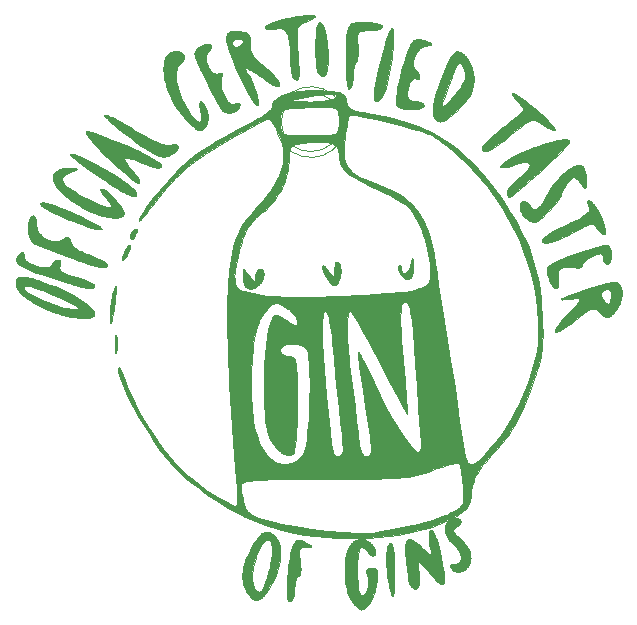
<source format=gbr>
G04 #@! TF.GenerationSoftware,KiCad,Pcbnew,(6.99.0-2452-gdb4f2d9dd8)*
G04 #@! TF.CreationDate,2022-08-02T22:01:28-05:00*
G04 #@! TF.ProjectId,TofG,546f6647-2e6b-4696-9361-645f70636258,rev?*
G04 #@! TF.SameCoordinates,Original*
G04 #@! TF.FileFunction,Legend,Top*
G04 #@! TF.FilePolarity,Positive*
%FSLAX46Y46*%
G04 Gerber Fmt 4.6, Leading zero omitted, Abs format (unit mm)*
G04 Created by KiCad (PCBNEW (6.99.0-2452-gdb4f2d9dd8)) date 2022-08-02 22:01:28*
%MOMM*%
%LPD*%
G01*
G04 APERTURE LIST*
%ADD10C,0.100000*%
%ADD11C,0.120000*%
%ADD12C,1.800000*%
%ADD13R,1.800000X1.800000*%
%ADD14O,1.700000X1.700000*%
%ADD15R,1.700000X1.700000*%
G04 APERTURE END LIST*
D10*
G36*
X69358357Y-52030830D02*
G01*
X69397279Y-52041983D01*
X69435447Y-52060399D01*
X69472827Y-52085933D01*
X69509384Y-52118446D01*
X69545085Y-52157793D01*
X69579895Y-52203833D01*
X69613780Y-52256423D01*
X69646705Y-52315422D01*
X69678638Y-52380687D01*
X69709542Y-52452075D01*
X69739385Y-52529445D01*
X69768132Y-52612654D01*
X69795748Y-52701561D01*
X69847454Y-52895895D01*
X69894228Y-53111310D01*
X69935798Y-53346668D01*
X69971890Y-53600831D01*
X70002231Y-53872661D01*
X70026546Y-54161020D01*
X70044562Y-54464769D01*
X70056006Y-54782771D01*
X70060605Y-55113888D01*
X70058322Y-55365259D01*
X70049591Y-55593530D01*
X70034396Y-55798727D01*
X70012724Y-55980874D01*
X69984561Y-56139998D01*
X69949893Y-56276123D01*
X69908704Y-56389274D01*
X69885660Y-56437243D01*
X69860982Y-56479478D01*
X69834666Y-56515982D01*
X69806711Y-56546758D01*
X69777116Y-56571811D01*
X69745878Y-56591142D01*
X69712996Y-56604755D01*
X69678469Y-56612653D01*
X69642293Y-56614839D01*
X69604468Y-56611317D01*
X69564992Y-56602089D01*
X69523863Y-56587159D01*
X69481079Y-56566530D01*
X69436639Y-56540205D01*
X69342781Y-56470480D01*
X69242276Y-56378010D01*
X69242314Y-56378002D01*
X69210425Y-56334433D01*
X69180994Y-56270910D01*
X69129404Y-56089601D01*
X69087348Y-55845268D01*
X69054630Y-55549105D01*
X69031052Y-55212307D01*
X69016418Y-54846067D01*
X69013195Y-54070039D01*
X69024212Y-53682639D01*
X69043386Y-53310573D01*
X69070521Y-52965037D01*
X69105419Y-52657223D01*
X69147885Y-52398327D01*
X69197720Y-52199542D01*
X69225340Y-52126189D01*
X69254729Y-52072061D01*
X69285862Y-52038559D01*
X69318715Y-52027080D01*
X69358357Y-52030830D01*
G37*
X69358357Y-52030830D02*
X69397279Y-52041983D01*
X69435447Y-52060399D01*
X69472827Y-52085933D01*
X69509384Y-52118446D01*
X69545085Y-52157793D01*
X69579895Y-52203833D01*
X69613780Y-52256423D01*
X69646705Y-52315422D01*
X69678638Y-52380687D01*
X69709542Y-52452075D01*
X69739385Y-52529445D01*
X69768132Y-52612654D01*
X69795748Y-52701561D01*
X69847454Y-52895895D01*
X69894228Y-53111310D01*
X69935798Y-53346668D01*
X69971890Y-53600831D01*
X70002231Y-53872661D01*
X70026546Y-54161020D01*
X70044562Y-54464769D01*
X70056006Y-54782771D01*
X70060605Y-55113888D01*
X70058322Y-55365259D01*
X70049591Y-55593530D01*
X70034396Y-55798727D01*
X70012724Y-55980874D01*
X69984561Y-56139998D01*
X69949893Y-56276123D01*
X69908704Y-56389274D01*
X69885660Y-56437243D01*
X69860982Y-56479478D01*
X69834666Y-56515982D01*
X69806711Y-56546758D01*
X69777116Y-56571811D01*
X69745878Y-56591142D01*
X69712996Y-56604755D01*
X69678469Y-56612653D01*
X69642293Y-56614839D01*
X69604468Y-56611317D01*
X69564992Y-56602089D01*
X69523863Y-56587159D01*
X69481079Y-56566530D01*
X69436639Y-56540205D01*
X69342781Y-56470480D01*
X69242276Y-56378010D01*
X69242314Y-56378002D01*
X69210425Y-56334433D01*
X69180994Y-56270910D01*
X69129404Y-56089601D01*
X69087348Y-55845268D01*
X69054630Y-55549105D01*
X69031052Y-55212307D01*
X69016418Y-54846067D01*
X69013195Y-54070039D01*
X69024212Y-53682639D01*
X69043386Y-53310573D01*
X69070521Y-52965037D01*
X69105419Y-52657223D01*
X69147885Y-52398327D01*
X69197720Y-52199542D01*
X69225340Y-52126189D01*
X69254729Y-52072061D01*
X69285862Y-52038559D01*
X69318715Y-52027080D01*
X69358357Y-52030830D01*
G36*
X68689698Y-51437551D02*
G01*
X68820164Y-51455900D01*
X68869767Y-51469495D01*
X68908670Y-51485975D01*
X68936665Y-51505294D01*
X68953543Y-51527405D01*
X68959095Y-51552263D01*
X68953112Y-51579821D01*
X68935384Y-51610033D01*
X68905702Y-51642852D01*
X68809643Y-51716130D01*
X68663262Y-51799284D01*
X68464885Y-51891944D01*
X68212842Y-51993740D01*
X68061502Y-52052856D01*
X67928735Y-52110133D01*
X67869029Y-52139158D01*
X67813622Y-52169016D01*
X67762400Y-52200138D01*
X67715249Y-52232955D01*
X67672052Y-52267897D01*
X67632696Y-52305396D01*
X67597067Y-52345882D01*
X67565049Y-52389787D01*
X67536529Y-52437542D01*
X67511390Y-52489577D01*
X67489520Y-52546323D01*
X67470803Y-52608211D01*
X67455125Y-52675673D01*
X67442370Y-52749139D01*
X67432425Y-52829040D01*
X67425175Y-52915808D01*
X67420506Y-53009872D01*
X67418302Y-53111665D01*
X67418449Y-53221616D01*
X67420833Y-53340157D01*
X67431851Y-53604734D01*
X67450440Y-53908841D01*
X67475684Y-54255928D01*
X67506665Y-54649441D01*
X67562390Y-55402640D01*
X67593146Y-55990057D01*
X67598448Y-56225490D01*
X67596653Y-56424149D01*
X67587476Y-56587592D01*
X67570632Y-56717376D01*
X67545835Y-56815057D01*
X67530365Y-56852346D01*
X67512800Y-56882193D01*
X67493105Y-56904794D01*
X67471244Y-56920342D01*
X67447180Y-56929032D01*
X67420879Y-56931060D01*
X67392305Y-56926619D01*
X67361422Y-56915904D01*
X67292588Y-56876433D01*
X67214090Y-56814202D01*
X67125645Y-56730770D01*
X67125645Y-56730778D01*
X67113584Y-56717069D01*
X67101663Y-56700262D01*
X67078304Y-56657734D01*
X67055692Y-56603962D01*
X67033949Y-56539714D01*
X67013199Y-56465760D01*
X66993564Y-56382867D01*
X66975168Y-56291806D01*
X66958133Y-56193344D01*
X66942584Y-56088250D01*
X66928642Y-55977293D01*
X66916431Y-55861242D01*
X66906074Y-55740864D01*
X66897694Y-55616930D01*
X66891415Y-55490207D01*
X66887358Y-55361465D01*
X66885647Y-55231472D01*
X66880501Y-54832497D01*
X66867735Y-54469520D01*
X66846863Y-54141523D01*
X66817395Y-53847489D01*
X66778842Y-53586401D01*
X66730717Y-53357241D01*
X66672531Y-53158992D01*
X66603795Y-52990636D01*
X66565318Y-52917350D01*
X66524020Y-52851156D01*
X66479840Y-52791927D01*
X66432718Y-52739535D01*
X66382592Y-52693854D01*
X66329400Y-52654755D01*
X66273083Y-52622113D01*
X66213578Y-52595799D01*
X66150825Y-52575687D01*
X66084763Y-52561650D01*
X66015331Y-52553559D01*
X65942467Y-52551289D01*
X65786200Y-52563700D01*
X65615475Y-52597866D01*
X65526596Y-52618365D01*
X65440931Y-52634543D01*
X65358826Y-52646463D01*
X65280631Y-52654190D01*
X65206692Y-52657788D01*
X65137358Y-52657320D01*
X65072976Y-52652851D01*
X65013895Y-52644444D01*
X64960461Y-52632164D01*
X64913024Y-52616073D01*
X64871931Y-52596237D01*
X64853871Y-52584934D01*
X64837529Y-52572719D01*
X64822946Y-52559599D01*
X64810166Y-52545582D01*
X64799233Y-52530677D01*
X64790191Y-52514892D01*
X64783082Y-52498233D01*
X64777950Y-52480711D01*
X64774839Y-52462332D01*
X64773793Y-52443104D01*
X64776367Y-52423808D01*
X64784004Y-52403700D01*
X64796579Y-52382828D01*
X64813965Y-52361241D01*
X64836036Y-52338990D01*
X64862667Y-52316125D01*
X64893730Y-52292694D01*
X64929100Y-52268748D01*
X65012256Y-52219508D01*
X65111124Y-52168802D01*
X65224697Y-52117027D01*
X65351966Y-52064580D01*
X65491920Y-52011858D01*
X65643551Y-51959260D01*
X65805849Y-51907181D01*
X65977806Y-51856019D01*
X66158413Y-51806171D01*
X66346660Y-51758034D01*
X66541539Y-51712006D01*
X66742039Y-51668484D01*
X67119398Y-51594399D01*
X67466503Y-51534630D01*
X67781683Y-51488804D01*
X68063265Y-51456554D01*
X68309576Y-51437508D01*
X68518945Y-51431297D01*
X68689698Y-51437551D01*
G37*
X68689698Y-51437551D02*
X68820164Y-51455900D01*
X68869767Y-51469495D01*
X68908670Y-51485975D01*
X68936665Y-51505294D01*
X68953543Y-51527405D01*
X68959095Y-51552263D01*
X68953112Y-51579821D01*
X68935384Y-51610033D01*
X68905702Y-51642852D01*
X68809643Y-51716130D01*
X68663262Y-51799284D01*
X68464885Y-51891944D01*
X68212842Y-51993740D01*
X68061502Y-52052856D01*
X67928735Y-52110133D01*
X67869029Y-52139158D01*
X67813622Y-52169016D01*
X67762400Y-52200138D01*
X67715249Y-52232955D01*
X67672052Y-52267897D01*
X67632696Y-52305396D01*
X67597067Y-52345882D01*
X67565049Y-52389787D01*
X67536529Y-52437542D01*
X67511390Y-52489577D01*
X67489520Y-52546323D01*
X67470803Y-52608211D01*
X67455125Y-52675673D01*
X67442370Y-52749139D01*
X67432425Y-52829040D01*
X67425175Y-52915808D01*
X67420506Y-53009872D01*
X67418302Y-53111665D01*
X67418449Y-53221616D01*
X67420833Y-53340157D01*
X67431851Y-53604734D01*
X67450440Y-53908841D01*
X67475684Y-54255928D01*
X67506665Y-54649441D01*
X67562390Y-55402640D01*
X67593146Y-55990057D01*
X67598448Y-56225490D01*
X67596653Y-56424149D01*
X67587476Y-56587592D01*
X67570632Y-56717376D01*
X67545835Y-56815057D01*
X67530365Y-56852346D01*
X67512800Y-56882193D01*
X67493105Y-56904794D01*
X67471244Y-56920342D01*
X67447180Y-56929032D01*
X67420879Y-56931060D01*
X67392305Y-56926619D01*
X67361422Y-56915904D01*
X67292588Y-56876433D01*
X67214090Y-56814202D01*
X67125645Y-56730770D01*
X67125645Y-56730778D01*
X67113584Y-56717069D01*
X67101663Y-56700262D01*
X67078304Y-56657734D01*
X67055692Y-56603962D01*
X67033949Y-56539714D01*
X67013199Y-56465760D01*
X66993564Y-56382867D01*
X66975168Y-56291806D01*
X66958133Y-56193344D01*
X66942584Y-56088250D01*
X66928642Y-55977293D01*
X66916431Y-55861242D01*
X66906074Y-55740864D01*
X66897694Y-55616930D01*
X66891415Y-55490207D01*
X66887358Y-55361465D01*
X66885647Y-55231472D01*
X66880501Y-54832497D01*
X66867735Y-54469520D01*
X66846863Y-54141523D01*
X66817395Y-53847489D01*
X66778842Y-53586401D01*
X66730717Y-53357241D01*
X66672531Y-53158992D01*
X66603795Y-52990636D01*
X66565318Y-52917350D01*
X66524020Y-52851156D01*
X66479840Y-52791927D01*
X66432718Y-52739535D01*
X66382592Y-52693854D01*
X66329400Y-52654755D01*
X66273083Y-52622113D01*
X66213578Y-52595799D01*
X66150825Y-52575687D01*
X66084763Y-52561650D01*
X66015331Y-52553559D01*
X65942467Y-52551289D01*
X65786200Y-52563700D01*
X65615475Y-52597866D01*
X65526596Y-52618365D01*
X65440931Y-52634543D01*
X65358826Y-52646463D01*
X65280631Y-52654190D01*
X65206692Y-52657788D01*
X65137358Y-52657320D01*
X65072976Y-52652851D01*
X65013895Y-52644444D01*
X64960461Y-52632164D01*
X64913024Y-52616073D01*
X64871931Y-52596237D01*
X64853871Y-52584934D01*
X64837529Y-52572719D01*
X64822946Y-52559599D01*
X64810166Y-52545582D01*
X64799233Y-52530677D01*
X64790191Y-52514892D01*
X64783082Y-52498233D01*
X64777950Y-52480711D01*
X64774839Y-52462332D01*
X64773793Y-52443104D01*
X64776367Y-52423808D01*
X64784004Y-52403700D01*
X64796579Y-52382828D01*
X64813965Y-52361241D01*
X64836036Y-52338990D01*
X64862667Y-52316125D01*
X64893730Y-52292694D01*
X64929100Y-52268748D01*
X65012256Y-52219508D01*
X65111124Y-52168802D01*
X65224697Y-52117027D01*
X65351966Y-52064580D01*
X65491920Y-52011858D01*
X65643551Y-51959260D01*
X65805849Y-51907181D01*
X65977806Y-51856019D01*
X66158413Y-51806171D01*
X66346660Y-51758034D01*
X66541539Y-51712006D01*
X66742039Y-51668484D01*
X67119398Y-51594399D01*
X67466503Y-51534630D01*
X67781683Y-51488804D01*
X68063265Y-51456554D01*
X68309576Y-51437508D01*
X68518945Y-51431297D01*
X68689698Y-51437551D01*
G36*
X73304996Y-52032061D02*
G01*
X73453445Y-52037100D01*
X73596842Y-52045505D01*
X73734420Y-52057098D01*
X73865408Y-52071700D01*
X73989040Y-52089132D01*
X74104545Y-52109216D01*
X74211155Y-52131774D01*
X74308101Y-52156626D01*
X74394615Y-52183595D01*
X74469929Y-52212501D01*
X74533273Y-52243166D01*
X74583878Y-52275412D01*
X74620976Y-52309060D01*
X74634220Y-52326354D01*
X74643799Y-52343932D01*
X74649617Y-52361771D01*
X74651578Y-52379848D01*
X74650158Y-52397932D01*
X74645947Y-52415786D01*
X74639012Y-52433387D01*
X74629425Y-52450715D01*
X74617254Y-52467745D01*
X74602569Y-52484455D01*
X74585439Y-52500823D01*
X74565935Y-52516826D01*
X74544125Y-52532442D01*
X74520079Y-52547647D01*
X74493868Y-52562419D01*
X74465559Y-52576736D01*
X74435223Y-52590575D01*
X74402930Y-52603913D01*
X74368749Y-52616728D01*
X74332749Y-52628998D01*
X74295000Y-52640698D01*
X74255573Y-52651808D01*
X74214535Y-52662304D01*
X74171957Y-52672164D01*
X74082459Y-52689884D01*
X73987634Y-52704788D01*
X73888040Y-52716695D01*
X73784233Y-52725424D01*
X73676769Y-52730794D01*
X73566205Y-52732624D01*
X73385643Y-52733697D01*
X73226519Y-52737897D01*
X73087647Y-52746694D01*
X73025434Y-52753276D01*
X72967840Y-52761559D01*
X72914716Y-52771726D01*
X72865913Y-52783961D01*
X72821284Y-52798449D01*
X72780680Y-52815372D01*
X72743953Y-52834915D01*
X72710954Y-52857262D01*
X72681536Y-52882595D01*
X72655551Y-52911100D01*
X72632849Y-52942960D01*
X72613283Y-52978358D01*
X72596704Y-53017479D01*
X72582965Y-53060506D01*
X72571916Y-53107623D01*
X72563411Y-53159014D01*
X72557300Y-53214863D01*
X72553435Y-53275353D01*
X72551851Y-53410992D01*
X72557473Y-53567404D01*
X72569115Y-53746056D01*
X72585591Y-53948421D01*
X72594937Y-54073591D01*
X72601427Y-54197837D01*
X72606152Y-54440546D01*
X72600391Y-54670518D01*
X72593774Y-54778844D01*
X72584771Y-54881725D01*
X72573460Y-54978408D01*
X72559919Y-55068139D01*
X72544226Y-55150164D01*
X72526460Y-55223730D01*
X72506699Y-55288084D01*
X72485022Y-55342470D01*
X72461506Y-55386138D01*
X72436230Y-55418331D01*
X72423205Y-55432664D01*
X72410344Y-55449403D01*
X72385184Y-55489778D01*
X72360880Y-55538813D01*
X72337563Y-55595867D01*
X72315362Y-55660296D01*
X72294408Y-55731458D01*
X72274832Y-55808710D01*
X72256763Y-55891409D01*
X72240332Y-55978912D01*
X72225669Y-56070578D01*
X72212905Y-56165762D01*
X72202169Y-56263823D01*
X72193592Y-56364118D01*
X72187305Y-56466004D01*
X72183436Y-56568838D01*
X72182118Y-56671978D01*
X72180399Y-56773798D01*
X72175354Y-56872763D01*
X72167153Y-56968361D01*
X72155967Y-57060078D01*
X72141965Y-57147403D01*
X72125317Y-57229823D01*
X72106192Y-57306826D01*
X72084762Y-57377899D01*
X72061196Y-57442530D01*
X72035663Y-57500205D01*
X72008334Y-57550414D01*
X71979379Y-57592643D01*
X71948966Y-57626380D01*
X71933267Y-57639903D01*
X71917268Y-57651112D01*
X71900989Y-57659941D01*
X71884452Y-57666327D01*
X71867679Y-57670205D01*
X71850690Y-57671512D01*
X71833579Y-57667883D01*
X71816880Y-57657110D01*
X71800608Y-57639360D01*
X71784779Y-57614805D01*
X71769410Y-57583614D01*
X71754515Y-57545957D01*
X71726213Y-57451920D01*
X71700003Y-57334054D01*
X71676010Y-57193713D01*
X71654364Y-57032256D01*
X71635190Y-56851040D01*
X71618616Y-56651420D01*
X71604770Y-56434755D01*
X71593779Y-56202401D01*
X71585771Y-55955714D01*
X71580872Y-55696053D01*
X71579211Y-55424773D01*
X71580914Y-55143232D01*
X71586110Y-54852787D01*
X71586117Y-54852787D01*
X71611096Y-53922380D01*
X71626972Y-53545938D01*
X71648165Y-53223157D01*
X71676969Y-52949903D01*
X71715678Y-52722042D01*
X71739464Y-52623843D01*
X71766586Y-52535441D01*
X71797332Y-52456321D01*
X71831988Y-52385965D01*
X71870841Y-52323857D01*
X71914177Y-52269480D01*
X71962284Y-52222317D01*
X72015448Y-52181852D01*
X72073956Y-52147567D01*
X72138095Y-52118947D01*
X72208152Y-52095473D01*
X72284412Y-52076630D01*
X72456694Y-52050768D01*
X72657233Y-52037226D01*
X73152264Y-52030567D01*
X73304996Y-52032061D01*
G37*
X73304996Y-52032061D02*
X73453445Y-52037100D01*
X73596842Y-52045505D01*
X73734420Y-52057098D01*
X73865408Y-52071700D01*
X73989040Y-52089132D01*
X74104545Y-52109216D01*
X74211155Y-52131774D01*
X74308101Y-52156626D01*
X74394615Y-52183595D01*
X74469929Y-52212501D01*
X74533273Y-52243166D01*
X74583878Y-52275412D01*
X74620976Y-52309060D01*
X74634220Y-52326354D01*
X74643799Y-52343932D01*
X74649617Y-52361771D01*
X74651578Y-52379848D01*
X74650158Y-52397932D01*
X74645947Y-52415786D01*
X74639012Y-52433387D01*
X74629425Y-52450715D01*
X74617254Y-52467745D01*
X74602569Y-52484455D01*
X74585439Y-52500823D01*
X74565935Y-52516826D01*
X74544125Y-52532442D01*
X74520079Y-52547647D01*
X74493868Y-52562419D01*
X74465559Y-52576736D01*
X74435223Y-52590575D01*
X74402930Y-52603913D01*
X74368749Y-52616728D01*
X74332749Y-52628998D01*
X74295000Y-52640698D01*
X74255573Y-52651808D01*
X74214535Y-52662304D01*
X74171957Y-52672164D01*
X74082459Y-52689884D01*
X73987634Y-52704788D01*
X73888040Y-52716695D01*
X73784233Y-52725424D01*
X73676769Y-52730794D01*
X73566205Y-52732624D01*
X73385643Y-52733697D01*
X73226519Y-52737897D01*
X73087647Y-52746694D01*
X73025434Y-52753276D01*
X72967840Y-52761559D01*
X72914716Y-52771726D01*
X72865913Y-52783961D01*
X72821284Y-52798449D01*
X72780680Y-52815372D01*
X72743953Y-52834915D01*
X72710954Y-52857262D01*
X72681536Y-52882595D01*
X72655551Y-52911100D01*
X72632849Y-52942960D01*
X72613283Y-52978358D01*
X72596704Y-53017479D01*
X72582965Y-53060506D01*
X72571916Y-53107623D01*
X72563411Y-53159014D01*
X72557300Y-53214863D01*
X72553435Y-53275353D01*
X72551851Y-53410992D01*
X72557473Y-53567404D01*
X72569115Y-53746056D01*
X72585591Y-53948421D01*
X72594937Y-54073591D01*
X72601427Y-54197837D01*
X72606152Y-54440546D01*
X72600391Y-54670518D01*
X72593774Y-54778844D01*
X72584771Y-54881725D01*
X72573460Y-54978408D01*
X72559919Y-55068139D01*
X72544226Y-55150164D01*
X72526460Y-55223730D01*
X72506699Y-55288084D01*
X72485022Y-55342470D01*
X72461506Y-55386138D01*
X72436230Y-55418331D01*
X72423205Y-55432664D01*
X72410344Y-55449403D01*
X72385184Y-55489778D01*
X72360880Y-55538813D01*
X72337563Y-55595867D01*
X72315362Y-55660296D01*
X72294408Y-55731458D01*
X72274832Y-55808710D01*
X72256763Y-55891409D01*
X72240332Y-55978912D01*
X72225669Y-56070578D01*
X72212905Y-56165762D01*
X72202169Y-56263823D01*
X72193592Y-56364118D01*
X72187305Y-56466004D01*
X72183436Y-56568838D01*
X72182118Y-56671978D01*
X72180399Y-56773798D01*
X72175354Y-56872763D01*
X72167153Y-56968361D01*
X72155967Y-57060078D01*
X72141965Y-57147403D01*
X72125317Y-57229823D01*
X72106192Y-57306826D01*
X72084762Y-57377899D01*
X72061196Y-57442530D01*
X72035663Y-57500205D01*
X72008334Y-57550414D01*
X71979379Y-57592643D01*
X71948966Y-57626380D01*
X71933267Y-57639903D01*
X71917268Y-57651112D01*
X71900989Y-57659941D01*
X71884452Y-57666327D01*
X71867679Y-57670205D01*
X71850690Y-57671512D01*
X71833579Y-57667883D01*
X71816880Y-57657110D01*
X71800608Y-57639360D01*
X71784779Y-57614805D01*
X71769410Y-57583614D01*
X71754515Y-57545957D01*
X71726213Y-57451920D01*
X71700003Y-57334054D01*
X71676010Y-57193713D01*
X71654364Y-57032256D01*
X71635190Y-56851040D01*
X71618616Y-56651420D01*
X71604770Y-56434755D01*
X71593779Y-56202401D01*
X71585771Y-55955714D01*
X71580872Y-55696053D01*
X71579211Y-55424773D01*
X71580914Y-55143232D01*
X71586110Y-54852787D01*
X71586117Y-54852787D01*
X71611096Y-53922380D01*
X71626972Y-53545938D01*
X71648165Y-53223157D01*
X71676969Y-52949903D01*
X71715678Y-52722042D01*
X71739464Y-52623843D01*
X71766586Y-52535441D01*
X71797332Y-52456321D01*
X71831988Y-52385965D01*
X71870841Y-52323857D01*
X71914177Y-52269480D01*
X71962284Y-52222317D01*
X72015448Y-52181852D01*
X72073956Y-52147567D01*
X72138095Y-52118947D01*
X72208152Y-52095473D01*
X72284412Y-52076630D01*
X72456694Y-52050768D01*
X72657233Y-52037226D01*
X73152264Y-52030567D01*
X73304996Y-52032061D01*
G36*
X75504026Y-52555338D02*
G01*
X75532451Y-52589631D01*
X75556686Y-52643202D01*
X75576820Y-52715013D01*
X75605151Y-52909203D01*
X75618164Y-53163895D01*
X75616585Y-53470784D01*
X75601134Y-53821564D01*
X75572536Y-54207930D01*
X75531513Y-54621578D01*
X75478787Y-55054201D01*
X75415082Y-55497494D01*
X75341119Y-55943151D01*
X75257623Y-56382869D01*
X75165316Y-56808340D01*
X75064920Y-57211261D01*
X74957158Y-57583324D01*
X74887816Y-57785227D01*
X74812561Y-57970851D01*
X74732847Y-58139176D01*
X74650128Y-58289182D01*
X74565856Y-58419849D01*
X74481485Y-58530154D01*
X74439717Y-58577353D01*
X74398470Y-58619079D01*
X74357924Y-58655205D01*
X74318263Y-58685603D01*
X74279667Y-58710145D01*
X74242318Y-58728705D01*
X74206398Y-58741154D01*
X74172088Y-58747364D01*
X74139571Y-58747209D01*
X74109028Y-58740561D01*
X74080640Y-58727292D01*
X74054590Y-58707274D01*
X74031059Y-58680380D01*
X74010229Y-58646483D01*
X73992281Y-58605455D01*
X73977397Y-58557168D01*
X73965759Y-58501495D01*
X73957549Y-58438308D01*
X73952948Y-58367480D01*
X73952138Y-58288883D01*
X73952138Y-58288875D01*
X73967014Y-58041906D01*
X74004024Y-57732266D01*
X74134065Y-56966130D01*
X74321495Y-56072775D01*
X74545549Y-55134510D01*
X74785462Y-54233643D01*
X75020469Y-53452481D01*
X75129644Y-53132512D01*
X75229805Y-52873335D01*
X75318357Y-52685238D01*
X75392705Y-52578510D01*
X75434243Y-52548739D01*
X75471320Y-52541361D01*
X75504026Y-52555338D01*
G37*
X75504026Y-52555338D02*
X75532451Y-52589631D01*
X75556686Y-52643202D01*
X75576820Y-52715013D01*
X75605151Y-52909203D01*
X75618164Y-53163895D01*
X75616585Y-53470784D01*
X75601134Y-53821564D01*
X75572536Y-54207930D01*
X75531513Y-54621578D01*
X75478787Y-55054201D01*
X75415082Y-55497494D01*
X75341119Y-55943151D01*
X75257623Y-56382869D01*
X75165316Y-56808340D01*
X75064920Y-57211261D01*
X74957158Y-57583324D01*
X74887816Y-57785227D01*
X74812561Y-57970851D01*
X74732847Y-58139176D01*
X74650128Y-58289182D01*
X74565856Y-58419849D01*
X74481485Y-58530154D01*
X74439717Y-58577353D01*
X74398470Y-58619079D01*
X74357924Y-58655205D01*
X74318263Y-58685603D01*
X74279667Y-58710145D01*
X74242318Y-58728705D01*
X74206398Y-58741154D01*
X74172088Y-58747364D01*
X74139571Y-58747209D01*
X74109028Y-58740561D01*
X74080640Y-58727292D01*
X74054590Y-58707274D01*
X74031059Y-58680380D01*
X74010229Y-58646483D01*
X73992281Y-58605455D01*
X73977397Y-58557168D01*
X73965759Y-58501495D01*
X73957549Y-58438308D01*
X73952948Y-58367480D01*
X73952138Y-58288883D01*
X73952138Y-58288875D01*
X73967014Y-58041906D01*
X74004024Y-57732266D01*
X74134065Y-56966130D01*
X74321495Y-56072775D01*
X74545549Y-55134510D01*
X74785462Y-54233643D01*
X75020469Y-53452481D01*
X75129644Y-53132512D01*
X75229805Y-52873335D01*
X75318357Y-52685238D01*
X75392705Y-52578510D01*
X75434243Y-52548739D01*
X75471320Y-52541361D01*
X75504026Y-52555338D01*
G36*
X61455332Y-53492559D02*
G01*
X61453566Y-53387340D01*
X61460164Y-53291449D01*
X61475130Y-53204626D01*
X61498473Y-53126614D01*
X61530197Y-53057157D01*
X61570309Y-52995996D01*
X61618815Y-52942875D01*
X61675722Y-52897536D01*
X61741035Y-52859721D01*
X61814761Y-52829173D01*
X61896905Y-52805634D01*
X61987475Y-52788848D01*
X62086476Y-52778557D01*
X62309796Y-52776429D01*
X62566914Y-52797192D01*
X62711082Y-52815685D01*
X62840361Y-52836734D01*
X62955395Y-52861085D01*
X63007771Y-52874732D01*
X63056828Y-52889483D01*
X63102644Y-52905432D01*
X63145302Y-52922673D01*
X63184880Y-52941297D01*
X63221461Y-52961400D01*
X63255123Y-52983072D01*
X63285948Y-53006409D01*
X63314015Y-53031503D01*
X63339406Y-53058447D01*
X63362200Y-53087334D01*
X63382478Y-53118258D01*
X63400321Y-53151311D01*
X63415809Y-53186587D01*
X63429022Y-53224179D01*
X63440040Y-53264180D01*
X63448944Y-53306683D01*
X63455816Y-53351782D01*
X63460733Y-53399570D01*
X63463778Y-53450139D01*
X63464572Y-53559995D01*
X63458840Y-53682096D01*
X63447224Y-53817188D01*
X63438677Y-53944949D01*
X63437957Y-54007263D01*
X63439701Y-54068678D01*
X63443979Y-54129304D01*
X63450864Y-54189251D01*
X63460425Y-54248627D01*
X63472734Y-54307542D01*
X63487863Y-54366107D01*
X63505881Y-54424429D01*
X63526860Y-54482620D01*
X63550871Y-54540787D01*
X63577985Y-54599041D01*
X63608273Y-54657492D01*
X63641807Y-54716248D01*
X63678656Y-54775419D01*
X63718893Y-54835115D01*
X63762588Y-54895445D01*
X63860636Y-55018445D01*
X63973369Y-55145294D01*
X64101355Y-55276870D01*
X64245163Y-55414047D01*
X64405360Y-55557702D01*
X64582515Y-55708710D01*
X64777196Y-55867947D01*
X64931379Y-55994781D01*
X65074613Y-56118434D01*
X65206962Y-56238595D01*
X65328487Y-56354953D01*
X65439249Y-56467197D01*
X65539313Y-56575018D01*
X65628739Y-56678103D01*
X65707590Y-56776142D01*
X65775927Y-56868824D01*
X65833815Y-56955839D01*
X65881313Y-57036875D01*
X65918485Y-57111623D01*
X65945394Y-57179770D01*
X65962100Y-57241007D01*
X65968666Y-57295022D01*
X65965155Y-57341505D01*
X65951629Y-57380145D01*
X65928149Y-57410631D01*
X65894779Y-57432652D01*
X65851580Y-57445898D01*
X65798614Y-57450057D01*
X65735944Y-57444820D01*
X65663632Y-57429874D01*
X65581740Y-57404910D01*
X65490331Y-57369617D01*
X65389465Y-57323683D01*
X65279207Y-57266798D01*
X65159617Y-57198652D01*
X65030759Y-57118933D01*
X64892694Y-57027330D01*
X64745484Y-56923533D01*
X64589192Y-56807232D01*
X64360141Y-56635496D01*
X64146906Y-56481547D01*
X63950285Y-56345660D01*
X63771072Y-56228111D01*
X63610065Y-56129178D01*
X63468059Y-56049137D01*
X63345852Y-55988264D01*
X63244239Y-55946836D01*
X63164016Y-55925129D01*
X63132175Y-55921758D01*
X63105980Y-55923420D01*
X63085531Y-55930151D01*
X63070928Y-55941985D01*
X63062269Y-55958957D01*
X63059655Y-55981101D01*
X63063185Y-56008451D01*
X63072958Y-56041043D01*
X63111633Y-56122089D01*
X63176476Y-56224516D01*
X63268284Y-56348598D01*
X63373703Y-56497778D01*
X63478228Y-56672486D01*
X63580452Y-56867872D01*
X63678972Y-57079086D01*
X63772380Y-57301277D01*
X63859272Y-57529595D01*
X63938242Y-57759188D01*
X64007884Y-57985207D01*
X64066792Y-58202802D01*
X64113562Y-58407121D01*
X64146788Y-58593313D01*
X64165063Y-58756530D01*
X64166982Y-58891920D01*
X64161370Y-58947664D01*
X64151141Y-58994632D01*
X64136120Y-59032218D01*
X64116132Y-59059816D01*
X64091001Y-59076820D01*
X64060551Y-59082622D01*
X64042314Y-59079069D01*
X64021058Y-59068524D01*
X63996883Y-59051161D01*
X63969890Y-59027156D01*
X63907858Y-58959913D01*
X63835772Y-58868187D01*
X63754440Y-58753373D01*
X63664673Y-58616863D01*
X63567281Y-58460051D01*
X63463072Y-58284329D01*
X63352858Y-58091092D01*
X63237447Y-57881732D01*
X63117649Y-57657643D01*
X62994275Y-57420218D01*
X62868132Y-57170851D01*
X62740032Y-56910934D01*
X62610784Y-56641860D01*
X62481198Y-56365024D01*
X62481213Y-56365024D01*
X62236536Y-55826208D01*
X62024966Y-55339113D01*
X61846553Y-54901678D01*
X61701346Y-54511844D01*
X61589394Y-54167553D01*
X61510748Y-53866745D01*
X61497514Y-53790958D01*
X61951573Y-53790958D01*
X61952007Y-53809042D01*
X61953295Y-53826895D01*
X61955416Y-53844497D01*
X61958348Y-53861825D01*
X61962071Y-53878855D01*
X61966562Y-53895565D01*
X61971801Y-53911933D01*
X61977767Y-53927936D01*
X61984437Y-53943552D01*
X61991792Y-53958757D01*
X61999808Y-53973529D01*
X62008466Y-53987846D01*
X62017744Y-54001685D01*
X62027621Y-54015023D01*
X62038075Y-54027838D01*
X62049085Y-54040108D01*
X62060630Y-54051808D01*
X62072689Y-54062918D01*
X62085240Y-54073414D01*
X62098262Y-54083274D01*
X62111734Y-54092475D01*
X62125634Y-54100994D01*
X62139941Y-54108810D01*
X62154635Y-54115898D01*
X62169692Y-54122238D01*
X62185094Y-54127805D01*
X62200817Y-54132578D01*
X62216841Y-54136534D01*
X62233145Y-54139650D01*
X62249707Y-54141904D01*
X62266506Y-54143273D01*
X62283520Y-54143734D01*
X62300821Y-54143273D01*
X62318468Y-54141904D01*
X62354654Y-54136533D01*
X62391798Y-54127804D01*
X62429618Y-54115897D01*
X62467831Y-54100993D01*
X62506156Y-54083272D01*
X62544310Y-54062916D01*
X62582012Y-54040105D01*
X62618980Y-54015020D01*
X62654931Y-53987843D01*
X62689584Y-53958753D01*
X62722657Y-53927933D01*
X62753868Y-53895562D01*
X62782935Y-53861822D01*
X62809575Y-53826894D01*
X62833508Y-53790958D01*
X62833516Y-53790958D01*
X62843973Y-53772875D01*
X62852873Y-53755021D01*
X62860237Y-53737419D01*
X62866087Y-53720092D01*
X62870444Y-53703062D01*
X62873330Y-53686351D01*
X62874765Y-53669983D01*
X62874771Y-53653980D01*
X62873369Y-53638365D01*
X62870581Y-53623160D01*
X62866427Y-53608387D01*
X62860930Y-53594070D01*
X62854110Y-53580232D01*
X62845988Y-53566893D01*
X62836587Y-53554078D01*
X62825926Y-53541809D01*
X62814029Y-53530108D01*
X62800915Y-53518998D01*
X62786607Y-53508502D01*
X62771124Y-53498643D01*
X62754490Y-53489442D01*
X62736725Y-53480922D01*
X62717850Y-53473107D01*
X62697886Y-53466018D01*
X62676856Y-53459679D01*
X62654779Y-53454112D01*
X62631679Y-53449339D01*
X62607575Y-53445383D01*
X62582489Y-53442267D01*
X62556443Y-53440013D01*
X62529457Y-53438644D01*
X62501553Y-53438183D01*
X62445528Y-53440013D01*
X62391073Y-53445383D01*
X62338472Y-53454112D01*
X62288006Y-53466019D01*
X62239956Y-53480924D01*
X62194606Y-53498645D01*
X62152236Y-53519001D01*
X62113129Y-53541812D01*
X62077567Y-53566896D01*
X62045832Y-53594074D01*
X62018206Y-53623163D01*
X62006021Y-53638368D01*
X61994970Y-53653984D01*
X61985087Y-53669986D01*
X61976407Y-53686354D01*
X61968965Y-53703064D01*
X61962798Y-53720094D01*
X61957940Y-53737421D01*
X61954426Y-53755022D01*
X61952292Y-53772876D01*
X61951573Y-53790958D01*
X61497514Y-53790958D01*
X61465455Y-53607360D01*
X61455332Y-53492559D01*
G37*
X61455332Y-53492559D02*
X61453566Y-53387340D01*
X61460164Y-53291449D01*
X61475130Y-53204626D01*
X61498473Y-53126614D01*
X61530197Y-53057157D01*
X61570309Y-52995996D01*
X61618815Y-52942875D01*
X61675722Y-52897536D01*
X61741035Y-52859721D01*
X61814761Y-52829173D01*
X61896905Y-52805634D01*
X61987475Y-52788848D01*
X62086476Y-52778557D01*
X62309796Y-52776429D01*
X62566914Y-52797192D01*
X62711082Y-52815685D01*
X62840361Y-52836734D01*
X62955395Y-52861085D01*
X63007771Y-52874732D01*
X63056828Y-52889483D01*
X63102644Y-52905432D01*
X63145302Y-52922673D01*
X63184880Y-52941297D01*
X63221461Y-52961400D01*
X63255123Y-52983072D01*
X63285948Y-53006409D01*
X63314015Y-53031503D01*
X63339406Y-53058447D01*
X63362200Y-53087334D01*
X63382478Y-53118258D01*
X63400321Y-53151311D01*
X63415809Y-53186587D01*
X63429022Y-53224179D01*
X63440040Y-53264180D01*
X63448944Y-53306683D01*
X63455816Y-53351782D01*
X63460733Y-53399570D01*
X63463778Y-53450139D01*
X63464572Y-53559995D01*
X63458840Y-53682096D01*
X63447224Y-53817188D01*
X63438677Y-53944949D01*
X63437957Y-54007263D01*
X63439701Y-54068678D01*
X63443979Y-54129304D01*
X63450864Y-54189251D01*
X63460425Y-54248627D01*
X63472734Y-54307542D01*
X63487863Y-54366107D01*
X63505881Y-54424429D01*
X63526860Y-54482620D01*
X63550871Y-54540787D01*
X63577985Y-54599041D01*
X63608273Y-54657492D01*
X63641807Y-54716248D01*
X63678656Y-54775419D01*
X63718893Y-54835115D01*
X63762588Y-54895445D01*
X63860636Y-55018445D01*
X63973369Y-55145294D01*
X64101355Y-55276870D01*
X64245163Y-55414047D01*
X64405360Y-55557702D01*
X64582515Y-55708710D01*
X64777196Y-55867947D01*
X64931379Y-55994781D01*
X65074613Y-56118434D01*
X65206962Y-56238595D01*
X65328487Y-56354953D01*
X65439249Y-56467197D01*
X65539313Y-56575018D01*
X65628739Y-56678103D01*
X65707590Y-56776142D01*
X65775927Y-56868824D01*
X65833815Y-56955839D01*
X65881313Y-57036875D01*
X65918485Y-57111623D01*
X65945394Y-57179770D01*
X65962100Y-57241007D01*
X65968666Y-57295022D01*
X65965155Y-57341505D01*
X65951629Y-57380145D01*
X65928149Y-57410631D01*
X65894779Y-57432652D01*
X65851580Y-57445898D01*
X65798614Y-57450057D01*
X65735944Y-57444820D01*
X65663632Y-57429874D01*
X65581740Y-57404910D01*
X65490331Y-57369617D01*
X65389465Y-57323683D01*
X65279207Y-57266798D01*
X65159617Y-57198652D01*
X65030759Y-57118933D01*
X64892694Y-57027330D01*
X64745484Y-56923533D01*
X64589192Y-56807232D01*
X64360141Y-56635496D01*
X64146906Y-56481547D01*
X63950285Y-56345660D01*
X63771072Y-56228111D01*
X63610065Y-56129178D01*
X63468059Y-56049137D01*
X63345852Y-55988264D01*
X63244239Y-55946836D01*
X63164016Y-55925129D01*
X63132175Y-55921758D01*
X63105980Y-55923420D01*
X63085531Y-55930151D01*
X63070928Y-55941985D01*
X63062269Y-55958957D01*
X63059655Y-55981101D01*
X63063185Y-56008451D01*
X63072958Y-56041043D01*
X63111633Y-56122089D01*
X63176476Y-56224516D01*
X63268284Y-56348598D01*
X63373703Y-56497778D01*
X63478228Y-56672486D01*
X63580452Y-56867872D01*
X63678972Y-57079086D01*
X63772380Y-57301277D01*
X63859272Y-57529595D01*
X63938242Y-57759188D01*
X64007884Y-57985207D01*
X64066792Y-58202802D01*
X64113562Y-58407121D01*
X64146788Y-58593313D01*
X64165063Y-58756530D01*
X64166982Y-58891920D01*
X64161370Y-58947664D01*
X64151141Y-58994632D01*
X64136120Y-59032218D01*
X64116132Y-59059816D01*
X64091001Y-59076820D01*
X64060551Y-59082622D01*
X64042314Y-59079069D01*
X64021058Y-59068524D01*
X63996883Y-59051161D01*
X63969890Y-59027156D01*
X63907858Y-58959913D01*
X63835772Y-58868187D01*
X63754440Y-58753373D01*
X63664673Y-58616863D01*
X63567281Y-58460051D01*
X63463072Y-58284329D01*
X63352858Y-58091092D01*
X63237447Y-57881732D01*
X63117649Y-57657643D01*
X62994275Y-57420218D01*
X62868132Y-57170851D01*
X62740032Y-56910934D01*
X62610784Y-56641860D01*
X62481198Y-56365024D01*
X62481213Y-56365024D01*
X62236536Y-55826208D01*
X62024966Y-55339113D01*
X61846553Y-54901678D01*
X61701346Y-54511844D01*
X61589394Y-54167553D01*
X61510748Y-53866745D01*
X61497514Y-53790958D01*
X61951573Y-53790958D01*
X61952007Y-53809042D01*
X61953295Y-53826895D01*
X61955416Y-53844497D01*
X61958348Y-53861825D01*
X61962071Y-53878855D01*
X61966562Y-53895565D01*
X61971801Y-53911933D01*
X61977767Y-53927936D01*
X61984437Y-53943552D01*
X61991792Y-53958757D01*
X61999808Y-53973529D01*
X62008466Y-53987846D01*
X62017744Y-54001685D01*
X62027621Y-54015023D01*
X62038075Y-54027838D01*
X62049085Y-54040108D01*
X62060630Y-54051808D01*
X62072689Y-54062918D01*
X62085240Y-54073414D01*
X62098262Y-54083274D01*
X62111734Y-54092475D01*
X62125634Y-54100994D01*
X62139941Y-54108810D01*
X62154635Y-54115898D01*
X62169692Y-54122238D01*
X62185094Y-54127805D01*
X62200817Y-54132578D01*
X62216841Y-54136534D01*
X62233145Y-54139650D01*
X62249707Y-54141904D01*
X62266506Y-54143273D01*
X62283520Y-54143734D01*
X62300821Y-54143273D01*
X62318468Y-54141904D01*
X62354654Y-54136533D01*
X62391798Y-54127804D01*
X62429618Y-54115897D01*
X62467831Y-54100993D01*
X62506156Y-54083272D01*
X62544310Y-54062916D01*
X62582012Y-54040105D01*
X62618980Y-54015020D01*
X62654931Y-53987843D01*
X62689584Y-53958753D01*
X62722657Y-53927933D01*
X62753868Y-53895562D01*
X62782935Y-53861822D01*
X62809575Y-53826894D01*
X62833508Y-53790958D01*
X62833516Y-53790958D01*
X62843973Y-53772875D01*
X62852873Y-53755021D01*
X62860237Y-53737419D01*
X62866087Y-53720092D01*
X62870444Y-53703062D01*
X62873330Y-53686351D01*
X62874765Y-53669983D01*
X62874771Y-53653980D01*
X62873369Y-53638365D01*
X62870581Y-53623160D01*
X62866427Y-53608387D01*
X62860930Y-53594070D01*
X62854110Y-53580232D01*
X62845988Y-53566893D01*
X62836587Y-53554078D01*
X62825926Y-53541809D01*
X62814029Y-53530108D01*
X62800915Y-53518998D01*
X62786607Y-53508502D01*
X62771124Y-53498643D01*
X62754490Y-53489442D01*
X62736725Y-53480922D01*
X62717850Y-53473107D01*
X62697886Y-53466018D01*
X62676856Y-53459679D01*
X62654779Y-53454112D01*
X62631679Y-53449339D01*
X62607575Y-53445383D01*
X62582489Y-53442267D01*
X62556443Y-53440013D01*
X62529457Y-53438644D01*
X62501553Y-53438183D01*
X62445528Y-53440013D01*
X62391073Y-53445383D01*
X62338472Y-53454112D01*
X62288006Y-53466019D01*
X62239956Y-53480924D01*
X62194606Y-53498645D01*
X62152236Y-53519001D01*
X62113129Y-53541812D01*
X62077567Y-53566896D01*
X62045832Y-53594074D01*
X62018206Y-53623163D01*
X62006021Y-53638368D01*
X61994970Y-53653984D01*
X61985087Y-53669986D01*
X61976407Y-53686354D01*
X61968965Y-53703064D01*
X61962798Y-53720094D01*
X61957940Y-53737421D01*
X61954426Y-53755022D01*
X61952292Y-53772876D01*
X61951573Y-53790958D01*
X61497514Y-53790958D01*
X61465455Y-53607360D01*
X61455332Y-53492559D01*
G36*
X77795206Y-53492272D02*
G01*
X77868801Y-53497208D01*
X77943322Y-53505097D01*
X78018210Y-53515888D01*
X78092906Y-53529534D01*
X78166851Y-53545986D01*
X78239485Y-53565197D01*
X78310248Y-53587116D01*
X78378583Y-53611696D01*
X78443928Y-53638889D01*
X78540356Y-53682714D01*
X78623407Y-53722231D01*
X78692942Y-53757844D01*
X78748827Y-53789956D01*
X78771608Y-53804825D01*
X78790924Y-53818971D01*
X78806760Y-53832443D01*
X78819097Y-53845292D01*
X78827919Y-53857568D01*
X78833208Y-53869322D01*
X78834948Y-53880604D01*
X78833122Y-53891464D01*
X78827712Y-53901954D01*
X78818701Y-53912122D01*
X78806072Y-53922021D01*
X78789809Y-53931700D01*
X78769893Y-53941209D01*
X78746309Y-53950600D01*
X78719038Y-53959922D01*
X78688064Y-53969226D01*
X78614938Y-53987981D01*
X78526794Y-54007268D01*
X78423496Y-54027491D01*
X78304906Y-54049053D01*
X78232594Y-54066058D01*
X78161541Y-54090936D01*
X78091930Y-54123208D01*
X78023942Y-54162391D01*
X77957762Y-54208005D01*
X77893570Y-54259570D01*
X77831551Y-54316604D01*
X77771886Y-54378626D01*
X77714758Y-54445155D01*
X77660351Y-54515711D01*
X77608845Y-54589813D01*
X77560425Y-54666979D01*
X77515272Y-54746728D01*
X77473569Y-54828581D01*
X77435499Y-54912055D01*
X77401245Y-54996671D01*
X77370989Y-55081946D01*
X77344913Y-55167400D01*
X77323201Y-55252553D01*
X77306034Y-55336923D01*
X77293597Y-55420029D01*
X77286070Y-55501391D01*
X77283637Y-55580527D01*
X77286480Y-55656957D01*
X77294783Y-55730199D01*
X77308727Y-55799774D01*
X77328495Y-55865199D01*
X77354271Y-55925994D01*
X77386235Y-55981678D01*
X77424572Y-56031770D01*
X77469463Y-56075789D01*
X77521092Y-56113254D01*
X77536750Y-56123393D01*
X77552209Y-56134317D01*
X77567451Y-56145990D01*
X77582454Y-56158379D01*
X77611670Y-56185165D01*
X77639700Y-56214395D01*
X77666388Y-56245794D01*
X77691577Y-56279082D01*
X77715110Y-56313982D01*
X77736831Y-56350217D01*
X77756584Y-56387508D01*
X77774210Y-56425579D01*
X77789555Y-56464152D01*
X77802461Y-56502948D01*
X77812772Y-56541691D01*
X77820331Y-56580102D01*
X77823029Y-56599097D01*
X77824981Y-56617904D01*
X77826166Y-56636490D01*
X77826565Y-56654819D01*
X77826152Y-56672647D01*
X77824927Y-56689744D01*
X77822909Y-56706099D01*
X77820119Y-56721702D01*
X77816578Y-56736544D01*
X77812305Y-56750613D01*
X77807320Y-56763901D01*
X77801645Y-56776397D01*
X77795299Y-56788090D01*
X77788302Y-56798971D01*
X77780675Y-56809030D01*
X77772438Y-56818257D01*
X77763611Y-56826640D01*
X77754214Y-56834172D01*
X77744268Y-56840840D01*
X77733793Y-56846636D01*
X77722809Y-56851548D01*
X77711336Y-56855568D01*
X77699395Y-56858685D01*
X77687006Y-56860888D01*
X77674189Y-56862168D01*
X77660964Y-56862514D01*
X77647352Y-56861917D01*
X77633372Y-56860367D01*
X77619046Y-56857852D01*
X77604393Y-56854364D01*
X77589433Y-56849892D01*
X77574187Y-56844426D01*
X77558676Y-56837956D01*
X77542918Y-56830472D01*
X77526935Y-56821963D01*
X77510747Y-56812420D01*
X77494280Y-56803142D01*
X77477470Y-56795421D01*
X77460350Y-56789235D01*
X77442954Y-56784559D01*
X77425316Y-56781372D01*
X77407470Y-56779649D01*
X77389451Y-56779368D01*
X77371291Y-56780505D01*
X77353024Y-56783038D01*
X77334686Y-56786944D01*
X77316309Y-56792198D01*
X77297928Y-56798778D01*
X77279576Y-56806661D01*
X77261287Y-56815824D01*
X77243096Y-56826244D01*
X77225035Y-56837897D01*
X77207140Y-56850761D01*
X77189444Y-56864811D01*
X77171981Y-56880026D01*
X77154785Y-56896382D01*
X77137889Y-56913856D01*
X77121328Y-56932424D01*
X77105136Y-56952064D01*
X77089346Y-56972753D01*
X77073992Y-56994466D01*
X77059109Y-57017182D01*
X77044731Y-57040877D01*
X77030890Y-57065528D01*
X77017621Y-57091112D01*
X77004959Y-57117606D01*
X76992936Y-57144986D01*
X76981587Y-57173229D01*
X76914880Y-57358542D01*
X76861295Y-57532515D01*
X76820803Y-57695062D01*
X76793380Y-57846100D01*
X76778997Y-57985542D01*
X76776688Y-58050889D01*
X76777628Y-58113305D01*
X76781815Y-58172780D01*
X76789246Y-58229303D01*
X76799917Y-58282864D01*
X76813824Y-58333451D01*
X76830965Y-58381055D01*
X76851336Y-58425665D01*
X76874933Y-58467269D01*
X76901754Y-58505858D01*
X76931794Y-58541422D01*
X76965051Y-58573948D01*
X77001521Y-58603427D01*
X77041201Y-58629848D01*
X77084087Y-58653200D01*
X77130177Y-58673473D01*
X77179466Y-58690657D01*
X77231951Y-58704740D01*
X77287630Y-58715711D01*
X77346498Y-58723562D01*
X77408552Y-58728279D01*
X77473790Y-58729854D01*
X77545662Y-58731685D01*
X77615518Y-58737054D01*
X77682998Y-58745783D01*
X77747739Y-58757690D01*
X77809380Y-58772594D01*
X77867559Y-58790314D01*
X77921914Y-58810670D01*
X77972083Y-58833481D01*
X78017705Y-58858565D01*
X78058417Y-58885742D01*
X78093859Y-58914832D01*
X78123668Y-58945652D01*
X78136347Y-58961655D01*
X78147482Y-58978023D01*
X78157028Y-58994733D01*
X78164940Y-59011764D01*
X78171173Y-59029091D01*
X78175681Y-59046693D01*
X78178418Y-59064547D01*
X78179341Y-59082630D01*
X78173568Y-59124525D01*
X78156704Y-59163702D01*
X78129433Y-59200162D01*
X78092438Y-59233907D01*
X78046404Y-59264937D01*
X77992014Y-59293252D01*
X77929951Y-59318855D01*
X77860899Y-59341745D01*
X77704564Y-59379391D01*
X77528477Y-59406198D01*
X77338107Y-59422174D01*
X77138924Y-59427323D01*
X76936397Y-59421654D01*
X76735995Y-59405174D01*
X76543187Y-59377889D01*
X76363443Y-59339806D01*
X76280178Y-59316717D01*
X76202230Y-59290931D01*
X76130283Y-59262450D01*
X76065020Y-59231273D01*
X76007124Y-59197402D01*
X75957280Y-59160838D01*
X75916171Y-59121581D01*
X75884480Y-59079632D01*
X75884480Y-59079700D01*
X75857493Y-59016390D01*
X75839490Y-58929862D01*
X75828723Y-58693613D01*
X75848753Y-58383867D01*
X75896156Y-58013537D01*
X75967504Y-57595536D01*
X76059373Y-57142778D01*
X76168336Y-56668175D01*
X76290967Y-56184641D01*
X76423840Y-55705089D01*
X76563530Y-55242432D01*
X76706611Y-54809583D01*
X76849657Y-54419457D01*
X76989242Y-54084965D01*
X77121939Y-53819021D01*
X77244324Y-53634538D01*
X77300579Y-53576880D01*
X77352971Y-53544430D01*
X77404419Y-53527349D01*
X77460708Y-53513558D01*
X77521280Y-53503010D01*
X77585575Y-53495656D01*
X77653034Y-53491447D01*
X77723098Y-53490335D01*
X77795206Y-53492272D01*
G37*
X77795206Y-53492272D02*
X77868801Y-53497208D01*
X77943322Y-53505097D01*
X78018210Y-53515888D01*
X78092906Y-53529534D01*
X78166851Y-53545986D01*
X78239485Y-53565197D01*
X78310248Y-53587116D01*
X78378583Y-53611696D01*
X78443928Y-53638889D01*
X78540356Y-53682714D01*
X78623407Y-53722231D01*
X78692942Y-53757844D01*
X78748827Y-53789956D01*
X78771608Y-53804825D01*
X78790924Y-53818971D01*
X78806760Y-53832443D01*
X78819097Y-53845292D01*
X78827919Y-53857568D01*
X78833208Y-53869322D01*
X78834948Y-53880604D01*
X78833122Y-53891464D01*
X78827712Y-53901954D01*
X78818701Y-53912122D01*
X78806072Y-53922021D01*
X78789809Y-53931700D01*
X78769893Y-53941209D01*
X78746309Y-53950600D01*
X78719038Y-53959922D01*
X78688064Y-53969226D01*
X78614938Y-53987981D01*
X78526794Y-54007268D01*
X78423496Y-54027491D01*
X78304906Y-54049053D01*
X78232594Y-54066058D01*
X78161541Y-54090936D01*
X78091930Y-54123208D01*
X78023942Y-54162391D01*
X77957762Y-54208005D01*
X77893570Y-54259570D01*
X77831551Y-54316604D01*
X77771886Y-54378626D01*
X77714758Y-54445155D01*
X77660351Y-54515711D01*
X77608845Y-54589813D01*
X77560425Y-54666979D01*
X77515272Y-54746728D01*
X77473569Y-54828581D01*
X77435499Y-54912055D01*
X77401245Y-54996671D01*
X77370989Y-55081946D01*
X77344913Y-55167400D01*
X77323201Y-55252553D01*
X77306034Y-55336923D01*
X77293597Y-55420029D01*
X77286070Y-55501391D01*
X77283637Y-55580527D01*
X77286480Y-55656957D01*
X77294783Y-55730199D01*
X77308727Y-55799774D01*
X77328495Y-55865199D01*
X77354271Y-55925994D01*
X77386235Y-55981678D01*
X77424572Y-56031770D01*
X77469463Y-56075789D01*
X77521092Y-56113254D01*
X77536750Y-56123393D01*
X77552209Y-56134317D01*
X77567451Y-56145990D01*
X77582454Y-56158379D01*
X77611670Y-56185165D01*
X77639700Y-56214395D01*
X77666388Y-56245794D01*
X77691577Y-56279082D01*
X77715110Y-56313982D01*
X77736831Y-56350217D01*
X77756584Y-56387508D01*
X77774210Y-56425579D01*
X77789555Y-56464152D01*
X77802461Y-56502948D01*
X77812772Y-56541691D01*
X77820331Y-56580102D01*
X77823029Y-56599097D01*
X77824981Y-56617904D01*
X77826166Y-56636490D01*
X77826565Y-56654819D01*
X77826152Y-56672647D01*
X77824927Y-56689744D01*
X77822909Y-56706099D01*
X77820119Y-56721702D01*
X77816578Y-56736544D01*
X77812305Y-56750613D01*
X77807320Y-56763901D01*
X77801645Y-56776397D01*
X77795299Y-56788090D01*
X77788302Y-56798971D01*
X77780675Y-56809030D01*
X77772438Y-56818257D01*
X77763611Y-56826640D01*
X77754214Y-56834172D01*
X77744268Y-56840840D01*
X77733793Y-56846636D01*
X77722809Y-56851548D01*
X77711336Y-56855568D01*
X77699395Y-56858685D01*
X77687006Y-56860888D01*
X77674189Y-56862168D01*
X77660964Y-56862514D01*
X77647352Y-56861917D01*
X77633372Y-56860367D01*
X77619046Y-56857852D01*
X77604393Y-56854364D01*
X77589433Y-56849892D01*
X77574187Y-56844426D01*
X77558676Y-56837956D01*
X77542918Y-56830472D01*
X77526935Y-56821963D01*
X77510747Y-56812420D01*
X77494280Y-56803142D01*
X77477470Y-56795421D01*
X77460350Y-56789235D01*
X77442954Y-56784559D01*
X77425316Y-56781372D01*
X77407470Y-56779649D01*
X77389451Y-56779368D01*
X77371291Y-56780505D01*
X77353024Y-56783038D01*
X77334686Y-56786944D01*
X77316309Y-56792198D01*
X77297928Y-56798778D01*
X77279576Y-56806661D01*
X77261287Y-56815824D01*
X77243096Y-56826244D01*
X77225035Y-56837897D01*
X77207140Y-56850761D01*
X77189444Y-56864811D01*
X77171981Y-56880026D01*
X77154785Y-56896382D01*
X77137889Y-56913856D01*
X77121328Y-56932424D01*
X77105136Y-56952064D01*
X77089346Y-56972753D01*
X77073992Y-56994466D01*
X77059109Y-57017182D01*
X77044731Y-57040877D01*
X77030890Y-57065528D01*
X77017621Y-57091112D01*
X77004959Y-57117606D01*
X76992936Y-57144986D01*
X76981587Y-57173229D01*
X76914880Y-57358542D01*
X76861295Y-57532515D01*
X76820803Y-57695062D01*
X76793380Y-57846100D01*
X76778997Y-57985542D01*
X76776688Y-58050889D01*
X76777628Y-58113305D01*
X76781815Y-58172780D01*
X76789246Y-58229303D01*
X76799917Y-58282864D01*
X76813824Y-58333451D01*
X76830965Y-58381055D01*
X76851336Y-58425665D01*
X76874933Y-58467269D01*
X76901754Y-58505858D01*
X76931794Y-58541422D01*
X76965051Y-58573948D01*
X77001521Y-58603427D01*
X77041201Y-58629848D01*
X77084087Y-58653200D01*
X77130177Y-58673473D01*
X77179466Y-58690657D01*
X77231951Y-58704740D01*
X77287630Y-58715711D01*
X77346498Y-58723562D01*
X77408552Y-58728279D01*
X77473790Y-58729854D01*
X77545662Y-58731685D01*
X77615518Y-58737054D01*
X77682998Y-58745783D01*
X77747739Y-58757690D01*
X77809380Y-58772594D01*
X77867559Y-58790314D01*
X77921914Y-58810670D01*
X77972083Y-58833481D01*
X78017705Y-58858565D01*
X78058417Y-58885742D01*
X78093859Y-58914832D01*
X78123668Y-58945652D01*
X78136347Y-58961655D01*
X78147482Y-58978023D01*
X78157028Y-58994733D01*
X78164940Y-59011764D01*
X78171173Y-59029091D01*
X78175681Y-59046693D01*
X78178418Y-59064547D01*
X78179341Y-59082630D01*
X78173568Y-59124525D01*
X78156704Y-59163702D01*
X78129433Y-59200162D01*
X78092438Y-59233907D01*
X78046404Y-59264937D01*
X77992014Y-59293252D01*
X77929951Y-59318855D01*
X77860899Y-59341745D01*
X77704564Y-59379391D01*
X77528477Y-59406198D01*
X77338107Y-59422174D01*
X77138924Y-59427323D01*
X76936397Y-59421654D01*
X76735995Y-59405174D01*
X76543187Y-59377889D01*
X76363443Y-59339806D01*
X76280178Y-59316717D01*
X76202230Y-59290931D01*
X76130283Y-59262450D01*
X76065020Y-59231273D01*
X76007124Y-59197402D01*
X75957280Y-59160838D01*
X75916171Y-59121581D01*
X75884480Y-59079632D01*
X75884480Y-59079700D01*
X75857493Y-59016390D01*
X75839490Y-58929862D01*
X75828723Y-58693613D01*
X75848753Y-58383867D01*
X75896156Y-58013537D01*
X75967504Y-57595536D01*
X76059373Y-57142778D01*
X76168336Y-56668175D01*
X76290967Y-56184641D01*
X76423840Y-55705089D01*
X76563530Y-55242432D01*
X76706611Y-54809583D01*
X76849657Y-54419457D01*
X76989242Y-54084965D01*
X77121939Y-53819021D01*
X77244324Y-53634538D01*
X77300579Y-53576880D01*
X77352971Y-53544430D01*
X77404419Y-53527349D01*
X77460708Y-53513558D01*
X77521280Y-53503010D01*
X77585575Y-53495656D01*
X77653034Y-53491447D01*
X77723098Y-53490335D01*
X77795206Y-53492272D01*
G36*
X59878281Y-53866350D02*
G01*
X59926809Y-53871192D01*
X59972886Y-53880436D01*
X60016200Y-53894258D01*
X60056439Y-53912831D01*
X60093291Y-53936328D01*
X60126446Y-53964924D01*
X60135705Y-53975202D01*
X60143836Y-53986361D01*
X60150853Y-53998362D01*
X60156767Y-54011169D01*
X60161591Y-54024743D01*
X60165340Y-54039049D01*
X60168024Y-54054049D01*
X60169658Y-54069706D01*
X60170253Y-54085981D01*
X60169824Y-54102839D01*
X60168381Y-54120242D01*
X60165939Y-54138153D01*
X60162510Y-54156534D01*
X60158107Y-54175348D01*
X60152742Y-54194559D01*
X60146429Y-54214128D01*
X60139180Y-54234019D01*
X60131008Y-54254195D01*
X60111946Y-54295250D01*
X60089345Y-54336997D01*
X60063308Y-54379136D01*
X60033938Y-54421371D01*
X60001336Y-54463405D01*
X59965604Y-54504938D01*
X59926846Y-54545673D01*
X59880207Y-54598786D01*
X59840625Y-54657286D01*
X59807866Y-54720660D01*
X59781692Y-54788394D01*
X59761869Y-54859975D01*
X59748161Y-54934888D01*
X59740330Y-55012621D01*
X59738142Y-55092659D01*
X59741360Y-55174489D01*
X59749748Y-55257597D01*
X59763071Y-55341469D01*
X59781092Y-55425592D01*
X59803575Y-55509452D01*
X59830284Y-55592535D01*
X59895439Y-55754316D01*
X59933412Y-55831987D01*
X59974667Y-55906826D01*
X60018969Y-55978320D01*
X60066081Y-56045955D01*
X60115767Y-56109218D01*
X60167792Y-56167594D01*
X60221920Y-56220570D01*
X60277914Y-56267632D01*
X60335539Y-56308267D01*
X60394558Y-56341961D01*
X60454736Y-56368200D01*
X60515836Y-56386471D01*
X60577623Y-56396259D01*
X60639861Y-56397052D01*
X60702313Y-56388335D01*
X60764744Y-56369594D01*
X60793977Y-56358819D01*
X60821942Y-56349410D01*
X60848637Y-56341366D01*
X60874060Y-56334684D01*
X60898209Y-56329362D01*
X60921081Y-56325396D01*
X60942673Y-56322783D01*
X60962983Y-56321522D01*
X60982008Y-56321609D01*
X60999746Y-56323042D01*
X61016194Y-56325817D01*
X61031350Y-56329933D01*
X61045211Y-56335386D01*
X61057775Y-56342173D01*
X61069039Y-56350293D01*
X61079001Y-56359741D01*
X61087658Y-56370516D01*
X61095008Y-56382615D01*
X61101047Y-56396035D01*
X61105775Y-56410773D01*
X61109187Y-56426826D01*
X61111282Y-56444192D01*
X61112057Y-56462869D01*
X61111509Y-56482852D01*
X61109636Y-56504141D01*
X61106436Y-56526731D01*
X61101906Y-56550620D01*
X61096043Y-56575805D01*
X61088845Y-56602285D01*
X61080310Y-56630055D01*
X61059216Y-56689457D01*
X61031698Y-56771907D01*
X61010566Y-56858453D01*
X60995581Y-56948607D01*
X60986505Y-57041881D01*
X60983100Y-57137788D01*
X60985126Y-57235842D01*
X61004518Y-57436437D01*
X61042771Y-57639768D01*
X61097977Y-57841935D01*
X61168226Y-58039040D01*
X61251609Y-58227183D01*
X61346215Y-58402467D01*
X61450136Y-58560991D01*
X61561461Y-58698858D01*
X61619305Y-58758827D01*
X61678283Y-58812169D01*
X61738158Y-58858397D01*
X61798690Y-58897024D01*
X61859642Y-58927562D01*
X61920775Y-58949525D01*
X61981849Y-58962424D01*
X62042626Y-58965772D01*
X62102868Y-58959083D01*
X62162335Y-58941868D01*
X62225587Y-58919245D01*
X62284085Y-58901707D01*
X62337768Y-58889220D01*
X62362784Y-58884859D01*
X62386573Y-58881748D01*
X62409127Y-58879881D01*
X62430438Y-58879256D01*
X62450499Y-58879867D01*
X62469302Y-58881710D01*
X62486839Y-58884781D01*
X62503102Y-58889075D01*
X62518083Y-58894588D01*
X62531775Y-58901316D01*
X62544170Y-58909254D01*
X62555260Y-58918397D01*
X62565038Y-58928743D01*
X62573495Y-58940285D01*
X62580624Y-58953021D01*
X62586417Y-58966944D01*
X62590867Y-58982052D01*
X62593965Y-58998340D01*
X62595704Y-59015803D01*
X62596075Y-59034437D01*
X62595072Y-59054238D01*
X62592687Y-59075201D01*
X62588911Y-59097322D01*
X62583738Y-59120597D01*
X62577158Y-59145021D01*
X62569165Y-59170589D01*
X62547853Y-59226374D01*
X62522163Y-59279377D01*
X62492360Y-59329559D01*
X62458712Y-59376883D01*
X62421487Y-59421312D01*
X62380951Y-59462806D01*
X62337372Y-59501329D01*
X62291016Y-59536842D01*
X62242151Y-59569307D01*
X62191044Y-59598687D01*
X62137962Y-59624943D01*
X62083172Y-59648038D01*
X62026941Y-59667933D01*
X61969537Y-59684591D01*
X61911226Y-59697974D01*
X61852276Y-59708044D01*
X61792953Y-59714763D01*
X61733526Y-59718093D01*
X61674260Y-59717996D01*
X61615424Y-59714434D01*
X61557284Y-59707370D01*
X61500107Y-59696765D01*
X61444161Y-59682581D01*
X61389713Y-59664781D01*
X61337029Y-59643327D01*
X61286378Y-59618180D01*
X61238025Y-59589303D01*
X61192239Y-59556658D01*
X61149285Y-59520207D01*
X61109433Y-59479912D01*
X61072947Y-59435735D01*
X61040097Y-59387638D01*
X61040097Y-59387630D01*
X60671870Y-58765759D01*
X60288265Y-58072763D01*
X59909155Y-57349645D01*
X59554412Y-56637408D01*
X59243908Y-55977054D01*
X58997515Y-55409585D01*
X58835107Y-54976003D01*
X58791607Y-54822234D01*
X58776555Y-54717312D01*
X58779483Y-54668605D01*
X58788058Y-54619788D01*
X58801970Y-54571034D01*
X58820907Y-54522515D01*
X58844557Y-54474407D01*
X58872609Y-54426883D01*
X58904751Y-54380115D01*
X58940672Y-54334279D01*
X58980060Y-54289547D01*
X59022604Y-54246093D01*
X59067992Y-54204092D01*
X59115912Y-54163715D01*
X59166054Y-54125138D01*
X59218106Y-54088533D01*
X59271755Y-54054075D01*
X59326691Y-54021936D01*
X59382603Y-53992292D01*
X59439177Y-53965314D01*
X59496104Y-53941177D01*
X59553071Y-53920055D01*
X59609768Y-53902121D01*
X59665881Y-53887549D01*
X59721101Y-53876512D01*
X59775115Y-53869184D01*
X59827613Y-53865739D01*
X59878281Y-53866350D01*
G37*
X59878281Y-53866350D02*
X59926809Y-53871192D01*
X59972886Y-53880436D01*
X60016200Y-53894258D01*
X60056439Y-53912831D01*
X60093291Y-53936328D01*
X60126446Y-53964924D01*
X60135705Y-53975202D01*
X60143836Y-53986361D01*
X60150853Y-53998362D01*
X60156767Y-54011169D01*
X60161591Y-54024743D01*
X60165340Y-54039049D01*
X60168024Y-54054049D01*
X60169658Y-54069706D01*
X60170253Y-54085981D01*
X60169824Y-54102839D01*
X60168381Y-54120242D01*
X60165939Y-54138153D01*
X60162510Y-54156534D01*
X60158107Y-54175348D01*
X60152742Y-54194559D01*
X60146429Y-54214128D01*
X60139180Y-54234019D01*
X60131008Y-54254195D01*
X60111946Y-54295250D01*
X60089345Y-54336997D01*
X60063308Y-54379136D01*
X60033938Y-54421371D01*
X60001336Y-54463405D01*
X59965604Y-54504938D01*
X59926846Y-54545673D01*
X59880207Y-54598786D01*
X59840625Y-54657286D01*
X59807866Y-54720660D01*
X59781692Y-54788394D01*
X59761869Y-54859975D01*
X59748161Y-54934888D01*
X59740330Y-55012621D01*
X59738142Y-55092659D01*
X59741360Y-55174489D01*
X59749748Y-55257597D01*
X59763071Y-55341469D01*
X59781092Y-55425592D01*
X59803575Y-55509452D01*
X59830284Y-55592535D01*
X59895439Y-55754316D01*
X59933412Y-55831987D01*
X59974667Y-55906826D01*
X60018969Y-55978320D01*
X60066081Y-56045955D01*
X60115767Y-56109218D01*
X60167792Y-56167594D01*
X60221920Y-56220570D01*
X60277914Y-56267632D01*
X60335539Y-56308267D01*
X60394558Y-56341961D01*
X60454736Y-56368200D01*
X60515836Y-56386471D01*
X60577623Y-56396259D01*
X60639861Y-56397052D01*
X60702313Y-56388335D01*
X60764744Y-56369594D01*
X60793977Y-56358819D01*
X60821942Y-56349410D01*
X60848637Y-56341366D01*
X60874060Y-56334684D01*
X60898209Y-56329362D01*
X60921081Y-56325396D01*
X60942673Y-56322783D01*
X60962983Y-56321522D01*
X60982008Y-56321609D01*
X60999746Y-56323042D01*
X61016194Y-56325817D01*
X61031350Y-56329933D01*
X61045211Y-56335386D01*
X61057775Y-56342173D01*
X61069039Y-56350293D01*
X61079001Y-56359741D01*
X61087658Y-56370516D01*
X61095008Y-56382615D01*
X61101047Y-56396035D01*
X61105775Y-56410773D01*
X61109187Y-56426826D01*
X61111282Y-56444192D01*
X61112057Y-56462869D01*
X61111509Y-56482852D01*
X61109636Y-56504141D01*
X61106436Y-56526731D01*
X61101906Y-56550620D01*
X61096043Y-56575805D01*
X61088845Y-56602285D01*
X61080310Y-56630055D01*
X61059216Y-56689457D01*
X61031698Y-56771907D01*
X61010566Y-56858453D01*
X60995581Y-56948607D01*
X60986505Y-57041881D01*
X60983100Y-57137788D01*
X60985126Y-57235842D01*
X61004518Y-57436437D01*
X61042771Y-57639768D01*
X61097977Y-57841935D01*
X61168226Y-58039040D01*
X61251609Y-58227183D01*
X61346215Y-58402467D01*
X61450136Y-58560991D01*
X61561461Y-58698858D01*
X61619305Y-58758827D01*
X61678283Y-58812169D01*
X61738158Y-58858397D01*
X61798690Y-58897024D01*
X61859642Y-58927562D01*
X61920775Y-58949525D01*
X61981849Y-58962424D01*
X62042626Y-58965772D01*
X62102868Y-58959083D01*
X62162335Y-58941868D01*
X62225587Y-58919245D01*
X62284085Y-58901707D01*
X62337768Y-58889220D01*
X62362784Y-58884859D01*
X62386573Y-58881748D01*
X62409127Y-58879881D01*
X62430438Y-58879256D01*
X62450499Y-58879867D01*
X62469302Y-58881710D01*
X62486839Y-58884781D01*
X62503102Y-58889075D01*
X62518083Y-58894588D01*
X62531775Y-58901316D01*
X62544170Y-58909254D01*
X62555260Y-58918397D01*
X62565038Y-58928743D01*
X62573495Y-58940285D01*
X62580624Y-58953021D01*
X62586417Y-58966944D01*
X62590867Y-58982052D01*
X62593965Y-58998340D01*
X62595704Y-59015803D01*
X62596075Y-59034437D01*
X62595072Y-59054238D01*
X62592687Y-59075201D01*
X62588911Y-59097322D01*
X62583738Y-59120597D01*
X62577158Y-59145021D01*
X62569165Y-59170589D01*
X62547853Y-59226374D01*
X62522163Y-59279377D01*
X62492360Y-59329559D01*
X62458712Y-59376883D01*
X62421487Y-59421312D01*
X62380951Y-59462806D01*
X62337372Y-59501329D01*
X62291016Y-59536842D01*
X62242151Y-59569307D01*
X62191044Y-59598687D01*
X62137962Y-59624943D01*
X62083172Y-59648038D01*
X62026941Y-59667933D01*
X61969537Y-59684591D01*
X61911226Y-59697974D01*
X61852276Y-59708044D01*
X61792953Y-59714763D01*
X61733526Y-59718093D01*
X61674260Y-59717996D01*
X61615424Y-59714434D01*
X61557284Y-59707370D01*
X61500107Y-59696765D01*
X61444161Y-59682581D01*
X61389713Y-59664781D01*
X61337029Y-59643327D01*
X61286378Y-59618180D01*
X61238025Y-59589303D01*
X61192239Y-59556658D01*
X61149285Y-59520207D01*
X61109433Y-59479912D01*
X61072947Y-59435735D01*
X61040097Y-59387638D01*
X61040097Y-59387630D01*
X60671870Y-58765759D01*
X60288265Y-58072763D01*
X59909155Y-57349645D01*
X59554412Y-56637408D01*
X59243908Y-55977054D01*
X58997515Y-55409585D01*
X58835107Y-54976003D01*
X58791607Y-54822234D01*
X58776555Y-54717312D01*
X58779483Y-54668605D01*
X58788058Y-54619788D01*
X58801970Y-54571034D01*
X58820907Y-54522515D01*
X58844557Y-54474407D01*
X58872609Y-54426883D01*
X58904751Y-54380115D01*
X58940672Y-54334279D01*
X58980060Y-54289547D01*
X59022604Y-54246093D01*
X59067992Y-54204092D01*
X59115912Y-54163715D01*
X59166054Y-54125138D01*
X59218106Y-54088533D01*
X59271755Y-54054075D01*
X59326691Y-54021936D01*
X59382603Y-53992292D01*
X59439177Y-53965314D01*
X59496104Y-53941177D01*
X59553071Y-53920055D01*
X59609768Y-53902121D01*
X59665881Y-53887549D01*
X59721101Y-53876512D01*
X59775115Y-53869184D01*
X59827613Y-53865739D01*
X59878281Y-53866350D01*
G36*
X79179490Y-58279017D02*
G01*
X79308491Y-57823922D01*
X79457902Y-57354827D01*
X79623286Y-56883813D01*
X79800204Y-56422963D01*
X79984217Y-55984359D01*
X80170888Y-55580084D01*
X80355779Y-55222219D01*
X80534451Y-54922848D01*
X80702466Y-54694052D01*
X80781091Y-54609896D01*
X80855387Y-54547915D01*
X80924799Y-54509618D01*
X80988774Y-54496517D01*
X81055083Y-54499951D01*
X81121314Y-54510105D01*
X81187335Y-54526761D01*
X81253012Y-54549699D01*
X81318212Y-54578698D01*
X81382803Y-54613539D01*
X81446651Y-54654002D01*
X81509624Y-54699868D01*
X81571588Y-54750916D01*
X81632411Y-54806928D01*
X81691960Y-54867683D01*
X81750101Y-54932961D01*
X81806703Y-55002543D01*
X81861631Y-55076209D01*
X81914753Y-55153739D01*
X81965936Y-55234914D01*
X82015047Y-55319513D01*
X82061954Y-55407318D01*
X82106522Y-55498107D01*
X82148619Y-55591663D01*
X82188113Y-55687764D01*
X82224870Y-55786191D01*
X82258757Y-55886724D01*
X82289642Y-55989144D01*
X82317391Y-56093230D01*
X82341872Y-56198764D01*
X82362951Y-56305525D01*
X82380495Y-56413294D01*
X82394373Y-56521850D01*
X82404450Y-56630974D01*
X82410593Y-56740447D01*
X82412671Y-56850048D01*
X82409207Y-57023269D01*
X82398491Y-57189115D01*
X82380033Y-57348581D01*
X82353345Y-57502665D01*
X82317938Y-57652361D01*
X82273324Y-57798666D01*
X82219012Y-57942575D01*
X82154516Y-58085085D01*
X82079345Y-58227191D01*
X81993012Y-58369890D01*
X81895027Y-58514177D01*
X81784902Y-58661048D01*
X81662148Y-58811499D01*
X81526276Y-58966526D01*
X81376797Y-59127125D01*
X81213223Y-59294292D01*
X80973231Y-59529480D01*
X80750419Y-59737501D01*
X80544005Y-59918578D01*
X80353204Y-60072933D01*
X80177232Y-60200787D01*
X80015304Y-60302362D01*
X79939362Y-60343364D01*
X79866637Y-60377880D01*
X79797031Y-60405937D01*
X79730447Y-60427564D01*
X79666785Y-60442786D01*
X79605948Y-60451633D01*
X79547839Y-60454133D01*
X79492358Y-60450312D01*
X79439409Y-60440199D01*
X79388892Y-60423821D01*
X79340710Y-60401207D01*
X79294766Y-60372383D01*
X79250960Y-60337377D01*
X79209195Y-60296218D01*
X79169373Y-60248933D01*
X79131396Y-60195550D01*
X79095166Y-60136096D01*
X79060584Y-60070599D01*
X78995976Y-59921589D01*
X78995976Y-59921596D01*
X78970562Y-59829725D01*
X78956353Y-59717741D01*
X78959331Y-59439473D01*
X79000472Y-59098874D01*
X79000486Y-59098802D01*
X79735490Y-59098802D01*
X79737692Y-59117820D01*
X79742487Y-59133111D01*
X79745856Y-59139359D01*
X79749871Y-59144677D01*
X79754533Y-59149065D01*
X79759839Y-59152522D01*
X79765789Y-59155051D01*
X79772383Y-59156650D01*
X79779621Y-59157321D01*
X79787500Y-59157063D01*
X79805184Y-59153766D01*
X79825429Y-59146760D01*
X79848230Y-59136050D01*
X79873582Y-59121639D01*
X79901478Y-59103530D01*
X79931915Y-59081727D01*
X79964886Y-59056232D01*
X80000385Y-59027049D01*
X80038408Y-58994181D01*
X80078950Y-58957632D01*
X80122004Y-58917405D01*
X80167565Y-58873504D01*
X80266188Y-58774689D01*
X80374776Y-58661214D01*
X80493284Y-58533107D01*
X80621670Y-58390392D01*
X80732215Y-58263157D01*
X80839605Y-58133967D01*
X80943287Y-58003727D01*
X81042706Y-57873341D01*
X81137309Y-57743714D01*
X81226542Y-57615749D01*
X81309852Y-57490351D01*
X81386685Y-57368425D01*
X81456487Y-57250875D01*
X81518704Y-57138604D01*
X81572783Y-57032519D01*
X81618169Y-56933521D01*
X81654310Y-56842517D01*
X81680650Y-56760411D01*
X81696638Y-56688106D01*
X81701718Y-56626507D01*
X81699596Y-56568771D01*
X81694460Y-56507803D01*
X81686468Y-56444124D01*
X81675776Y-56378256D01*
X81662543Y-56310723D01*
X81646925Y-56242046D01*
X81629080Y-56172749D01*
X81609167Y-56103353D01*
X81587341Y-56034382D01*
X81563761Y-55966358D01*
X81538585Y-55899803D01*
X81511969Y-55835240D01*
X81484071Y-55773191D01*
X81455049Y-55714180D01*
X81425060Y-55658727D01*
X81394261Y-55607357D01*
X81367560Y-55566994D01*
X81341429Y-55531587D01*
X81315657Y-55501566D01*
X81302840Y-55488709D01*
X81290033Y-55477360D01*
X81277211Y-55467573D01*
X81264346Y-55459400D01*
X81251414Y-55452896D01*
X81238386Y-55448115D01*
X81225238Y-55445110D01*
X81211943Y-55443936D01*
X81198473Y-55444645D01*
X81184804Y-55447292D01*
X81170908Y-55451930D01*
X81156759Y-55458613D01*
X81142332Y-55467394D01*
X81127599Y-55478329D01*
X81112534Y-55491469D01*
X81097111Y-55506870D01*
X81081303Y-55524584D01*
X81065085Y-55544666D01*
X81048430Y-55567169D01*
X81031311Y-55592147D01*
X81013702Y-55619654D01*
X80995577Y-55649744D01*
X80957673Y-55717884D01*
X80917389Y-55797000D01*
X80874512Y-55887520D01*
X80828833Y-55989875D01*
X80780141Y-56104494D01*
X80728225Y-56231808D01*
X80672875Y-56372246D01*
X80613879Y-56526238D01*
X80551026Y-56694214D01*
X80484107Y-56876605D01*
X80412910Y-57073840D01*
X80337225Y-57286348D01*
X80171545Y-57758908D01*
X79985382Y-58297722D01*
X79777051Y-58906231D01*
X79763576Y-58947683D01*
X79752728Y-58985389D01*
X79744501Y-59019350D01*
X79738889Y-59049570D01*
X79735887Y-59076053D01*
X79735490Y-59098802D01*
X79000486Y-59098802D01*
X79075338Y-58708028D01*
X79179490Y-58279017D01*
G37*
X79179490Y-58279017D02*
X79308491Y-57823922D01*
X79457902Y-57354827D01*
X79623286Y-56883813D01*
X79800204Y-56422963D01*
X79984217Y-55984359D01*
X80170888Y-55580084D01*
X80355779Y-55222219D01*
X80534451Y-54922848D01*
X80702466Y-54694052D01*
X80781091Y-54609896D01*
X80855387Y-54547915D01*
X80924799Y-54509618D01*
X80988774Y-54496517D01*
X81055083Y-54499951D01*
X81121314Y-54510105D01*
X81187335Y-54526761D01*
X81253012Y-54549699D01*
X81318212Y-54578698D01*
X81382803Y-54613539D01*
X81446651Y-54654002D01*
X81509624Y-54699868D01*
X81571588Y-54750916D01*
X81632411Y-54806928D01*
X81691960Y-54867683D01*
X81750101Y-54932961D01*
X81806703Y-55002543D01*
X81861631Y-55076209D01*
X81914753Y-55153739D01*
X81965936Y-55234914D01*
X82015047Y-55319513D01*
X82061954Y-55407318D01*
X82106522Y-55498107D01*
X82148619Y-55591663D01*
X82188113Y-55687764D01*
X82224870Y-55786191D01*
X82258757Y-55886724D01*
X82289642Y-55989144D01*
X82317391Y-56093230D01*
X82341872Y-56198764D01*
X82362951Y-56305525D01*
X82380495Y-56413294D01*
X82394373Y-56521850D01*
X82404450Y-56630974D01*
X82410593Y-56740447D01*
X82412671Y-56850048D01*
X82409207Y-57023269D01*
X82398491Y-57189115D01*
X82380033Y-57348581D01*
X82353345Y-57502665D01*
X82317938Y-57652361D01*
X82273324Y-57798666D01*
X82219012Y-57942575D01*
X82154516Y-58085085D01*
X82079345Y-58227191D01*
X81993012Y-58369890D01*
X81895027Y-58514177D01*
X81784902Y-58661048D01*
X81662148Y-58811499D01*
X81526276Y-58966526D01*
X81376797Y-59127125D01*
X81213223Y-59294292D01*
X80973231Y-59529480D01*
X80750419Y-59737501D01*
X80544005Y-59918578D01*
X80353204Y-60072933D01*
X80177232Y-60200787D01*
X80015304Y-60302362D01*
X79939362Y-60343364D01*
X79866637Y-60377880D01*
X79797031Y-60405937D01*
X79730447Y-60427564D01*
X79666785Y-60442786D01*
X79605948Y-60451633D01*
X79547839Y-60454133D01*
X79492358Y-60450312D01*
X79439409Y-60440199D01*
X79388892Y-60423821D01*
X79340710Y-60401207D01*
X79294766Y-60372383D01*
X79250960Y-60337377D01*
X79209195Y-60296218D01*
X79169373Y-60248933D01*
X79131396Y-60195550D01*
X79095166Y-60136096D01*
X79060584Y-60070599D01*
X78995976Y-59921589D01*
X78995976Y-59921596D01*
X78970562Y-59829725D01*
X78956353Y-59717741D01*
X78959331Y-59439473D01*
X79000472Y-59098874D01*
X79000486Y-59098802D01*
X79735490Y-59098802D01*
X79737692Y-59117820D01*
X79742487Y-59133111D01*
X79745856Y-59139359D01*
X79749871Y-59144677D01*
X79754533Y-59149065D01*
X79759839Y-59152522D01*
X79765789Y-59155051D01*
X79772383Y-59156650D01*
X79779621Y-59157321D01*
X79787500Y-59157063D01*
X79805184Y-59153766D01*
X79825429Y-59146760D01*
X79848230Y-59136050D01*
X79873582Y-59121639D01*
X79901478Y-59103530D01*
X79931915Y-59081727D01*
X79964886Y-59056232D01*
X80000385Y-59027049D01*
X80038408Y-58994181D01*
X80078950Y-58957632D01*
X80122004Y-58917405D01*
X80167565Y-58873504D01*
X80266188Y-58774689D01*
X80374776Y-58661214D01*
X80493284Y-58533107D01*
X80621670Y-58390392D01*
X80732215Y-58263157D01*
X80839605Y-58133967D01*
X80943287Y-58003727D01*
X81042706Y-57873341D01*
X81137309Y-57743714D01*
X81226542Y-57615749D01*
X81309852Y-57490351D01*
X81386685Y-57368425D01*
X81456487Y-57250875D01*
X81518704Y-57138604D01*
X81572783Y-57032519D01*
X81618169Y-56933521D01*
X81654310Y-56842517D01*
X81680650Y-56760411D01*
X81696638Y-56688106D01*
X81701718Y-56626507D01*
X81699596Y-56568771D01*
X81694460Y-56507803D01*
X81686468Y-56444124D01*
X81675776Y-56378256D01*
X81662543Y-56310723D01*
X81646925Y-56242046D01*
X81629080Y-56172749D01*
X81609167Y-56103353D01*
X81587341Y-56034382D01*
X81563761Y-55966358D01*
X81538585Y-55899803D01*
X81511969Y-55835240D01*
X81484071Y-55773191D01*
X81455049Y-55714180D01*
X81425060Y-55658727D01*
X81394261Y-55607357D01*
X81367560Y-55566994D01*
X81341429Y-55531587D01*
X81315657Y-55501566D01*
X81302840Y-55488709D01*
X81290033Y-55477360D01*
X81277211Y-55467573D01*
X81264346Y-55459400D01*
X81251414Y-55452896D01*
X81238386Y-55448115D01*
X81225238Y-55445110D01*
X81211943Y-55443936D01*
X81198473Y-55444645D01*
X81184804Y-55447292D01*
X81170908Y-55451930D01*
X81156759Y-55458613D01*
X81142332Y-55467394D01*
X81127599Y-55478329D01*
X81112534Y-55491469D01*
X81097111Y-55506870D01*
X81081303Y-55524584D01*
X81065085Y-55544666D01*
X81048430Y-55567169D01*
X81031311Y-55592147D01*
X81013702Y-55619654D01*
X80995577Y-55649744D01*
X80957673Y-55717884D01*
X80917389Y-55797000D01*
X80874512Y-55887520D01*
X80828833Y-55989875D01*
X80780141Y-56104494D01*
X80728225Y-56231808D01*
X80672875Y-56372246D01*
X80613879Y-56526238D01*
X80551026Y-56694214D01*
X80484107Y-56876605D01*
X80412910Y-57073840D01*
X80337225Y-57286348D01*
X80171545Y-57758908D01*
X79985382Y-58297722D01*
X79777051Y-58906231D01*
X79763576Y-58947683D01*
X79752728Y-58985389D01*
X79744501Y-59019350D01*
X79738889Y-59049570D01*
X79735887Y-59076053D01*
X79735490Y-59098802D01*
X79000486Y-59098802D01*
X79075338Y-58708028D01*
X79179490Y-58279017D01*
G36*
X57249028Y-54498161D02*
G01*
X57314166Y-54503035D01*
X57376031Y-54511010D01*
X57434580Y-54521964D01*
X57489771Y-54535777D01*
X57541559Y-54552326D01*
X57589903Y-54571491D01*
X57634758Y-54593150D01*
X57676083Y-54617181D01*
X57713833Y-54643464D01*
X57747967Y-54671877D01*
X57778440Y-54702299D01*
X57805209Y-54734608D01*
X57828233Y-54768682D01*
X57847467Y-54804402D01*
X57862868Y-54841644D01*
X57874394Y-54880288D01*
X57882001Y-54920213D01*
X57885646Y-54961297D01*
X57885287Y-55003419D01*
X57880880Y-55046457D01*
X57872382Y-55090289D01*
X57859750Y-55134796D01*
X57842941Y-55179855D01*
X57821912Y-55225344D01*
X57796620Y-55271144D01*
X57767022Y-55317131D01*
X57733074Y-55363185D01*
X57694734Y-55409185D01*
X57651959Y-55455009D01*
X57604705Y-55500535D01*
X57552930Y-55545643D01*
X57496109Y-55598262D01*
X57444489Y-55657326D01*
X57398036Y-55722616D01*
X57356716Y-55793916D01*
X57320495Y-55871008D01*
X57289340Y-55953675D01*
X57263216Y-56041698D01*
X57242090Y-56134861D01*
X57225927Y-56232946D01*
X57214693Y-56335736D01*
X57208355Y-56443012D01*
X57206879Y-56554559D01*
X57210230Y-56670157D01*
X57218376Y-56789590D01*
X57248912Y-57039091D01*
X57298217Y-57301321D01*
X57366019Y-57574540D01*
X57452046Y-57857009D01*
X57556027Y-58146989D01*
X57677690Y-58442738D01*
X57816765Y-58742518D01*
X57972979Y-59044588D01*
X58146062Y-59347210D01*
X58296728Y-59588072D01*
X58441778Y-59800213D01*
X58580126Y-59983379D01*
X58646447Y-60064016D01*
X58710685Y-60137314D01*
X58772703Y-60203240D01*
X58832367Y-60261763D01*
X58889540Y-60312852D01*
X58944086Y-60356473D01*
X58995870Y-60392596D01*
X59044755Y-60421188D01*
X59090607Y-60442217D01*
X59133288Y-60455652D01*
X59172664Y-60461461D01*
X59208597Y-60459612D01*
X59240953Y-60450073D01*
X59269596Y-60432812D01*
X59294390Y-60407798D01*
X59315198Y-60374998D01*
X59331885Y-60334381D01*
X59344316Y-60285914D01*
X59352354Y-60229567D01*
X59355863Y-60165307D01*
X59354708Y-60093101D01*
X59348753Y-60012920D01*
X59337862Y-59924730D01*
X59321898Y-59828499D01*
X59300727Y-59724196D01*
X59274213Y-59611790D01*
X59250340Y-59511904D01*
X59230299Y-59418082D01*
X59213968Y-59330344D01*
X59201225Y-59248711D01*
X59191947Y-59173202D01*
X59186014Y-59103838D01*
X59183302Y-59040640D01*
X59183690Y-58983626D01*
X59187055Y-58932819D01*
X59193276Y-58888237D01*
X59202231Y-58849902D01*
X59213798Y-58817833D01*
X59227854Y-58792050D01*
X59244277Y-58772575D01*
X59262946Y-58759426D01*
X59283739Y-58752625D01*
X59306533Y-58752192D01*
X59331206Y-58758147D01*
X59357637Y-58770510D01*
X59385704Y-58789301D01*
X59415284Y-58814541D01*
X59446255Y-58846250D01*
X59478495Y-58884448D01*
X59511883Y-58929156D01*
X59546296Y-58980393D01*
X59581613Y-59038180D01*
X59617710Y-59102537D01*
X59654467Y-59173485D01*
X59691761Y-59251044D01*
X59729470Y-59335233D01*
X59767472Y-59426074D01*
X59805646Y-59523586D01*
X59830989Y-59595924D01*
X59852538Y-59668893D01*
X59870370Y-59742302D01*
X59884564Y-59815959D01*
X59895199Y-59889671D01*
X59902351Y-59963248D01*
X59906524Y-60109223D01*
X59897710Y-60252349D01*
X59876535Y-60391088D01*
X59843625Y-60523906D01*
X59799607Y-60649265D01*
X59745106Y-60765630D01*
X59714120Y-60819959D01*
X59680749Y-60871463D01*
X59645070Y-60919951D01*
X59607162Y-60965229D01*
X59567103Y-61007107D01*
X59524971Y-61045392D01*
X59480844Y-61079892D01*
X59434802Y-61110415D01*
X59386922Y-61136769D01*
X59337282Y-61158762D01*
X59285961Y-61176202D01*
X59233037Y-61188897D01*
X59178588Y-61196655D01*
X59122693Y-61199283D01*
X59107285Y-61197675D01*
X59089276Y-61192902D01*
X59068753Y-61185043D01*
X59045802Y-61174177D01*
X58992965Y-61143740D01*
X58931457Y-61102221D01*
X58861973Y-61050252D01*
X58785207Y-60988462D01*
X58701852Y-60917482D01*
X58612602Y-60837944D01*
X58518150Y-60750477D01*
X58419191Y-60655713D01*
X58316418Y-60554282D01*
X58210524Y-60446814D01*
X58102204Y-60333942D01*
X57992150Y-60216294D01*
X57881058Y-60094502D01*
X57769620Y-59969196D01*
X57439277Y-59559406D01*
X57144684Y-59127174D01*
X56886568Y-58679246D01*
X56665654Y-58222365D01*
X56482668Y-57763276D01*
X56338336Y-57308725D01*
X56233384Y-56865454D01*
X56168537Y-56440209D01*
X56144521Y-56039734D01*
X56162063Y-55670774D01*
X56186644Y-55500220D01*
X56221888Y-55340073D01*
X56267883Y-55191177D01*
X56324721Y-55054375D01*
X56392493Y-54930511D01*
X56471289Y-54820426D01*
X56561201Y-54724964D01*
X56662318Y-54644969D01*
X56774732Y-54581282D01*
X56898533Y-54534748D01*
X57033813Y-54506210D01*
X57180661Y-54496509D01*
X57249028Y-54498161D01*
G37*
X57249028Y-54498161D02*
X57314166Y-54503035D01*
X57376031Y-54511010D01*
X57434580Y-54521964D01*
X57489771Y-54535777D01*
X57541559Y-54552326D01*
X57589903Y-54571491D01*
X57634758Y-54593150D01*
X57676083Y-54617181D01*
X57713833Y-54643464D01*
X57747967Y-54671877D01*
X57778440Y-54702299D01*
X57805209Y-54734608D01*
X57828233Y-54768682D01*
X57847467Y-54804402D01*
X57862868Y-54841644D01*
X57874394Y-54880288D01*
X57882001Y-54920213D01*
X57885646Y-54961297D01*
X57885287Y-55003419D01*
X57880880Y-55046457D01*
X57872382Y-55090289D01*
X57859750Y-55134796D01*
X57842941Y-55179855D01*
X57821912Y-55225344D01*
X57796620Y-55271144D01*
X57767022Y-55317131D01*
X57733074Y-55363185D01*
X57694734Y-55409185D01*
X57651959Y-55455009D01*
X57604705Y-55500535D01*
X57552930Y-55545643D01*
X57496109Y-55598262D01*
X57444489Y-55657326D01*
X57398036Y-55722616D01*
X57356716Y-55793916D01*
X57320495Y-55871008D01*
X57289340Y-55953675D01*
X57263216Y-56041698D01*
X57242090Y-56134861D01*
X57225927Y-56232946D01*
X57214693Y-56335736D01*
X57208355Y-56443012D01*
X57206879Y-56554559D01*
X57210230Y-56670157D01*
X57218376Y-56789590D01*
X57248912Y-57039091D01*
X57298217Y-57301321D01*
X57366019Y-57574540D01*
X57452046Y-57857009D01*
X57556027Y-58146989D01*
X57677690Y-58442738D01*
X57816765Y-58742518D01*
X57972979Y-59044588D01*
X58146062Y-59347210D01*
X58296728Y-59588072D01*
X58441778Y-59800213D01*
X58580126Y-59983379D01*
X58646447Y-60064016D01*
X58710685Y-60137314D01*
X58772703Y-60203240D01*
X58832367Y-60261763D01*
X58889540Y-60312852D01*
X58944086Y-60356473D01*
X58995870Y-60392596D01*
X59044755Y-60421188D01*
X59090607Y-60442217D01*
X59133288Y-60455652D01*
X59172664Y-60461461D01*
X59208597Y-60459612D01*
X59240953Y-60450073D01*
X59269596Y-60432812D01*
X59294390Y-60407798D01*
X59315198Y-60374998D01*
X59331885Y-60334381D01*
X59344316Y-60285914D01*
X59352354Y-60229567D01*
X59355863Y-60165307D01*
X59354708Y-60093101D01*
X59348753Y-60012920D01*
X59337862Y-59924730D01*
X59321898Y-59828499D01*
X59300727Y-59724196D01*
X59274213Y-59611790D01*
X59250340Y-59511904D01*
X59230299Y-59418082D01*
X59213968Y-59330344D01*
X59201225Y-59248711D01*
X59191947Y-59173202D01*
X59186014Y-59103838D01*
X59183302Y-59040640D01*
X59183690Y-58983626D01*
X59187055Y-58932819D01*
X59193276Y-58888237D01*
X59202231Y-58849902D01*
X59213798Y-58817833D01*
X59227854Y-58792050D01*
X59244277Y-58772575D01*
X59262946Y-58759426D01*
X59283739Y-58752625D01*
X59306533Y-58752192D01*
X59331206Y-58758147D01*
X59357637Y-58770510D01*
X59385704Y-58789301D01*
X59415284Y-58814541D01*
X59446255Y-58846250D01*
X59478495Y-58884448D01*
X59511883Y-58929156D01*
X59546296Y-58980393D01*
X59581613Y-59038180D01*
X59617710Y-59102537D01*
X59654467Y-59173485D01*
X59691761Y-59251044D01*
X59729470Y-59335233D01*
X59767472Y-59426074D01*
X59805646Y-59523586D01*
X59830989Y-59595924D01*
X59852538Y-59668893D01*
X59870370Y-59742302D01*
X59884564Y-59815959D01*
X59895199Y-59889671D01*
X59902351Y-59963248D01*
X59906524Y-60109223D01*
X59897710Y-60252349D01*
X59876535Y-60391088D01*
X59843625Y-60523906D01*
X59799607Y-60649265D01*
X59745106Y-60765630D01*
X59714120Y-60819959D01*
X59680749Y-60871463D01*
X59645070Y-60919951D01*
X59607162Y-60965229D01*
X59567103Y-61007107D01*
X59524971Y-61045392D01*
X59480844Y-61079892D01*
X59434802Y-61110415D01*
X59386922Y-61136769D01*
X59337282Y-61158762D01*
X59285961Y-61176202D01*
X59233037Y-61188897D01*
X59178588Y-61196655D01*
X59122693Y-61199283D01*
X59107285Y-61197675D01*
X59089276Y-61192902D01*
X59068753Y-61185043D01*
X59045802Y-61174177D01*
X58992965Y-61143740D01*
X58931457Y-61102221D01*
X58861973Y-61050252D01*
X58785207Y-60988462D01*
X58701852Y-60917482D01*
X58612602Y-60837944D01*
X58518150Y-60750477D01*
X58419191Y-60655713D01*
X58316418Y-60554282D01*
X58210524Y-60446814D01*
X58102204Y-60333942D01*
X57992150Y-60216294D01*
X57881058Y-60094502D01*
X57769620Y-59969196D01*
X57439277Y-59559406D01*
X57144684Y-59127174D01*
X56886568Y-58679246D01*
X56665654Y-58222365D01*
X56482668Y-57763276D01*
X56338336Y-57308725D01*
X56233384Y-56865454D01*
X56168537Y-56440209D01*
X56144521Y-56039734D01*
X56162063Y-55670774D01*
X56186644Y-55500220D01*
X56221888Y-55340073D01*
X56267883Y-55191177D01*
X56324721Y-55054375D01*
X56392493Y-54930511D01*
X56471289Y-54820426D01*
X56561201Y-54724964D01*
X56662318Y-54644969D01*
X56774732Y-54581282D01*
X56898533Y-54534748D01*
X57033813Y-54506210D01*
X57180661Y-54496509D01*
X57249028Y-54498161D01*
G36*
X85744856Y-58045235D02*
G01*
X85790900Y-58060108D01*
X85845663Y-58083056D01*
X85908962Y-58113997D01*
X85980613Y-58152846D01*
X86060431Y-58199518D01*
X86148234Y-58253932D01*
X86347057Y-58385643D01*
X86575610Y-58547308D01*
X86832421Y-58738255D01*
X87116020Y-58957813D01*
X87424935Y-59205311D01*
X87757695Y-59480076D01*
X88075328Y-59752041D01*
X88357514Y-60005635D01*
X88603611Y-60239202D01*
X88812982Y-60451083D01*
X88984986Y-60639622D01*
X89118984Y-60803161D01*
X89214336Y-60940043D01*
X89247320Y-60997969D01*
X89270404Y-61048610D01*
X89283506Y-61091757D01*
X89286547Y-61127204D01*
X89279447Y-61154744D01*
X89262126Y-61174169D01*
X89234505Y-61185273D01*
X89196503Y-61187847D01*
X89148040Y-61181686D01*
X89089036Y-61166581D01*
X89019412Y-61142326D01*
X88939088Y-61108713D01*
X88746018Y-61012586D01*
X88509187Y-60876542D01*
X88227956Y-60698925D01*
X88069643Y-60596287D01*
X87927617Y-60508870D01*
X87861574Y-60471233D01*
X87798237Y-60437836D01*
X87737152Y-60408824D01*
X87677863Y-60384343D01*
X87619914Y-60364537D01*
X87562852Y-60349553D01*
X87506220Y-60339534D01*
X87449563Y-60334625D01*
X87392427Y-60334973D01*
X87334356Y-60340721D01*
X87274895Y-60352015D01*
X87213588Y-60369000D01*
X87149982Y-60391821D01*
X87083620Y-60420624D01*
X87014047Y-60455552D01*
X86940809Y-60496751D01*
X86863450Y-60544366D01*
X86781515Y-60598543D01*
X86694549Y-60659426D01*
X86602096Y-60727160D01*
X86398911Y-60883762D01*
X86168319Y-61069510D01*
X85906678Y-61285564D01*
X85610348Y-61533085D01*
X85309736Y-61780965D01*
X85028292Y-62005191D01*
X84766048Y-62205750D01*
X84523035Y-62382627D01*
X84299285Y-62535808D01*
X84094827Y-62665280D01*
X83909694Y-62771028D01*
X83743916Y-62853039D01*
X83597525Y-62911298D01*
X83470552Y-62945792D01*
X83414357Y-62954122D01*
X83363028Y-62956506D01*
X83316569Y-62952941D01*
X83274983Y-62943427D01*
X83238276Y-62927960D01*
X83206450Y-62906540D01*
X83179510Y-62879165D01*
X83157460Y-62845832D01*
X83140302Y-62806541D01*
X83128042Y-62761289D01*
X83120683Y-62710075D01*
X83118230Y-62652897D01*
X83123334Y-62626604D01*
X83138429Y-62592844D01*
X83163187Y-62551907D01*
X83197282Y-62504084D01*
X83292172Y-62388939D01*
X83420483Y-62249733D01*
X83579596Y-62088791D01*
X83766897Y-61908435D01*
X83979767Y-61710988D01*
X84215589Y-61498776D01*
X84471748Y-61274122D01*
X84745625Y-61039348D01*
X85034605Y-60796779D01*
X85336070Y-60548739D01*
X85647403Y-60297551D01*
X85965988Y-60045539D01*
X86289208Y-59795026D01*
X86614445Y-59548336D01*
X86621035Y-59541846D01*
X86625883Y-59533606D01*
X86629020Y-59523668D01*
X86630478Y-59512084D01*
X86630290Y-59498907D01*
X86628486Y-59484188D01*
X86625099Y-59467981D01*
X86620160Y-59450337D01*
X86613702Y-59431309D01*
X86605755Y-59410949D01*
X86585525Y-59366443D01*
X86559725Y-59317238D01*
X86528608Y-59263753D01*
X86492429Y-59206405D01*
X86451442Y-59145615D01*
X86405902Y-59081799D01*
X86356062Y-59015378D01*
X86302177Y-58946769D01*
X86244501Y-58876392D01*
X86183289Y-58804665D01*
X86118794Y-58732006D01*
X86023453Y-58625001D01*
X85939407Y-58527247D01*
X85866470Y-58438660D01*
X85804460Y-58359157D01*
X85753193Y-58288653D01*
X85712484Y-58227064D01*
X85682150Y-58174307D01*
X85662007Y-58130297D01*
X85651870Y-58094951D01*
X85650497Y-58080500D01*
X85651557Y-58068184D01*
X85655026Y-58057992D01*
X85660883Y-58049913D01*
X85669103Y-58043937D01*
X85679664Y-58040054D01*
X85707716Y-58038523D01*
X85744856Y-58045235D01*
G37*
X85744856Y-58045235D02*
X85790900Y-58060108D01*
X85845663Y-58083056D01*
X85908962Y-58113997D01*
X85980613Y-58152846D01*
X86060431Y-58199518D01*
X86148234Y-58253932D01*
X86347057Y-58385643D01*
X86575610Y-58547308D01*
X86832421Y-58738255D01*
X87116020Y-58957813D01*
X87424935Y-59205311D01*
X87757695Y-59480076D01*
X88075328Y-59752041D01*
X88357514Y-60005635D01*
X88603611Y-60239202D01*
X88812982Y-60451083D01*
X88984986Y-60639622D01*
X89118984Y-60803161D01*
X89214336Y-60940043D01*
X89247320Y-60997969D01*
X89270404Y-61048610D01*
X89283506Y-61091757D01*
X89286547Y-61127204D01*
X89279447Y-61154744D01*
X89262126Y-61174169D01*
X89234505Y-61185273D01*
X89196503Y-61187847D01*
X89148040Y-61181686D01*
X89089036Y-61166581D01*
X89019412Y-61142326D01*
X88939088Y-61108713D01*
X88746018Y-61012586D01*
X88509187Y-60876542D01*
X88227956Y-60698925D01*
X88069643Y-60596287D01*
X87927617Y-60508870D01*
X87861574Y-60471233D01*
X87798237Y-60437836D01*
X87737152Y-60408824D01*
X87677863Y-60384343D01*
X87619914Y-60364537D01*
X87562852Y-60349553D01*
X87506220Y-60339534D01*
X87449563Y-60334625D01*
X87392427Y-60334973D01*
X87334356Y-60340721D01*
X87274895Y-60352015D01*
X87213588Y-60369000D01*
X87149982Y-60391821D01*
X87083620Y-60420624D01*
X87014047Y-60455552D01*
X86940809Y-60496751D01*
X86863450Y-60544366D01*
X86781515Y-60598543D01*
X86694549Y-60659426D01*
X86602096Y-60727160D01*
X86398911Y-60883762D01*
X86168319Y-61069510D01*
X85906678Y-61285564D01*
X85610348Y-61533085D01*
X85309736Y-61780965D01*
X85028292Y-62005191D01*
X84766048Y-62205750D01*
X84523035Y-62382627D01*
X84299285Y-62535808D01*
X84094827Y-62665280D01*
X83909694Y-62771028D01*
X83743916Y-62853039D01*
X83597525Y-62911298D01*
X83470552Y-62945792D01*
X83414357Y-62954122D01*
X83363028Y-62956506D01*
X83316569Y-62952941D01*
X83274983Y-62943427D01*
X83238276Y-62927960D01*
X83206450Y-62906540D01*
X83179510Y-62879165D01*
X83157460Y-62845832D01*
X83140302Y-62806541D01*
X83128042Y-62761289D01*
X83120683Y-62710075D01*
X83118230Y-62652897D01*
X83123334Y-62626604D01*
X83138429Y-62592844D01*
X83163187Y-62551907D01*
X83197282Y-62504084D01*
X83292172Y-62388939D01*
X83420483Y-62249733D01*
X83579596Y-62088791D01*
X83766897Y-61908435D01*
X83979767Y-61710988D01*
X84215589Y-61498776D01*
X84471748Y-61274122D01*
X84745625Y-61039348D01*
X85034605Y-60796779D01*
X85336070Y-60548739D01*
X85647403Y-60297551D01*
X85965988Y-60045539D01*
X86289208Y-59795026D01*
X86614445Y-59548336D01*
X86621035Y-59541846D01*
X86625883Y-59533606D01*
X86629020Y-59523668D01*
X86630478Y-59512084D01*
X86630290Y-59498907D01*
X86628486Y-59484188D01*
X86625099Y-59467981D01*
X86620160Y-59450337D01*
X86613702Y-59431309D01*
X86605755Y-59410949D01*
X86585525Y-59366443D01*
X86559725Y-59317238D01*
X86528608Y-59263753D01*
X86492429Y-59206405D01*
X86451442Y-59145615D01*
X86405902Y-59081799D01*
X86356062Y-59015378D01*
X86302177Y-58946769D01*
X86244501Y-58876392D01*
X86183289Y-58804665D01*
X86118794Y-58732006D01*
X86023453Y-58625001D01*
X85939407Y-58527247D01*
X85866470Y-58438660D01*
X85804460Y-58359157D01*
X85753193Y-58288653D01*
X85712484Y-58227064D01*
X85682150Y-58174307D01*
X85662007Y-58130297D01*
X85651870Y-58094951D01*
X85650497Y-58080500D01*
X85651557Y-58068184D01*
X85655026Y-58057992D01*
X85660883Y-58049913D01*
X85669103Y-58043937D01*
X85679664Y-58040054D01*
X85707716Y-58038523D01*
X85744856Y-58045235D01*
G36*
X51238894Y-59877752D02*
G01*
X51315237Y-59895760D01*
X51411949Y-59927752D01*
X51527729Y-59973072D01*
X51661279Y-60031064D01*
X51811298Y-60101075D01*
X51976486Y-60182448D01*
X52155543Y-60274530D01*
X52347169Y-60376664D01*
X52550064Y-60488197D01*
X52762928Y-60608473D01*
X52984462Y-60736836D01*
X53213364Y-60872633D01*
X53448336Y-61015208D01*
X53688077Y-61163906D01*
X54239103Y-61499209D01*
X54743062Y-61784824D01*
X54976947Y-61908812D01*
X55198530Y-62020156D01*
X55407634Y-62118779D01*
X55604081Y-62204609D01*
X55787692Y-62277570D01*
X55958289Y-62337588D01*
X56115694Y-62384589D01*
X56259729Y-62418497D01*
X56390216Y-62439240D01*
X56506977Y-62446742D01*
X56609832Y-62440929D01*
X56698605Y-62421726D01*
X56775379Y-62399323D01*
X56847383Y-62382217D01*
X56914606Y-62370195D01*
X56977038Y-62363044D01*
X57034669Y-62360550D01*
X57087489Y-62362499D01*
X57135489Y-62368679D01*
X57178657Y-62378876D01*
X57216983Y-62392876D01*
X57250458Y-62410466D01*
X57279072Y-62431432D01*
X57302814Y-62455561D01*
X57321674Y-62482639D01*
X57335642Y-62512454D01*
X57344708Y-62544791D01*
X57348861Y-62579437D01*
X57348093Y-62616179D01*
X57342392Y-62654803D01*
X57331748Y-62695095D01*
X57316152Y-62736843D01*
X57295593Y-62779833D01*
X57270061Y-62823851D01*
X57239546Y-62868683D01*
X57204037Y-62914117D01*
X57163526Y-62959939D01*
X57118001Y-63005936D01*
X57067453Y-63051893D01*
X57011870Y-63097598D01*
X56951244Y-63142837D01*
X56885565Y-63187397D01*
X56814821Y-63231064D01*
X56739003Y-63273624D01*
X56661747Y-63311901D01*
X56583391Y-63344655D01*
X56504016Y-63371890D01*
X56423703Y-63393609D01*
X56342532Y-63409815D01*
X56260584Y-63420510D01*
X56177939Y-63425698D01*
X56094679Y-63425381D01*
X56010883Y-63419562D01*
X55926632Y-63408244D01*
X55842008Y-63391430D01*
X55757090Y-63369124D01*
X55671959Y-63341327D01*
X55586696Y-63308043D01*
X55501382Y-63269275D01*
X55416096Y-63225025D01*
X55416073Y-63225063D01*
X55131508Y-63060277D01*
X54816467Y-62863884D01*
X54123145Y-62398355D01*
X53392489Y-61872627D01*
X52680879Y-61330852D01*
X52044696Y-60817181D01*
X51540321Y-60375765D01*
X51355180Y-60195950D01*
X51224134Y-60050756D01*
X51154230Y-59945700D01*
X51144409Y-59909949D01*
X51152516Y-59886303D01*
X51165416Y-59878389D01*
X51184221Y-59874381D01*
X51208768Y-59874195D01*
X51238894Y-59877752D01*
G37*
X51238894Y-59877752D02*
X51315237Y-59895760D01*
X51411949Y-59927752D01*
X51527729Y-59973072D01*
X51661279Y-60031064D01*
X51811298Y-60101075D01*
X51976486Y-60182448D01*
X52155543Y-60274530D01*
X52347169Y-60376664D01*
X52550064Y-60488197D01*
X52762928Y-60608473D01*
X52984462Y-60736836D01*
X53213364Y-60872633D01*
X53448336Y-61015208D01*
X53688077Y-61163906D01*
X54239103Y-61499209D01*
X54743062Y-61784824D01*
X54976947Y-61908812D01*
X55198530Y-62020156D01*
X55407634Y-62118779D01*
X55604081Y-62204609D01*
X55787692Y-62277570D01*
X55958289Y-62337588D01*
X56115694Y-62384589D01*
X56259729Y-62418497D01*
X56390216Y-62439240D01*
X56506977Y-62446742D01*
X56609832Y-62440929D01*
X56698605Y-62421726D01*
X56775379Y-62399323D01*
X56847383Y-62382217D01*
X56914606Y-62370195D01*
X56977038Y-62363044D01*
X57034669Y-62360550D01*
X57087489Y-62362499D01*
X57135489Y-62368679D01*
X57178657Y-62378876D01*
X57216983Y-62392876D01*
X57250458Y-62410466D01*
X57279072Y-62431432D01*
X57302814Y-62455561D01*
X57321674Y-62482639D01*
X57335642Y-62512454D01*
X57344708Y-62544791D01*
X57348861Y-62579437D01*
X57348093Y-62616179D01*
X57342392Y-62654803D01*
X57331748Y-62695095D01*
X57316152Y-62736843D01*
X57295593Y-62779833D01*
X57270061Y-62823851D01*
X57239546Y-62868683D01*
X57204037Y-62914117D01*
X57163526Y-62959939D01*
X57118001Y-63005936D01*
X57067453Y-63051893D01*
X57011870Y-63097598D01*
X56951244Y-63142837D01*
X56885565Y-63187397D01*
X56814821Y-63231064D01*
X56739003Y-63273624D01*
X56661747Y-63311901D01*
X56583391Y-63344655D01*
X56504016Y-63371890D01*
X56423703Y-63393609D01*
X56342532Y-63409815D01*
X56260584Y-63420510D01*
X56177939Y-63425698D01*
X56094679Y-63425381D01*
X56010883Y-63419562D01*
X55926632Y-63408244D01*
X55842008Y-63391430D01*
X55757090Y-63369124D01*
X55671959Y-63341327D01*
X55586696Y-63308043D01*
X55501382Y-63269275D01*
X55416096Y-63225025D01*
X55416073Y-63225063D01*
X55131508Y-63060277D01*
X54816467Y-62863884D01*
X54123145Y-62398355D01*
X53392489Y-61872627D01*
X52680879Y-61330852D01*
X52044696Y-60817181D01*
X51540321Y-60375765D01*
X51355180Y-60195950D01*
X51224134Y-60050756D01*
X51154230Y-59945700D01*
X51144409Y-59909949D01*
X51152516Y-59886303D01*
X51165416Y-59878389D01*
X51184221Y-59874381D01*
X51208768Y-59874195D01*
X51238894Y-59877752D01*
G36*
X49748560Y-61261420D02*
G01*
X50010475Y-61319828D01*
X50365436Y-61428681D01*
X50796975Y-61580641D01*
X51823916Y-61984522D01*
X52959559Y-62472750D01*
X54072163Y-62986606D01*
X55029987Y-63467371D01*
X55409688Y-63676995D01*
X55701291Y-63856327D01*
X55888329Y-63998026D01*
X55937490Y-64052470D01*
X55954335Y-64094753D01*
X55952971Y-64131601D01*
X55948816Y-64165686D01*
X55941775Y-64196995D01*
X55937143Y-64211604D01*
X55931754Y-64225515D01*
X55925596Y-64238725D01*
X55918657Y-64251233D01*
X55910927Y-64263038D01*
X55902392Y-64274138D01*
X55893041Y-64284531D01*
X55882862Y-64294216D01*
X55871844Y-64303191D01*
X55859974Y-64311455D01*
X55847241Y-64319005D01*
X55833632Y-64325841D01*
X55819137Y-64331961D01*
X55803743Y-64337363D01*
X55787439Y-64342046D01*
X55770211Y-64346007D01*
X55732943Y-64351761D01*
X55691843Y-64354613D01*
X55646816Y-64354549D01*
X55597769Y-64351556D01*
X55544607Y-64345623D01*
X55487235Y-64336736D01*
X55425558Y-64324883D01*
X55359482Y-64310051D01*
X55288913Y-64292227D01*
X55213755Y-64271400D01*
X55133915Y-64247555D01*
X55049297Y-64220680D01*
X54959807Y-64190763D01*
X54865351Y-64157791D01*
X54765834Y-64121752D01*
X54661160Y-64082632D01*
X54551237Y-64040419D01*
X54315261Y-63946662D01*
X54057149Y-63840381D01*
X53798404Y-63735590D01*
X53570416Y-63650431D01*
X53373072Y-63585074D01*
X53206259Y-63539689D01*
X53134267Y-63524539D01*
X53069866Y-63514446D01*
X53013042Y-63509431D01*
X52963780Y-63509516D01*
X52922067Y-63514720D01*
X52887889Y-63525067D01*
X52861231Y-63540576D01*
X52842080Y-63561270D01*
X52830421Y-63587169D01*
X52826241Y-63618294D01*
X52829525Y-63654668D01*
X52840259Y-63696310D01*
X52858430Y-63743243D01*
X52884023Y-63795487D01*
X52917024Y-63853065D01*
X52957419Y-63915996D01*
X53060336Y-64058006D01*
X53192661Y-64221687D01*
X53354282Y-64407209D01*
X53545087Y-64614742D01*
X53621942Y-64698924D01*
X53694386Y-64782999D01*
X53762142Y-64866439D01*
X53824929Y-64948709D01*
X53882469Y-65029280D01*
X53934483Y-65107620D01*
X53980692Y-65183197D01*
X54020816Y-65255480D01*
X54054576Y-65323937D01*
X54081694Y-65388036D01*
X54101891Y-65447247D01*
X54114886Y-65501038D01*
X54120403Y-65548878D01*
X54120269Y-65570399D01*
X54118160Y-65590234D01*
X54114043Y-65608315D01*
X54107880Y-65624575D01*
X54099639Y-65638950D01*
X54089284Y-65651371D01*
X54074877Y-65659797D01*
X54054612Y-65662316D01*
X54028652Y-65659057D01*
X53997163Y-65650149D01*
X53960306Y-65635722D01*
X53918246Y-65615905D01*
X53819171Y-65560619D01*
X53701249Y-65485324D01*
X53565788Y-65391058D01*
X53414098Y-65278854D01*
X53247490Y-65149748D01*
X53067272Y-65004774D01*
X52874754Y-64844968D01*
X52671247Y-64671364D01*
X52458060Y-64484998D01*
X52236502Y-64286905D01*
X52007883Y-64078119D01*
X51773514Y-63859676D01*
X51534703Y-63632610D01*
X51534711Y-63632610D01*
X51074101Y-63179896D01*
X50659959Y-62752365D01*
X50300235Y-62359746D01*
X50002880Y-62011766D01*
X49880075Y-61857556D01*
X49775844Y-61718154D01*
X49691180Y-61594776D01*
X49627077Y-61488637D01*
X49584530Y-61400954D01*
X49564532Y-61332943D01*
X49563299Y-61306694D01*
X49568076Y-61285819D01*
X49578988Y-61270470D01*
X49596158Y-61260799D01*
X49657640Y-61253428D01*
X49748560Y-61261420D01*
G37*
X49748560Y-61261420D02*
X50010475Y-61319828D01*
X50365436Y-61428681D01*
X50796975Y-61580641D01*
X51823916Y-61984522D01*
X52959559Y-62472750D01*
X54072163Y-62986606D01*
X55029987Y-63467371D01*
X55409688Y-63676995D01*
X55701291Y-63856327D01*
X55888329Y-63998026D01*
X55937490Y-64052470D01*
X55954335Y-64094753D01*
X55952971Y-64131601D01*
X55948816Y-64165686D01*
X55941775Y-64196995D01*
X55937143Y-64211604D01*
X55931754Y-64225515D01*
X55925596Y-64238725D01*
X55918657Y-64251233D01*
X55910927Y-64263038D01*
X55902392Y-64274138D01*
X55893041Y-64284531D01*
X55882862Y-64294216D01*
X55871844Y-64303191D01*
X55859974Y-64311455D01*
X55847241Y-64319005D01*
X55833632Y-64325841D01*
X55819137Y-64331961D01*
X55803743Y-64337363D01*
X55787439Y-64342046D01*
X55770211Y-64346007D01*
X55732943Y-64351761D01*
X55691843Y-64354613D01*
X55646816Y-64354549D01*
X55597769Y-64351556D01*
X55544607Y-64345623D01*
X55487235Y-64336736D01*
X55425558Y-64324883D01*
X55359482Y-64310051D01*
X55288913Y-64292227D01*
X55213755Y-64271400D01*
X55133915Y-64247555D01*
X55049297Y-64220680D01*
X54959807Y-64190763D01*
X54865351Y-64157791D01*
X54765834Y-64121752D01*
X54661160Y-64082632D01*
X54551237Y-64040419D01*
X54315261Y-63946662D01*
X54057149Y-63840381D01*
X53798404Y-63735590D01*
X53570416Y-63650431D01*
X53373072Y-63585074D01*
X53206259Y-63539689D01*
X53134267Y-63524539D01*
X53069866Y-63514446D01*
X53013042Y-63509431D01*
X52963780Y-63509516D01*
X52922067Y-63514720D01*
X52887889Y-63525067D01*
X52861231Y-63540576D01*
X52842080Y-63561270D01*
X52830421Y-63587169D01*
X52826241Y-63618294D01*
X52829525Y-63654668D01*
X52840259Y-63696310D01*
X52858430Y-63743243D01*
X52884023Y-63795487D01*
X52917024Y-63853065D01*
X52957419Y-63915996D01*
X53060336Y-64058006D01*
X53192661Y-64221687D01*
X53354282Y-64407209D01*
X53545087Y-64614742D01*
X53621942Y-64698924D01*
X53694386Y-64782999D01*
X53762142Y-64866439D01*
X53824929Y-64948709D01*
X53882469Y-65029280D01*
X53934483Y-65107620D01*
X53980692Y-65183197D01*
X54020816Y-65255480D01*
X54054576Y-65323937D01*
X54081694Y-65388036D01*
X54101891Y-65447247D01*
X54114886Y-65501038D01*
X54120403Y-65548878D01*
X54120269Y-65570399D01*
X54118160Y-65590234D01*
X54114043Y-65608315D01*
X54107880Y-65624575D01*
X54099639Y-65638950D01*
X54089284Y-65651371D01*
X54074877Y-65659797D01*
X54054612Y-65662316D01*
X54028652Y-65659057D01*
X53997163Y-65650149D01*
X53960306Y-65635722D01*
X53918246Y-65615905D01*
X53819171Y-65560619D01*
X53701249Y-65485324D01*
X53565788Y-65391058D01*
X53414098Y-65278854D01*
X53247490Y-65149748D01*
X53067272Y-65004774D01*
X52874754Y-64844968D01*
X52671247Y-64671364D01*
X52458060Y-64484998D01*
X52236502Y-64286905D01*
X52007883Y-64078119D01*
X51773514Y-63859676D01*
X51534703Y-63632610D01*
X51534711Y-63632610D01*
X51074101Y-63179896D01*
X50659959Y-62752365D01*
X50300235Y-62359746D01*
X50002880Y-62011766D01*
X49880075Y-61857556D01*
X49775844Y-61718154D01*
X49691180Y-61594776D01*
X49627077Y-61488637D01*
X49584530Y-61400954D01*
X49564532Y-61332943D01*
X49563299Y-61306694D01*
X49568076Y-61285819D01*
X49578988Y-61270470D01*
X49596158Y-61260799D01*
X49657640Y-61253428D01*
X49748560Y-61261420D01*
G36*
X48397207Y-63167479D02*
G01*
X48470079Y-63181969D01*
X48664920Y-63242637D01*
X48926337Y-63346999D01*
X49255666Y-63496788D01*
X49654240Y-63693737D01*
X50520953Y-64148701D01*
X51317307Y-64592395D01*
X52029370Y-65015487D01*
X52643209Y-65408648D01*
X53144892Y-65762547D01*
X53349321Y-65921858D01*
X53520487Y-66067853D01*
X53656647Y-66199368D01*
X53756061Y-66315236D01*
X53816986Y-66414291D01*
X53832471Y-66457148D01*
X53837681Y-66495365D01*
X53836385Y-66547481D01*
X53832285Y-66595018D01*
X53825066Y-66637843D01*
X53820188Y-66657447D01*
X53814411Y-66675822D01*
X53807697Y-66692953D01*
X53800006Y-66708823D01*
X53791297Y-66723415D01*
X53781533Y-66736712D01*
X53770673Y-66748698D01*
X53758678Y-66759356D01*
X53745508Y-66768670D01*
X53731124Y-66776622D01*
X53715487Y-66783197D01*
X53698556Y-66788377D01*
X53680293Y-66792146D01*
X53660658Y-66794488D01*
X53639611Y-66795385D01*
X53617113Y-66794821D01*
X53593125Y-66792780D01*
X53567606Y-66789244D01*
X53540519Y-66784198D01*
X53511822Y-66777624D01*
X53449444Y-66759827D01*
X53380157Y-66735720D01*
X53303644Y-66705170D01*
X53219590Y-66668043D01*
X53127679Y-66624208D01*
X53027595Y-66573531D01*
X52919022Y-66515878D01*
X52801645Y-66451116D01*
X52675147Y-66379113D01*
X52539214Y-66299735D01*
X52393528Y-66212849D01*
X52237774Y-66118322D01*
X52071636Y-66016021D01*
X51706946Y-65787564D01*
X51296930Y-65526413D01*
X50839062Y-65231502D01*
X50839062Y-65231510D01*
X50339104Y-64902975D01*
X49889703Y-64597345D01*
X49492196Y-64316353D01*
X49147918Y-64061731D01*
X48858202Y-63835211D01*
X48624384Y-63638526D01*
X48447798Y-63473409D01*
X48329780Y-63341592D01*
X48293151Y-63288712D01*
X48271664Y-63244807D01*
X48265487Y-63210092D01*
X48274786Y-63184786D01*
X48299727Y-63169104D01*
X48340479Y-63163263D01*
X48397207Y-63167479D01*
G37*
X48397207Y-63167479D02*
X48470079Y-63181969D01*
X48664920Y-63242637D01*
X48926337Y-63346999D01*
X49255666Y-63496788D01*
X49654240Y-63693737D01*
X50520953Y-64148701D01*
X51317307Y-64592395D01*
X52029370Y-65015487D01*
X52643209Y-65408648D01*
X53144892Y-65762547D01*
X53349321Y-65921858D01*
X53520487Y-66067853D01*
X53656647Y-66199368D01*
X53756061Y-66315236D01*
X53816986Y-66414291D01*
X53832471Y-66457148D01*
X53837681Y-66495365D01*
X53836385Y-66547481D01*
X53832285Y-66595018D01*
X53825066Y-66637843D01*
X53820188Y-66657447D01*
X53814411Y-66675822D01*
X53807697Y-66692953D01*
X53800006Y-66708823D01*
X53791297Y-66723415D01*
X53781533Y-66736712D01*
X53770673Y-66748698D01*
X53758678Y-66759356D01*
X53745508Y-66768670D01*
X53731124Y-66776622D01*
X53715487Y-66783197D01*
X53698556Y-66788377D01*
X53680293Y-66792146D01*
X53660658Y-66794488D01*
X53639611Y-66795385D01*
X53617113Y-66794821D01*
X53593125Y-66792780D01*
X53567606Y-66789244D01*
X53540519Y-66784198D01*
X53511822Y-66777624D01*
X53449444Y-66759827D01*
X53380157Y-66735720D01*
X53303644Y-66705170D01*
X53219590Y-66668043D01*
X53127679Y-66624208D01*
X53027595Y-66573531D01*
X52919022Y-66515878D01*
X52801645Y-66451116D01*
X52675147Y-66379113D01*
X52539214Y-66299735D01*
X52393528Y-66212849D01*
X52237774Y-66118322D01*
X52071636Y-66016021D01*
X51706946Y-65787564D01*
X51296930Y-65526413D01*
X50839062Y-65231502D01*
X50839062Y-65231510D01*
X50339104Y-64902975D01*
X49889703Y-64597345D01*
X49492196Y-64316353D01*
X49147918Y-64061731D01*
X48858202Y-63835211D01*
X48624384Y-63638526D01*
X48447798Y-63473409D01*
X48329780Y-63341592D01*
X48293151Y-63288712D01*
X48271664Y-63244807D01*
X48265487Y-63210092D01*
X48274786Y-63184786D01*
X48299727Y-63169104D01*
X48340479Y-63163263D01*
X48397207Y-63167479D01*
G36*
X90326149Y-61962555D02*
G01*
X90434434Y-61995529D01*
X90473100Y-62019872D01*
X90500998Y-62049563D01*
X90517792Y-62084683D01*
X90523144Y-62125317D01*
X90509188Y-62167492D01*
X90469183Y-62231951D01*
X90317702Y-62421521D01*
X90082058Y-62681634D01*
X89775608Y-62999897D01*
X89003717Y-63761300D01*
X88108881Y-64606587D01*
X87197953Y-65436616D01*
X86377787Y-66152242D01*
X86035132Y-66436173D01*
X85755236Y-66654323D01*
X85551458Y-66794302D01*
X85482287Y-66831104D01*
X85437154Y-66843716D01*
X85426786Y-66843110D01*
X85416551Y-66841314D01*
X85406459Y-66838358D01*
X85396525Y-66834269D01*
X85386762Y-66829079D01*
X85377181Y-66822818D01*
X85367797Y-66815513D01*
X85358622Y-66807196D01*
X85349669Y-66797896D01*
X85340951Y-66787643D01*
X85332482Y-66776466D01*
X85324273Y-66764395D01*
X85316338Y-66751459D01*
X85308691Y-66737689D01*
X85301343Y-66723113D01*
X85294308Y-66707763D01*
X85287599Y-66691666D01*
X85281230Y-66674853D01*
X85275211Y-66657354D01*
X85269558Y-66639198D01*
X85264282Y-66620415D01*
X85259397Y-66601035D01*
X85254916Y-66581086D01*
X85250852Y-66560600D01*
X85247217Y-66539605D01*
X85244024Y-66518131D01*
X85241287Y-66496208D01*
X85239019Y-66473866D01*
X85237232Y-66451133D01*
X85235940Y-66428041D01*
X85235155Y-66404618D01*
X85234891Y-66380894D01*
X85234898Y-66380901D01*
X85236295Y-66356144D01*
X85240440Y-66329656D01*
X85247264Y-66301517D01*
X85256699Y-66271809D01*
X85268677Y-66240610D01*
X85283129Y-66208002D01*
X85319181Y-66138878D01*
X85364308Y-66065078D01*
X85417962Y-65987245D01*
X85479596Y-65906021D01*
X85548663Y-65822048D01*
X85624614Y-65735968D01*
X85706901Y-65648424D01*
X85794979Y-65560057D01*
X85888297Y-65471510D01*
X85986310Y-65383425D01*
X86088469Y-65296443D01*
X86194227Y-65211208D01*
X86303036Y-65128361D01*
X86420835Y-65039079D01*
X86529749Y-64952101D01*
X86629829Y-64867563D01*
X86721125Y-64785599D01*
X86803687Y-64706344D01*
X86877565Y-64629932D01*
X86942810Y-64556500D01*
X86999472Y-64486181D01*
X87047600Y-64419111D01*
X87087244Y-64355424D01*
X87118456Y-64295255D01*
X87141285Y-64238740D01*
X87155781Y-64186013D01*
X87161994Y-64137209D01*
X87159975Y-64092463D01*
X87149773Y-64051910D01*
X87131439Y-64015685D01*
X87105023Y-63983922D01*
X87070575Y-63956757D01*
X87028145Y-63934324D01*
X86977783Y-63916759D01*
X86919540Y-63904196D01*
X86853465Y-63896769D01*
X86779609Y-63894615D01*
X86698022Y-63897868D01*
X86608753Y-63906663D01*
X86511854Y-63921134D01*
X86407373Y-63941417D01*
X86295363Y-63967646D01*
X86175871Y-63999957D01*
X86048949Y-64038484D01*
X85914647Y-64083362D01*
X85588224Y-64190764D01*
X85312412Y-64268627D01*
X85193252Y-64296980D01*
X85086467Y-64318546D01*
X84991964Y-64333523D01*
X84909649Y-64342112D01*
X84839431Y-64344510D01*
X84781216Y-64340917D01*
X84734913Y-64331533D01*
X84700427Y-64316555D01*
X84677667Y-64296184D01*
X84666540Y-64270617D01*
X84666953Y-64240055D01*
X84678814Y-64204697D01*
X84702029Y-64164740D01*
X84736506Y-64120385D01*
X84782153Y-64071831D01*
X84838876Y-64019275D01*
X84906583Y-63962919D01*
X84985182Y-63902960D01*
X85174682Y-63773031D01*
X85406635Y-63631081D01*
X85680300Y-63478702D01*
X85994934Y-63317487D01*
X86349797Y-63149029D01*
X86754869Y-62968480D01*
X87153302Y-62800384D01*
X87542399Y-62645404D01*
X87919460Y-62504200D01*
X88281787Y-62377435D01*
X88626682Y-62265771D01*
X88951445Y-62169870D01*
X89253379Y-62090394D01*
X89529784Y-62028005D01*
X89777962Y-61983364D01*
X89995215Y-61957134D01*
X90178843Y-61949977D01*
X90326149Y-61962555D01*
G37*
X90326149Y-61962555D02*
X90434434Y-61995529D01*
X90473100Y-62019872D01*
X90500998Y-62049563D01*
X90517792Y-62084683D01*
X90523144Y-62125317D01*
X90509188Y-62167492D01*
X90469183Y-62231951D01*
X90317702Y-62421521D01*
X90082058Y-62681634D01*
X89775608Y-62999897D01*
X89003717Y-63761300D01*
X88108881Y-64606587D01*
X87197953Y-65436616D01*
X86377787Y-66152242D01*
X86035132Y-66436173D01*
X85755236Y-66654323D01*
X85551458Y-66794302D01*
X85482287Y-66831104D01*
X85437154Y-66843716D01*
X85426786Y-66843110D01*
X85416551Y-66841314D01*
X85406459Y-66838358D01*
X85396525Y-66834269D01*
X85386762Y-66829079D01*
X85377181Y-66822818D01*
X85367797Y-66815513D01*
X85358622Y-66807196D01*
X85349669Y-66797896D01*
X85340951Y-66787643D01*
X85332482Y-66776466D01*
X85324273Y-66764395D01*
X85316338Y-66751459D01*
X85308691Y-66737689D01*
X85301343Y-66723113D01*
X85294308Y-66707763D01*
X85287599Y-66691666D01*
X85281230Y-66674853D01*
X85275211Y-66657354D01*
X85269558Y-66639198D01*
X85264282Y-66620415D01*
X85259397Y-66601035D01*
X85254916Y-66581086D01*
X85250852Y-66560600D01*
X85247217Y-66539605D01*
X85244024Y-66518131D01*
X85241287Y-66496208D01*
X85239019Y-66473866D01*
X85237232Y-66451133D01*
X85235940Y-66428041D01*
X85235155Y-66404618D01*
X85234891Y-66380894D01*
X85234898Y-66380901D01*
X85236295Y-66356144D01*
X85240440Y-66329656D01*
X85247264Y-66301517D01*
X85256699Y-66271809D01*
X85268677Y-66240610D01*
X85283129Y-66208002D01*
X85319181Y-66138878D01*
X85364308Y-66065078D01*
X85417962Y-65987245D01*
X85479596Y-65906021D01*
X85548663Y-65822048D01*
X85624614Y-65735968D01*
X85706901Y-65648424D01*
X85794979Y-65560057D01*
X85888297Y-65471510D01*
X85986310Y-65383425D01*
X86088469Y-65296443D01*
X86194227Y-65211208D01*
X86303036Y-65128361D01*
X86420835Y-65039079D01*
X86529749Y-64952101D01*
X86629829Y-64867563D01*
X86721125Y-64785599D01*
X86803687Y-64706344D01*
X86877565Y-64629932D01*
X86942810Y-64556500D01*
X86999472Y-64486181D01*
X87047600Y-64419111D01*
X87087244Y-64355424D01*
X87118456Y-64295255D01*
X87141285Y-64238740D01*
X87155781Y-64186013D01*
X87161994Y-64137209D01*
X87159975Y-64092463D01*
X87149773Y-64051910D01*
X87131439Y-64015685D01*
X87105023Y-63983922D01*
X87070575Y-63956757D01*
X87028145Y-63934324D01*
X86977783Y-63916759D01*
X86919540Y-63904196D01*
X86853465Y-63896769D01*
X86779609Y-63894615D01*
X86698022Y-63897868D01*
X86608753Y-63906663D01*
X86511854Y-63921134D01*
X86407373Y-63941417D01*
X86295363Y-63967646D01*
X86175871Y-63999957D01*
X86048949Y-64038484D01*
X85914647Y-64083362D01*
X85588224Y-64190764D01*
X85312412Y-64268627D01*
X85193252Y-64296980D01*
X85086467Y-64318546D01*
X84991964Y-64333523D01*
X84909649Y-64342112D01*
X84839431Y-64344510D01*
X84781216Y-64340917D01*
X84734913Y-64331533D01*
X84700427Y-64316555D01*
X84677667Y-64296184D01*
X84666540Y-64270617D01*
X84666953Y-64240055D01*
X84678814Y-64204697D01*
X84702029Y-64164740D01*
X84736506Y-64120385D01*
X84782153Y-64071831D01*
X84838876Y-64019275D01*
X84906583Y-63962919D01*
X84985182Y-63902960D01*
X85174682Y-63773031D01*
X85406635Y-63631081D01*
X85680300Y-63478702D01*
X85994934Y-63317487D01*
X86349797Y-63149029D01*
X86754869Y-62968480D01*
X87153302Y-62800384D01*
X87542399Y-62645404D01*
X87919460Y-62504200D01*
X88281787Y-62377435D01*
X88626682Y-62265771D01*
X88951445Y-62169870D01*
X89253379Y-62090394D01*
X89529784Y-62028005D01*
X89777962Y-61983364D01*
X89995215Y-61957134D01*
X90178843Y-61949977D01*
X90326149Y-61962555D01*
G36*
X48435798Y-64404692D02*
G01*
X48558069Y-64409282D01*
X48658782Y-64414922D01*
X48738119Y-64422118D01*
X48796262Y-64431377D01*
X48817442Y-64436939D01*
X48833392Y-64443207D01*
X48844133Y-64450244D01*
X48849689Y-64458114D01*
X48850083Y-64466879D01*
X48845336Y-64476604D01*
X48835472Y-64487352D01*
X48820514Y-64499186D01*
X48775404Y-64526366D01*
X48710187Y-64558650D01*
X48625045Y-64596546D01*
X48520159Y-64640561D01*
X48251881Y-64748974D01*
X48145122Y-64793982D01*
X48047537Y-64839810D01*
X47959168Y-64886523D01*
X47880057Y-64934190D01*
X47810245Y-64982879D01*
X47749773Y-65032656D01*
X47698684Y-65083590D01*
X47657018Y-65135748D01*
X47624817Y-65189197D01*
X47602122Y-65244006D01*
X47594353Y-65271941D01*
X47588976Y-65300241D01*
X47585996Y-65328915D01*
X47585419Y-65357971D01*
X47591494Y-65417263D01*
X47607241Y-65478184D01*
X47632702Y-65540802D01*
X47667919Y-65605184D01*
X47712933Y-65671399D01*
X47767786Y-65739514D01*
X47832519Y-65809596D01*
X47907174Y-65881712D01*
X47991792Y-65955932D01*
X48086414Y-66032321D01*
X48191083Y-66110948D01*
X48305839Y-66191880D01*
X48430725Y-66275185D01*
X48565781Y-66360930D01*
X48711050Y-66449183D01*
X48866573Y-66540011D01*
X49032390Y-66633483D01*
X49208545Y-66729665D01*
X49592030Y-66930431D01*
X49960809Y-67115181D01*
X50293962Y-67274583D01*
X50591445Y-67408638D01*
X50853218Y-67517349D01*
X51079239Y-67600718D01*
X51269464Y-67658747D01*
X51423854Y-67691439D01*
X51487597Y-67698284D01*
X51542365Y-67698795D01*
X51588153Y-67692973D01*
X51624955Y-67680818D01*
X51652768Y-67662330D01*
X51671584Y-67637510D01*
X51681399Y-67606357D01*
X51682208Y-67568873D01*
X51674005Y-67525057D01*
X51656786Y-67474909D01*
X51595276Y-67355620D01*
X51497636Y-67211009D01*
X51363824Y-67041078D01*
X51193799Y-66845829D01*
X51130351Y-66773737D01*
X51072203Y-66703666D01*
X51019508Y-66635979D01*
X50972415Y-66571039D01*
X50931077Y-66509209D01*
X50895642Y-66450851D01*
X50866264Y-66396330D01*
X50843093Y-66346006D01*
X50826279Y-66300244D01*
X50815974Y-66259407D01*
X50813309Y-66240948D01*
X50812328Y-66223856D01*
X50813050Y-66208177D01*
X50815494Y-66193956D01*
X50819677Y-66181237D01*
X50825620Y-66170068D01*
X50833342Y-66160492D01*
X50842860Y-66152556D01*
X50854194Y-66146304D01*
X50867363Y-66141783D01*
X50882386Y-66139036D01*
X50899281Y-66138111D01*
X50946305Y-66142530D01*
X50998371Y-66155476D01*
X51055051Y-66176480D01*
X51115916Y-66205075D01*
X51180538Y-66240794D01*
X51248488Y-66283169D01*
X51392658Y-66386017D01*
X51544998Y-66509877D01*
X51702078Y-66651009D01*
X51860471Y-66805673D01*
X52016748Y-66970127D01*
X52167480Y-67140631D01*
X52309238Y-67313443D01*
X52438594Y-67484824D01*
X52552120Y-67651031D01*
X52646385Y-67808326D01*
X52685224Y-67882461D01*
X52717963Y-67952966D01*
X52744172Y-68019371D01*
X52763424Y-68081210D01*
X52775289Y-68138016D01*
X52779339Y-68189320D01*
X52773820Y-68256836D01*
X52757500Y-68318114D01*
X52730735Y-68373213D01*
X52693883Y-68422194D01*
X52647298Y-68465116D01*
X52591338Y-68502040D01*
X52526360Y-68533027D01*
X52452719Y-68558135D01*
X52370772Y-68577426D01*
X52280875Y-68590960D01*
X52183385Y-68598796D01*
X52078658Y-68600995D01*
X51967050Y-68597616D01*
X51848919Y-68588721D01*
X51724620Y-68574369D01*
X51594510Y-68554621D01*
X51458945Y-68529536D01*
X51318281Y-68499174D01*
X51172876Y-68463597D01*
X51023085Y-68422863D01*
X50711772Y-68326168D01*
X50387193Y-68209571D01*
X50052200Y-68073553D01*
X49709645Y-67918595D01*
X49362377Y-67745178D01*
X49187867Y-67651698D01*
X49013249Y-67553783D01*
X49013249Y-67553837D01*
X48783855Y-67417983D01*
X48566367Y-67280600D01*
X48360896Y-67142082D01*
X48167552Y-67002819D01*
X47986446Y-66863206D01*
X47817687Y-66723636D01*
X47661387Y-66584500D01*
X47517656Y-66446193D01*
X47386604Y-66309106D01*
X47268342Y-66173633D01*
X47162980Y-66040167D01*
X47070629Y-65909100D01*
X46991398Y-65780825D01*
X46925399Y-65655735D01*
X46872742Y-65534224D01*
X46833537Y-65416683D01*
X46807894Y-65303506D01*
X46795925Y-65195085D01*
X46797739Y-65091814D01*
X46813447Y-64994085D01*
X46843159Y-64902292D01*
X46886986Y-64816826D01*
X46945038Y-64738081D01*
X47017426Y-64666449D01*
X47104260Y-64602325D01*
X47205650Y-64546099D01*
X47321707Y-64498166D01*
X47452541Y-64458918D01*
X47598263Y-64428748D01*
X47758983Y-64408048D01*
X47934811Y-64397212D01*
X48125859Y-64396633D01*
X48435798Y-64404692D01*
G37*
X48435798Y-64404692D02*
X48558069Y-64409282D01*
X48658782Y-64414922D01*
X48738119Y-64422118D01*
X48796262Y-64431377D01*
X48817442Y-64436939D01*
X48833392Y-64443207D01*
X48844133Y-64450244D01*
X48849689Y-64458114D01*
X48850083Y-64466879D01*
X48845336Y-64476604D01*
X48835472Y-64487352D01*
X48820514Y-64499186D01*
X48775404Y-64526366D01*
X48710187Y-64558650D01*
X48625045Y-64596546D01*
X48520159Y-64640561D01*
X48251881Y-64748974D01*
X48145122Y-64793982D01*
X48047537Y-64839810D01*
X47959168Y-64886523D01*
X47880057Y-64934190D01*
X47810245Y-64982879D01*
X47749773Y-65032656D01*
X47698684Y-65083590D01*
X47657018Y-65135748D01*
X47624817Y-65189197D01*
X47602122Y-65244006D01*
X47594353Y-65271941D01*
X47588976Y-65300241D01*
X47585996Y-65328915D01*
X47585419Y-65357971D01*
X47591494Y-65417263D01*
X47607241Y-65478184D01*
X47632702Y-65540802D01*
X47667919Y-65605184D01*
X47712933Y-65671399D01*
X47767786Y-65739514D01*
X47832519Y-65809596D01*
X47907174Y-65881712D01*
X47991792Y-65955932D01*
X48086414Y-66032321D01*
X48191083Y-66110948D01*
X48305839Y-66191880D01*
X48430725Y-66275185D01*
X48565781Y-66360930D01*
X48711050Y-66449183D01*
X48866573Y-66540011D01*
X49032390Y-66633483D01*
X49208545Y-66729665D01*
X49592030Y-66930431D01*
X49960809Y-67115181D01*
X50293962Y-67274583D01*
X50591445Y-67408638D01*
X50853218Y-67517349D01*
X51079239Y-67600718D01*
X51269464Y-67658747D01*
X51423854Y-67691439D01*
X51487597Y-67698284D01*
X51542365Y-67698795D01*
X51588153Y-67692973D01*
X51624955Y-67680818D01*
X51652768Y-67662330D01*
X51671584Y-67637510D01*
X51681399Y-67606357D01*
X51682208Y-67568873D01*
X51674005Y-67525057D01*
X51656786Y-67474909D01*
X51595276Y-67355620D01*
X51497636Y-67211009D01*
X51363824Y-67041078D01*
X51193799Y-66845829D01*
X51130351Y-66773737D01*
X51072203Y-66703666D01*
X51019508Y-66635979D01*
X50972415Y-66571039D01*
X50931077Y-66509209D01*
X50895642Y-66450851D01*
X50866264Y-66396330D01*
X50843093Y-66346006D01*
X50826279Y-66300244D01*
X50815974Y-66259407D01*
X50813309Y-66240948D01*
X50812328Y-66223856D01*
X50813050Y-66208177D01*
X50815494Y-66193956D01*
X50819677Y-66181237D01*
X50825620Y-66170068D01*
X50833342Y-66160492D01*
X50842860Y-66152556D01*
X50854194Y-66146304D01*
X50867363Y-66141783D01*
X50882386Y-66139036D01*
X50899281Y-66138111D01*
X50946305Y-66142530D01*
X50998371Y-66155476D01*
X51055051Y-66176480D01*
X51115916Y-66205075D01*
X51180538Y-66240794D01*
X51248488Y-66283169D01*
X51392658Y-66386017D01*
X51544998Y-66509877D01*
X51702078Y-66651009D01*
X51860471Y-66805673D01*
X52016748Y-66970127D01*
X52167480Y-67140631D01*
X52309238Y-67313443D01*
X52438594Y-67484824D01*
X52552120Y-67651031D01*
X52646385Y-67808326D01*
X52685224Y-67882461D01*
X52717963Y-67952966D01*
X52744172Y-68019371D01*
X52763424Y-68081210D01*
X52775289Y-68138016D01*
X52779339Y-68189320D01*
X52773820Y-68256836D01*
X52757500Y-68318114D01*
X52730735Y-68373213D01*
X52693883Y-68422194D01*
X52647298Y-68465116D01*
X52591338Y-68502040D01*
X52526360Y-68533027D01*
X52452719Y-68558135D01*
X52370772Y-68577426D01*
X52280875Y-68590960D01*
X52183385Y-68598796D01*
X52078658Y-68600995D01*
X51967050Y-68597616D01*
X51848919Y-68588721D01*
X51724620Y-68574369D01*
X51594510Y-68554621D01*
X51458945Y-68529536D01*
X51318281Y-68499174D01*
X51172876Y-68463597D01*
X51023085Y-68422863D01*
X50711772Y-68326168D01*
X50387193Y-68209571D01*
X50052200Y-68073553D01*
X49709645Y-67918595D01*
X49362377Y-67745178D01*
X49187867Y-67651698D01*
X49013249Y-67553783D01*
X49013249Y-67553837D01*
X48783855Y-67417983D01*
X48566367Y-67280600D01*
X48360896Y-67142082D01*
X48167552Y-67002819D01*
X47986446Y-66863206D01*
X47817687Y-66723636D01*
X47661387Y-66584500D01*
X47517656Y-66446193D01*
X47386604Y-66309106D01*
X47268342Y-66173633D01*
X47162980Y-66040167D01*
X47070629Y-65909100D01*
X46991398Y-65780825D01*
X46925399Y-65655735D01*
X46872742Y-65534224D01*
X46833537Y-65416683D01*
X46807894Y-65303506D01*
X46795925Y-65195085D01*
X46797739Y-65091814D01*
X46813447Y-64994085D01*
X46843159Y-64902292D01*
X46886986Y-64816826D01*
X46945038Y-64738081D01*
X47017426Y-64666449D01*
X47104260Y-64602325D01*
X47205650Y-64546099D01*
X47321707Y-64498166D01*
X47452541Y-64458918D01*
X47598263Y-64428748D01*
X47758983Y-64408048D01*
X47934811Y-64397212D01*
X48125859Y-64396633D01*
X48435798Y-64404692D01*
G36*
X91383303Y-64123877D02*
G01*
X91449594Y-64136983D01*
X91511697Y-64158394D01*
X91569371Y-64188305D01*
X91588234Y-64201214D01*
X91606830Y-64216417D01*
X91625134Y-64233839D01*
X91643124Y-64253404D01*
X91660777Y-64275038D01*
X91678071Y-64298664D01*
X91694981Y-64324207D01*
X91711486Y-64351592D01*
X91743188Y-64411585D01*
X91772994Y-64478040D01*
X91800719Y-64550353D01*
X91826181Y-64627922D01*
X91849197Y-64710142D01*
X91869584Y-64796411D01*
X91887159Y-64886124D01*
X91901738Y-64978679D01*
X91913140Y-65073472D01*
X91921179Y-65169900D01*
X91925674Y-65267359D01*
X91926442Y-65365246D01*
X91920986Y-65665090D01*
X91916182Y-65784215D01*
X91909087Y-65883264D01*
X91899020Y-65962577D01*
X91892658Y-65994939D01*
X91885298Y-66022494D01*
X91876854Y-66045285D01*
X91867241Y-66063355D01*
X91856374Y-66076746D01*
X91844168Y-66085501D01*
X91830538Y-66089662D01*
X91815398Y-66089272D01*
X91798664Y-66084373D01*
X91780250Y-66075009D01*
X91760071Y-66061220D01*
X91738042Y-66043051D01*
X91688094Y-65993741D01*
X91629725Y-65927417D01*
X91562252Y-65844421D01*
X91397275Y-65629772D01*
X91306782Y-65510615D01*
X91226589Y-65407345D01*
X91155225Y-65319964D01*
X91122393Y-65282230D01*
X91091217Y-65248469D01*
X91061513Y-65218680D01*
X91033096Y-65192863D01*
X91005782Y-65171017D01*
X90979388Y-65153144D01*
X90953730Y-65139242D01*
X90928624Y-65129312D01*
X90903885Y-65123354D01*
X90879330Y-65121368D01*
X90854776Y-65123354D01*
X90830037Y-65129312D01*
X90804931Y-65139242D01*
X90779273Y-65153144D01*
X90752879Y-65171017D01*
X90725565Y-65192863D01*
X90697148Y-65218680D01*
X90667443Y-65248469D01*
X90636267Y-65282230D01*
X90603436Y-65319964D01*
X90532072Y-65407345D01*
X90451879Y-65510615D01*
X90361386Y-65629772D01*
X90257113Y-65772179D01*
X90159393Y-65914404D01*
X90070394Y-66052663D01*
X89992289Y-66183174D01*
X89927248Y-66302154D01*
X89900305Y-66356137D01*
X89877443Y-66405819D01*
X89858931Y-66450726D01*
X89845042Y-66490387D01*
X89836048Y-66524327D01*
X89832219Y-66552074D01*
X89824964Y-66600197D01*
X89807736Y-66656317D01*
X89781121Y-66719809D01*
X89745709Y-66790049D01*
X89650837Y-66948275D01*
X89527821Y-67125996D01*
X89381360Y-67318216D01*
X89216155Y-67519937D01*
X89036905Y-67726163D01*
X88848310Y-67931897D01*
X88655071Y-68132141D01*
X88461887Y-68321899D01*
X88273457Y-68496173D01*
X88094483Y-68649966D01*
X87929664Y-68778282D01*
X87783700Y-68876123D01*
X87719257Y-68912054D01*
X87661290Y-68938492D01*
X87610387Y-68954813D01*
X87567135Y-68960392D01*
X87521415Y-68958196D01*
X87472668Y-68951752D01*
X87421330Y-68941277D01*
X87367836Y-68926988D01*
X87312624Y-68909103D01*
X87256129Y-68887839D01*
X87198787Y-68863411D01*
X87141034Y-68836038D01*
X87083307Y-68805937D01*
X87026041Y-68773324D01*
X86969672Y-68738417D01*
X86914638Y-68701432D01*
X86861373Y-68662587D01*
X86810314Y-68622098D01*
X86761896Y-68580184D01*
X86716557Y-68537060D01*
X86716572Y-68537060D01*
X86670664Y-68488899D01*
X86627388Y-68439001D01*
X86586757Y-68387579D01*
X86548787Y-68334847D01*
X86513493Y-68281020D01*
X86480888Y-68226311D01*
X86423807Y-68115108D01*
X86377661Y-68002951D01*
X86342567Y-67891555D01*
X86318641Y-67782633D01*
X86306000Y-67677900D01*
X86303949Y-67627640D01*
X86304762Y-67579069D01*
X86308456Y-67532403D01*
X86315043Y-67487855D01*
X86324540Y-67445640D01*
X86336960Y-67405971D01*
X86352319Y-67369064D01*
X86370630Y-67335132D01*
X86391908Y-67304389D01*
X86416169Y-67277051D01*
X86443426Y-67253330D01*
X86473695Y-67233442D01*
X86506989Y-67217601D01*
X86543323Y-67206020D01*
X86582713Y-67198915D01*
X86625172Y-67196499D01*
X86642473Y-67196960D01*
X86660120Y-67198329D01*
X86696306Y-67203699D01*
X86733450Y-67212428D01*
X86771270Y-67224336D01*
X86809483Y-67239240D01*
X86847808Y-67256961D01*
X86885962Y-67277318D01*
X86923664Y-67300129D01*
X86960631Y-67325214D01*
X86996583Y-67352392D01*
X87031236Y-67381482D01*
X87064309Y-67412303D01*
X87095520Y-67444674D01*
X87124587Y-67478415D01*
X87151227Y-67513345D01*
X87175160Y-67549282D01*
X87211225Y-67605240D01*
X87247169Y-67656069D01*
X87283082Y-67701705D01*
X87319058Y-67742084D01*
X87355189Y-67777142D01*
X87391567Y-67806817D01*
X87428284Y-67831044D01*
X87465433Y-67849760D01*
X87503105Y-67862901D01*
X87541393Y-67870404D01*
X87580389Y-67872206D01*
X87620185Y-67868243D01*
X87660874Y-67858450D01*
X87702547Y-67842766D01*
X87745298Y-67821125D01*
X87789218Y-67793465D01*
X87834399Y-67759723D01*
X87880933Y-67719833D01*
X87928914Y-67673734D01*
X87978433Y-67621361D01*
X88029582Y-67562651D01*
X88082453Y-67497540D01*
X88137139Y-67425965D01*
X88193732Y-67347862D01*
X88252324Y-67263168D01*
X88313008Y-67171819D01*
X88375875Y-67073751D01*
X88441018Y-66968901D01*
X88578501Y-66738602D01*
X88726193Y-66480411D01*
X88894109Y-66197159D01*
X89072357Y-65925295D01*
X89259002Y-65666378D01*
X89452109Y-65421970D01*
X89649745Y-65193628D01*
X89849975Y-64982912D01*
X90050864Y-64791383D01*
X90250478Y-64620599D01*
X90446884Y-64472120D01*
X90638145Y-64347505D01*
X90822329Y-64248314D01*
X90911161Y-64208740D01*
X90997499Y-64176107D01*
X91081101Y-64150610D01*
X91161724Y-64132443D01*
X91239126Y-64121802D01*
X91313067Y-64118882D01*
X91383303Y-64123877D01*
G37*
X91383303Y-64123877D02*
X91449594Y-64136983D01*
X91511697Y-64158394D01*
X91569371Y-64188305D01*
X91588234Y-64201214D01*
X91606830Y-64216417D01*
X91625134Y-64233839D01*
X91643124Y-64253404D01*
X91660777Y-64275038D01*
X91678071Y-64298664D01*
X91694981Y-64324207D01*
X91711486Y-64351592D01*
X91743188Y-64411585D01*
X91772994Y-64478040D01*
X91800719Y-64550353D01*
X91826181Y-64627922D01*
X91849197Y-64710142D01*
X91869584Y-64796411D01*
X91887159Y-64886124D01*
X91901738Y-64978679D01*
X91913140Y-65073472D01*
X91921179Y-65169900D01*
X91925674Y-65267359D01*
X91926442Y-65365246D01*
X91920986Y-65665090D01*
X91916182Y-65784215D01*
X91909087Y-65883264D01*
X91899020Y-65962577D01*
X91892658Y-65994939D01*
X91885298Y-66022494D01*
X91876854Y-66045285D01*
X91867241Y-66063355D01*
X91856374Y-66076746D01*
X91844168Y-66085501D01*
X91830538Y-66089662D01*
X91815398Y-66089272D01*
X91798664Y-66084373D01*
X91780250Y-66075009D01*
X91760071Y-66061220D01*
X91738042Y-66043051D01*
X91688094Y-65993741D01*
X91629725Y-65927417D01*
X91562252Y-65844421D01*
X91397275Y-65629772D01*
X91306782Y-65510615D01*
X91226589Y-65407345D01*
X91155225Y-65319964D01*
X91122393Y-65282230D01*
X91091217Y-65248469D01*
X91061513Y-65218680D01*
X91033096Y-65192863D01*
X91005782Y-65171017D01*
X90979388Y-65153144D01*
X90953730Y-65139242D01*
X90928624Y-65129312D01*
X90903885Y-65123354D01*
X90879330Y-65121368D01*
X90854776Y-65123354D01*
X90830037Y-65129312D01*
X90804931Y-65139242D01*
X90779273Y-65153144D01*
X90752879Y-65171017D01*
X90725565Y-65192863D01*
X90697148Y-65218680D01*
X90667443Y-65248469D01*
X90636267Y-65282230D01*
X90603436Y-65319964D01*
X90532072Y-65407345D01*
X90451879Y-65510615D01*
X90361386Y-65629772D01*
X90257113Y-65772179D01*
X90159393Y-65914404D01*
X90070394Y-66052663D01*
X89992289Y-66183174D01*
X89927248Y-66302154D01*
X89900305Y-66356137D01*
X89877443Y-66405819D01*
X89858931Y-66450726D01*
X89845042Y-66490387D01*
X89836048Y-66524327D01*
X89832219Y-66552074D01*
X89824964Y-66600197D01*
X89807736Y-66656317D01*
X89781121Y-66719809D01*
X89745709Y-66790049D01*
X89650837Y-66948275D01*
X89527821Y-67125996D01*
X89381360Y-67318216D01*
X89216155Y-67519937D01*
X89036905Y-67726163D01*
X88848310Y-67931897D01*
X88655071Y-68132141D01*
X88461887Y-68321899D01*
X88273457Y-68496173D01*
X88094483Y-68649966D01*
X87929664Y-68778282D01*
X87783700Y-68876123D01*
X87719257Y-68912054D01*
X87661290Y-68938492D01*
X87610387Y-68954813D01*
X87567135Y-68960392D01*
X87521415Y-68958196D01*
X87472668Y-68951752D01*
X87421330Y-68941277D01*
X87367836Y-68926988D01*
X87312624Y-68909103D01*
X87256129Y-68887839D01*
X87198787Y-68863411D01*
X87141034Y-68836038D01*
X87083307Y-68805937D01*
X87026041Y-68773324D01*
X86969672Y-68738417D01*
X86914638Y-68701432D01*
X86861373Y-68662587D01*
X86810314Y-68622098D01*
X86761896Y-68580184D01*
X86716557Y-68537060D01*
X86716572Y-68537060D01*
X86670664Y-68488899D01*
X86627388Y-68439001D01*
X86586757Y-68387579D01*
X86548787Y-68334847D01*
X86513493Y-68281020D01*
X86480888Y-68226311D01*
X86423807Y-68115108D01*
X86377661Y-68002951D01*
X86342567Y-67891555D01*
X86318641Y-67782633D01*
X86306000Y-67677900D01*
X86303949Y-67627640D01*
X86304762Y-67579069D01*
X86308456Y-67532403D01*
X86315043Y-67487855D01*
X86324540Y-67445640D01*
X86336960Y-67405971D01*
X86352319Y-67369064D01*
X86370630Y-67335132D01*
X86391908Y-67304389D01*
X86416169Y-67277051D01*
X86443426Y-67253330D01*
X86473695Y-67233442D01*
X86506989Y-67217601D01*
X86543323Y-67206020D01*
X86582713Y-67198915D01*
X86625172Y-67196499D01*
X86642473Y-67196960D01*
X86660120Y-67198329D01*
X86696306Y-67203699D01*
X86733450Y-67212428D01*
X86771270Y-67224336D01*
X86809483Y-67239240D01*
X86847808Y-67256961D01*
X86885962Y-67277318D01*
X86923664Y-67300129D01*
X86960631Y-67325214D01*
X86996583Y-67352392D01*
X87031236Y-67381482D01*
X87064309Y-67412303D01*
X87095520Y-67444674D01*
X87124587Y-67478415D01*
X87151227Y-67513345D01*
X87175160Y-67549282D01*
X87211225Y-67605240D01*
X87247169Y-67656069D01*
X87283082Y-67701705D01*
X87319058Y-67742084D01*
X87355189Y-67777142D01*
X87391567Y-67806817D01*
X87428284Y-67831044D01*
X87465433Y-67849760D01*
X87503105Y-67862901D01*
X87541393Y-67870404D01*
X87580389Y-67872206D01*
X87620185Y-67868243D01*
X87660874Y-67858450D01*
X87702547Y-67842766D01*
X87745298Y-67821125D01*
X87789218Y-67793465D01*
X87834399Y-67759723D01*
X87880933Y-67719833D01*
X87928914Y-67673734D01*
X87978433Y-67621361D01*
X88029582Y-67562651D01*
X88082453Y-67497540D01*
X88137139Y-67425965D01*
X88193732Y-67347862D01*
X88252324Y-67263168D01*
X88313008Y-67171819D01*
X88375875Y-67073751D01*
X88441018Y-66968901D01*
X88578501Y-66738602D01*
X88726193Y-66480411D01*
X88894109Y-66197159D01*
X89072357Y-65925295D01*
X89259002Y-65666378D01*
X89452109Y-65421970D01*
X89649745Y-65193628D01*
X89849975Y-64982912D01*
X90050864Y-64791383D01*
X90250478Y-64620599D01*
X90446884Y-64472120D01*
X90638145Y-64347505D01*
X90822329Y-64248314D01*
X90911161Y-64208740D01*
X90997499Y-64176107D01*
X91081101Y-64150610D01*
X91161724Y-64132443D01*
X91239126Y-64121802D01*
X91313067Y-64118882D01*
X91383303Y-64123877D01*
G36*
X45993834Y-67295339D02*
G01*
X46058205Y-67301643D01*
X46129768Y-67312451D01*
X46208600Y-67327788D01*
X46294775Y-67347678D01*
X46388369Y-67372144D01*
X46489458Y-67401211D01*
X46598117Y-67434904D01*
X46838450Y-67516261D01*
X47109971Y-67616409D01*
X47413287Y-67735540D01*
X47749002Y-67873848D01*
X48117721Y-68031526D01*
X48520049Y-68208768D01*
X48956591Y-68405766D01*
X49427952Y-68622715D01*
X49888963Y-68843826D01*
X50260052Y-69036293D01*
X50544644Y-69200013D01*
X50746161Y-69334886D01*
X50816836Y-69391474D01*
X50868026Y-69440813D01*
X50900159Y-69482889D01*
X50913662Y-69517691D01*
X50908964Y-69545206D01*
X50886493Y-69565421D01*
X50846676Y-69578324D01*
X50789941Y-69583902D01*
X50716717Y-69582143D01*
X50627431Y-69573034D01*
X50402383Y-69532715D01*
X50118223Y-69462845D01*
X49778372Y-69363324D01*
X49386255Y-69234051D01*
X48945293Y-69074925D01*
X48458911Y-68885846D01*
X47930531Y-68666714D01*
X47930531Y-68666721D01*
X47487963Y-68471799D01*
X47075011Y-68278576D01*
X46700719Y-68092096D01*
X46374129Y-67917400D01*
X46104287Y-67759532D01*
X45993471Y-67688484D01*
X45900234Y-67623533D01*
X45825704Y-67565310D01*
X45771014Y-67514446D01*
X45737292Y-67471570D01*
X45728648Y-67453325D01*
X45725671Y-67437313D01*
X45728714Y-67404165D01*
X45738269Y-67375304D01*
X45754411Y-67350754D01*
X45777216Y-67330539D01*
X45806760Y-67314683D01*
X45843118Y-67303211D01*
X45886366Y-67296147D01*
X45936579Y-67293515D01*
X45993834Y-67295339D01*
G37*
X45993834Y-67295339D02*
X46058205Y-67301643D01*
X46129768Y-67312451D01*
X46208600Y-67327788D01*
X46294775Y-67347678D01*
X46388369Y-67372144D01*
X46489458Y-67401211D01*
X46598117Y-67434904D01*
X46838450Y-67516261D01*
X47109971Y-67616409D01*
X47413287Y-67735540D01*
X47749002Y-67873848D01*
X48117721Y-68031526D01*
X48520049Y-68208768D01*
X48956591Y-68405766D01*
X49427952Y-68622715D01*
X49888963Y-68843826D01*
X50260052Y-69036293D01*
X50544644Y-69200013D01*
X50746161Y-69334886D01*
X50816836Y-69391474D01*
X50868026Y-69440813D01*
X50900159Y-69482889D01*
X50913662Y-69517691D01*
X50908964Y-69545206D01*
X50886493Y-69565421D01*
X50846676Y-69578324D01*
X50789941Y-69583902D01*
X50716717Y-69582143D01*
X50627431Y-69573034D01*
X50402383Y-69532715D01*
X50118223Y-69462845D01*
X49778372Y-69363324D01*
X49386255Y-69234051D01*
X48945293Y-69074925D01*
X48458911Y-68885846D01*
X47930531Y-68666714D01*
X47930531Y-68666721D01*
X47487963Y-68471799D01*
X47075011Y-68278576D01*
X46700719Y-68092096D01*
X46374129Y-67917400D01*
X46104287Y-67759532D01*
X45993471Y-67688484D01*
X45900234Y-67623533D01*
X45825704Y-67565310D01*
X45771014Y-67514446D01*
X45737292Y-67471570D01*
X45728648Y-67453325D01*
X45725671Y-67437313D01*
X45728714Y-67404165D01*
X45738269Y-67375304D01*
X45754411Y-67350754D01*
X45777216Y-67330539D01*
X45806760Y-67314683D01*
X45843118Y-67303211D01*
X45886366Y-67296147D01*
X45936579Y-67293515D01*
X45993834Y-67295339D01*
G36*
X53825806Y-69525253D02*
G01*
X53836393Y-69527660D01*
X53846084Y-69531451D01*
X53854872Y-69536608D01*
X53862749Y-69543116D01*
X53869709Y-69550956D01*
X53875745Y-69560112D01*
X53880849Y-69570567D01*
X53885014Y-69582304D01*
X53888233Y-69595306D01*
X53890499Y-69609555D01*
X53891805Y-69625036D01*
X53892144Y-69641731D01*
X53891508Y-69659622D01*
X53889892Y-69678694D01*
X53887286Y-69698928D01*
X53883685Y-69720309D01*
X53879082Y-69742818D01*
X53873469Y-69766439D01*
X53866838Y-69791156D01*
X53859184Y-69816950D01*
X53850499Y-69843805D01*
X53840775Y-69871704D01*
X53830006Y-69900631D01*
X53785885Y-70009342D01*
X53741731Y-70106175D01*
X53697942Y-70190953D01*
X53654915Y-70263500D01*
X53633811Y-70295133D01*
X53613047Y-70323642D01*
X53592672Y-70349005D01*
X53572735Y-70371202D01*
X53553287Y-70390208D01*
X53534378Y-70406004D01*
X53516056Y-70418566D01*
X53498371Y-70427874D01*
X53481373Y-70433903D01*
X53465112Y-70436634D01*
X53449638Y-70436044D01*
X53434999Y-70432111D01*
X53421247Y-70424812D01*
X53408429Y-70414127D01*
X53396597Y-70400033D01*
X53385799Y-70382508D01*
X53376086Y-70361530D01*
X53367507Y-70337077D01*
X53360111Y-70309128D01*
X53353948Y-70277660D01*
X53349069Y-70242651D01*
X53345522Y-70204080D01*
X53343358Y-70161924D01*
X53342625Y-70116161D01*
X53343081Y-70098864D01*
X53344435Y-70081228D01*
X53349743Y-70045080D01*
X53358372Y-70007999D01*
X53370142Y-69970264D01*
X53384876Y-69932156D01*
X53402394Y-69893957D01*
X53422517Y-69855946D01*
X53445066Y-69818405D01*
X53469863Y-69781614D01*
X53496730Y-69745855D01*
X53525486Y-69711407D01*
X53555954Y-69678551D01*
X53587955Y-69647569D01*
X53621309Y-69618741D01*
X53655839Y-69592347D01*
X53691365Y-69568668D01*
X53709698Y-69557856D01*
X53727199Y-69548580D01*
X53743860Y-69540824D01*
X53759675Y-69534571D01*
X53774637Y-69529804D01*
X53788738Y-69526506D01*
X53801971Y-69524659D01*
X53814329Y-69524247D01*
X53825806Y-69525253D01*
G37*
X53825806Y-69525253D02*
X53836393Y-69527660D01*
X53846084Y-69531451D01*
X53854872Y-69536608D01*
X53862749Y-69543116D01*
X53869709Y-69550956D01*
X53875745Y-69560112D01*
X53880849Y-69570567D01*
X53885014Y-69582304D01*
X53888233Y-69595306D01*
X53890499Y-69609555D01*
X53891805Y-69625036D01*
X53892144Y-69641731D01*
X53891508Y-69659622D01*
X53889892Y-69678694D01*
X53887286Y-69698928D01*
X53883685Y-69720309D01*
X53879082Y-69742818D01*
X53873469Y-69766439D01*
X53866838Y-69791156D01*
X53859184Y-69816950D01*
X53850499Y-69843805D01*
X53840775Y-69871704D01*
X53830006Y-69900631D01*
X53785885Y-70009342D01*
X53741731Y-70106175D01*
X53697942Y-70190953D01*
X53654915Y-70263500D01*
X53633811Y-70295133D01*
X53613047Y-70323642D01*
X53592672Y-70349005D01*
X53572735Y-70371202D01*
X53553287Y-70390208D01*
X53534378Y-70406004D01*
X53516056Y-70418566D01*
X53498371Y-70427874D01*
X53481373Y-70433903D01*
X53465112Y-70436634D01*
X53449638Y-70436044D01*
X53434999Y-70432111D01*
X53421247Y-70424812D01*
X53408429Y-70414127D01*
X53396597Y-70400033D01*
X53385799Y-70382508D01*
X53376086Y-70361530D01*
X53367507Y-70337077D01*
X53360111Y-70309128D01*
X53353948Y-70277660D01*
X53349069Y-70242651D01*
X53345522Y-70204080D01*
X53343358Y-70161924D01*
X53342625Y-70116161D01*
X53343081Y-70098864D01*
X53344435Y-70081228D01*
X53349743Y-70045080D01*
X53358372Y-70007999D01*
X53370142Y-69970264D01*
X53384876Y-69932156D01*
X53402394Y-69893957D01*
X53422517Y-69855946D01*
X53445066Y-69818405D01*
X53469863Y-69781614D01*
X53496730Y-69745855D01*
X53525486Y-69711407D01*
X53555954Y-69678551D01*
X53587955Y-69647569D01*
X53621309Y-69618741D01*
X53655839Y-69592347D01*
X53691365Y-69568668D01*
X53709698Y-69557856D01*
X53727199Y-69548580D01*
X53743860Y-69540824D01*
X53759675Y-69534571D01*
X53774637Y-69529804D01*
X53788738Y-69526506D01*
X53801971Y-69524659D01*
X53814329Y-69524247D01*
X53825806Y-69525253D01*
G36*
X92153412Y-67137087D02*
G01*
X92187814Y-67146492D01*
X92225995Y-67163551D01*
X92267614Y-67188007D01*
X92312333Y-67219601D01*
X92359811Y-67258075D01*
X92409710Y-67303172D01*
X92461689Y-67354633D01*
X92515410Y-67412200D01*
X92570532Y-67475616D01*
X92626716Y-67544622D01*
X92683623Y-67618961D01*
X92740914Y-67698373D01*
X92798248Y-67782602D01*
X92855286Y-67871389D01*
X92911689Y-67964477D01*
X92967117Y-68061606D01*
X93021231Y-68162520D01*
X93073691Y-68266960D01*
X93124158Y-68374668D01*
X93172291Y-68485386D01*
X93274283Y-68740738D01*
X93358952Y-68975922D01*
X93426595Y-69189828D01*
X93477510Y-69381344D01*
X93511996Y-69549362D01*
X93530350Y-69692771D01*
X93532871Y-69810461D01*
X93528286Y-69859315D01*
X93519855Y-69901322D01*
X93507615Y-69936345D01*
X93491602Y-69964244D01*
X93471854Y-69984881D01*
X93448408Y-69998116D01*
X93421302Y-70003812D01*
X93390573Y-70001829D01*
X93356258Y-69992029D01*
X93318394Y-69974272D01*
X93277018Y-69948421D01*
X93232168Y-69914336D01*
X93132194Y-69820910D01*
X93018770Y-69692884D01*
X92892194Y-69529148D01*
X92816272Y-69428168D01*
X92780147Y-69383004D01*
X92744843Y-69341447D01*
X92710059Y-69303540D01*
X92675496Y-69269326D01*
X92640850Y-69238847D01*
X92605822Y-69212146D01*
X92570110Y-69189264D01*
X92533413Y-69170246D01*
X92495430Y-69155133D01*
X92455859Y-69143967D01*
X92414400Y-69136792D01*
X92370751Y-69133650D01*
X92324612Y-69134583D01*
X92275681Y-69139635D01*
X92223657Y-69148847D01*
X92168239Y-69162262D01*
X92109126Y-69179923D01*
X92046016Y-69201872D01*
X91978609Y-69228152D01*
X91906604Y-69258806D01*
X91829698Y-69293875D01*
X91747592Y-69333403D01*
X91659984Y-69377431D01*
X91566572Y-69426004D01*
X91361136Y-69536949D01*
X91128873Y-69666579D01*
X90867375Y-69815235D01*
X90563928Y-69982676D01*
X90268226Y-70134272D01*
X89982619Y-70269557D01*
X89709458Y-70388064D01*
X89451093Y-70489330D01*
X89209874Y-70572887D01*
X88988152Y-70638271D01*
X88788278Y-70685017D01*
X88612602Y-70712657D01*
X88463474Y-70720728D01*
X88343245Y-70708763D01*
X88294702Y-70695122D01*
X88254265Y-70676297D01*
X88222228Y-70652231D01*
X88198885Y-70622864D01*
X88184529Y-70588140D01*
X88179455Y-70548000D01*
X88183956Y-70502385D01*
X88198326Y-70451237D01*
X88222858Y-70394499D01*
X88257847Y-70332111D01*
X88257847Y-70332119D01*
X88272794Y-70310901D01*
X88292545Y-70287743D01*
X88345904Y-70235928D01*
X88416812Y-70177313D01*
X88504155Y-70112536D01*
X88606821Y-70042234D01*
X88723697Y-69967047D01*
X88853668Y-69887614D01*
X88995622Y-69804571D01*
X89148447Y-69718558D01*
X89311027Y-69630214D01*
X89482252Y-69540175D01*
X89661007Y-69449082D01*
X89846178Y-69357572D01*
X90036655Y-69266284D01*
X90231322Y-69175855D01*
X90429066Y-69086925D01*
X90675738Y-68975753D01*
X90902397Y-68869193D01*
X91109372Y-68766983D01*
X91296994Y-68668862D01*
X91465591Y-68574569D01*
X91615494Y-68483842D01*
X91747033Y-68396420D01*
X91860536Y-68312041D01*
X91956334Y-68230444D01*
X92034757Y-68151368D01*
X92096133Y-68074550D01*
X92140793Y-67999731D01*
X92169067Y-67926647D01*
X92177161Y-67890674D01*
X92181283Y-67855038D01*
X92181473Y-67819705D01*
X92177772Y-67784642D01*
X92158864Y-67715198D01*
X92121446Y-67612624D01*
X92091881Y-67520800D01*
X92069828Y-67439469D01*
X92054949Y-67368373D01*
X92046903Y-67307253D01*
X92045352Y-67255852D01*
X92049955Y-67213911D01*
X92060374Y-67181173D01*
X92067658Y-67168175D01*
X92076269Y-67157380D01*
X92086163Y-67148757D01*
X92097299Y-67142273D01*
X92123127Y-67135595D01*
X92153412Y-67137087D01*
G37*
X92153412Y-67137087D02*
X92187814Y-67146492D01*
X92225995Y-67163551D01*
X92267614Y-67188007D01*
X92312333Y-67219601D01*
X92359811Y-67258075D01*
X92409710Y-67303172D01*
X92461689Y-67354633D01*
X92515410Y-67412200D01*
X92570532Y-67475616D01*
X92626716Y-67544622D01*
X92683623Y-67618961D01*
X92740914Y-67698373D01*
X92798248Y-67782602D01*
X92855286Y-67871389D01*
X92911689Y-67964477D01*
X92967117Y-68061606D01*
X93021231Y-68162520D01*
X93073691Y-68266960D01*
X93124158Y-68374668D01*
X93172291Y-68485386D01*
X93274283Y-68740738D01*
X93358952Y-68975922D01*
X93426595Y-69189828D01*
X93477510Y-69381344D01*
X93511996Y-69549362D01*
X93530350Y-69692771D01*
X93532871Y-69810461D01*
X93528286Y-69859315D01*
X93519855Y-69901322D01*
X93507615Y-69936345D01*
X93491602Y-69964244D01*
X93471854Y-69984881D01*
X93448408Y-69998116D01*
X93421302Y-70003812D01*
X93390573Y-70001829D01*
X93356258Y-69992029D01*
X93318394Y-69974272D01*
X93277018Y-69948421D01*
X93232168Y-69914336D01*
X93132194Y-69820910D01*
X93018770Y-69692884D01*
X92892194Y-69529148D01*
X92816272Y-69428168D01*
X92780147Y-69383004D01*
X92744843Y-69341447D01*
X92710059Y-69303540D01*
X92675496Y-69269326D01*
X92640850Y-69238847D01*
X92605822Y-69212146D01*
X92570110Y-69189264D01*
X92533413Y-69170246D01*
X92495430Y-69155133D01*
X92455859Y-69143967D01*
X92414400Y-69136792D01*
X92370751Y-69133650D01*
X92324612Y-69134583D01*
X92275681Y-69139635D01*
X92223657Y-69148847D01*
X92168239Y-69162262D01*
X92109126Y-69179923D01*
X92046016Y-69201872D01*
X91978609Y-69228152D01*
X91906604Y-69258806D01*
X91829698Y-69293875D01*
X91747592Y-69333403D01*
X91659984Y-69377431D01*
X91566572Y-69426004D01*
X91361136Y-69536949D01*
X91128873Y-69666579D01*
X90867375Y-69815235D01*
X90563928Y-69982676D01*
X90268226Y-70134272D01*
X89982619Y-70269557D01*
X89709458Y-70388064D01*
X89451093Y-70489330D01*
X89209874Y-70572887D01*
X88988152Y-70638271D01*
X88788278Y-70685017D01*
X88612602Y-70712657D01*
X88463474Y-70720728D01*
X88343245Y-70708763D01*
X88294702Y-70695122D01*
X88254265Y-70676297D01*
X88222228Y-70652231D01*
X88198885Y-70622864D01*
X88184529Y-70588140D01*
X88179455Y-70548000D01*
X88183956Y-70502385D01*
X88198326Y-70451237D01*
X88222858Y-70394499D01*
X88257847Y-70332111D01*
X88257847Y-70332119D01*
X88272794Y-70310901D01*
X88292545Y-70287743D01*
X88345904Y-70235928D01*
X88416812Y-70177313D01*
X88504155Y-70112536D01*
X88606821Y-70042234D01*
X88723697Y-69967047D01*
X88853668Y-69887614D01*
X88995622Y-69804571D01*
X89148447Y-69718558D01*
X89311027Y-69630214D01*
X89482252Y-69540175D01*
X89661007Y-69449082D01*
X89846178Y-69357572D01*
X90036655Y-69266284D01*
X90231322Y-69175855D01*
X90429066Y-69086925D01*
X90675738Y-68975753D01*
X90902397Y-68869193D01*
X91109372Y-68766983D01*
X91296994Y-68668862D01*
X91465591Y-68574569D01*
X91615494Y-68483842D01*
X91747033Y-68396420D01*
X91860536Y-68312041D01*
X91956334Y-68230444D01*
X92034757Y-68151368D01*
X92096133Y-68074550D01*
X92140793Y-67999731D01*
X92169067Y-67926647D01*
X92177161Y-67890674D01*
X92181283Y-67855038D01*
X92181473Y-67819705D01*
X92177772Y-67784642D01*
X92158864Y-67715198D01*
X92121446Y-67612624D01*
X92091881Y-67520800D01*
X92069828Y-67439469D01*
X92054949Y-67368373D01*
X92046903Y-67307253D01*
X92045352Y-67255852D01*
X92049955Y-67213911D01*
X92060374Y-67181173D01*
X92067658Y-67168175D01*
X92076269Y-67157380D01*
X92086163Y-67148757D01*
X92097299Y-67142273D01*
X92123127Y-67135595D01*
X92153412Y-67137087D01*
G36*
X53282132Y-70871600D02*
G01*
X53290391Y-70873594D01*
X53297967Y-70877076D01*
X53304839Y-70882058D01*
X53310984Y-70888552D01*
X53316381Y-70896569D01*
X53321008Y-70906120D01*
X53324842Y-70917217D01*
X53327863Y-70929870D01*
X53330048Y-70944091D01*
X53331375Y-70959892D01*
X53331822Y-70977283D01*
X53330048Y-71015966D01*
X53324843Y-71058950D01*
X53316382Y-71105784D01*
X53304840Y-71156015D01*
X53290393Y-71209192D01*
X53273215Y-71264862D01*
X53253483Y-71322574D01*
X53231372Y-71381874D01*
X53207056Y-71442311D01*
X53180711Y-71503433D01*
X53152512Y-71564788D01*
X53122636Y-71625923D01*
X53091256Y-71686387D01*
X53058548Y-71745726D01*
X53024687Y-71803490D01*
X52989850Y-71859226D01*
X52955013Y-71911300D01*
X52921154Y-71958324D01*
X52888447Y-72000205D01*
X52857067Y-72036855D01*
X52827190Y-72068182D01*
X52798992Y-72094096D01*
X52785577Y-72104995D01*
X52772647Y-72114506D01*
X52760224Y-72122620D01*
X52748331Y-72129323D01*
X52736988Y-72134605D01*
X52726219Y-72138455D01*
X52716044Y-72140861D01*
X52706486Y-72141812D01*
X52697567Y-72141297D01*
X52689308Y-72139304D01*
X52681732Y-72135823D01*
X52674861Y-72130841D01*
X52668715Y-72124347D01*
X52663318Y-72116330D01*
X52658692Y-72106780D01*
X52654857Y-72095684D01*
X52651836Y-72083031D01*
X52649651Y-72068809D01*
X52648325Y-72053009D01*
X52647877Y-72035618D01*
X52649651Y-71996935D01*
X52654857Y-71953951D01*
X52663318Y-71907117D01*
X52674860Y-71856886D01*
X52689307Y-71803709D01*
X52706484Y-71748039D01*
X52726216Y-71690327D01*
X52748328Y-71631027D01*
X52772644Y-71570590D01*
X52798989Y-71509468D01*
X52827187Y-71448113D01*
X52857064Y-71386978D01*
X52888444Y-71326514D01*
X52921152Y-71267175D01*
X52955012Y-71209411D01*
X52989850Y-71153675D01*
X53024686Y-71101598D01*
X53058546Y-71054573D01*
X53091253Y-71012690D01*
X53122632Y-70976040D01*
X53152509Y-70944713D01*
X53180708Y-70918799D01*
X53194123Y-70907900D01*
X53207053Y-70898388D01*
X53219475Y-70890276D01*
X53231369Y-70883572D01*
X53242711Y-70878291D01*
X53253481Y-70874441D01*
X53263655Y-70872035D01*
X53273213Y-70871085D01*
X53282132Y-70871600D01*
G37*
X53282132Y-70871600D02*
X53290391Y-70873594D01*
X53297967Y-70877076D01*
X53304839Y-70882058D01*
X53310984Y-70888552D01*
X53316381Y-70896569D01*
X53321008Y-70906120D01*
X53324842Y-70917217D01*
X53327863Y-70929870D01*
X53330048Y-70944091D01*
X53331375Y-70959892D01*
X53331822Y-70977283D01*
X53330048Y-71015966D01*
X53324843Y-71058950D01*
X53316382Y-71105784D01*
X53304840Y-71156015D01*
X53290393Y-71209192D01*
X53273215Y-71264862D01*
X53253483Y-71322574D01*
X53231372Y-71381874D01*
X53207056Y-71442311D01*
X53180711Y-71503433D01*
X53152512Y-71564788D01*
X53122636Y-71625923D01*
X53091256Y-71686387D01*
X53058548Y-71745726D01*
X53024687Y-71803490D01*
X52989850Y-71859226D01*
X52955013Y-71911300D01*
X52921154Y-71958324D01*
X52888447Y-72000205D01*
X52857067Y-72036855D01*
X52827190Y-72068182D01*
X52798992Y-72094096D01*
X52785577Y-72104995D01*
X52772647Y-72114506D01*
X52760224Y-72122620D01*
X52748331Y-72129323D01*
X52736988Y-72134605D01*
X52726219Y-72138455D01*
X52716044Y-72140861D01*
X52706486Y-72141812D01*
X52697567Y-72141297D01*
X52689308Y-72139304D01*
X52681732Y-72135823D01*
X52674861Y-72130841D01*
X52668715Y-72124347D01*
X52663318Y-72116330D01*
X52658692Y-72106780D01*
X52654857Y-72095684D01*
X52651836Y-72083031D01*
X52649651Y-72068809D01*
X52648325Y-72053009D01*
X52647877Y-72035618D01*
X52649651Y-71996935D01*
X52654857Y-71953951D01*
X52663318Y-71907117D01*
X52674860Y-71856886D01*
X52689307Y-71803709D01*
X52706484Y-71748039D01*
X52726216Y-71690327D01*
X52748328Y-71631027D01*
X52772644Y-71570590D01*
X52798989Y-71509468D01*
X52827187Y-71448113D01*
X52857064Y-71386978D01*
X52888444Y-71326514D01*
X52921152Y-71267175D01*
X52955012Y-71209411D01*
X52989850Y-71153675D01*
X53024686Y-71101598D01*
X53058546Y-71054573D01*
X53091253Y-71012690D01*
X53122632Y-70976040D01*
X53152509Y-70944713D01*
X53180708Y-70918799D01*
X53194123Y-70907900D01*
X53207053Y-70898388D01*
X53219475Y-70890276D01*
X53231369Y-70883572D01*
X53242711Y-70878291D01*
X53253481Y-70874441D01*
X53263655Y-70872035D01*
X53273213Y-70871085D01*
X53282132Y-70871600D01*
G36*
X45125207Y-68404844D02*
G01*
X45141762Y-68408561D01*
X45157901Y-68414497D01*
X45173606Y-68422612D01*
X45188858Y-68432870D01*
X45203637Y-68445234D01*
X45217924Y-68459665D01*
X45231701Y-68476127D01*
X45244947Y-68494581D01*
X45257645Y-68514990D01*
X45269775Y-68537316D01*
X45281317Y-68561523D01*
X45292253Y-68587572D01*
X45302564Y-68615426D01*
X45312230Y-68645047D01*
X45321233Y-68676398D01*
X45329553Y-68709441D01*
X45337172Y-68744139D01*
X45344069Y-68780455D01*
X45350227Y-68818350D01*
X45355625Y-68857787D01*
X45360245Y-68898728D01*
X45364069Y-68941137D01*
X45367075Y-68984975D01*
X45369247Y-69030205D01*
X45370563Y-69076790D01*
X45371007Y-69124691D01*
X45375389Y-69223567D01*
X45388260Y-69320835D01*
X45409204Y-69416268D01*
X45437807Y-69509640D01*
X45473654Y-69600727D01*
X45516330Y-69689302D01*
X45565420Y-69775140D01*
X45620510Y-69858016D01*
X45681184Y-69937703D01*
X45747027Y-70013976D01*
X45817626Y-70086610D01*
X45892564Y-70155379D01*
X45971428Y-70220057D01*
X46053802Y-70280419D01*
X46139271Y-70336238D01*
X46227421Y-70387291D01*
X46317837Y-70433350D01*
X46410103Y-70474191D01*
X46503806Y-70509587D01*
X46598530Y-70539313D01*
X46693861Y-70563144D01*
X46789383Y-70580853D01*
X46884682Y-70592216D01*
X46979342Y-70597007D01*
X47072950Y-70595000D01*
X47165090Y-70585969D01*
X47255348Y-70569688D01*
X47343308Y-70545934D01*
X47428555Y-70514478D01*
X47510676Y-70475097D01*
X47589254Y-70427564D01*
X47663876Y-70371654D01*
X47693815Y-70347423D01*
X47722835Y-70325205D01*
X47750957Y-70305010D01*
X47778203Y-70286848D01*
X47804595Y-70270729D01*
X47830155Y-70256662D01*
X47854905Y-70244657D01*
X47878866Y-70234724D01*
X47902060Y-70226872D01*
X47924510Y-70221112D01*
X47946237Y-70217452D01*
X47967263Y-70215903D01*
X47987609Y-70216474D01*
X48007299Y-70219176D01*
X48026353Y-70224017D01*
X48044793Y-70231007D01*
X48062641Y-70240157D01*
X48079920Y-70251476D01*
X48096650Y-70264973D01*
X48112854Y-70280659D01*
X48128554Y-70298543D01*
X48143771Y-70318635D01*
X48158528Y-70340944D01*
X48172846Y-70365480D01*
X48186747Y-70392253D01*
X48200252Y-70421273D01*
X48213385Y-70452549D01*
X48226166Y-70486092D01*
X48238617Y-70521910D01*
X48250761Y-70560013D01*
X48274213Y-70643116D01*
X48284971Y-70677937D01*
X48299135Y-70713334D01*
X48316625Y-70749250D01*
X48337358Y-70785630D01*
X48361253Y-70822418D01*
X48388230Y-70859557D01*
X48418206Y-70896992D01*
X48451101Y-70934667D01*
X48486833Y-70972527D01*
X48525322Y-71010514D01*
X48566485Y-71048572D01*
X48610241Y-71086648D01*
X48705209Y-71162622D01*
X48809575Y-71237989D01*
X48922689Y-71312302D01*
X49043900Y-71385112D01*
X49172559Y-71455972D01*
X49308015Y-71524434D01*
X49449618Y-71590051D01*
X49596718Y-71652375D01*
X49748663Y-71710959D01*
X49904805Y-71765354D01*
X50198774Y-71868420D01*
X50473022Y-71976263D01*
X50721545Y-72085686D01*
X50834285Y-72139991D01*
X50938343Y-72193493D01*
X51032968Y-72245791D01*
X51117411Y-72296488D01*
X51190922Y-72345182D01*
X51252749Y-72391474D01*
X51302143Y-72434965D01*
X51338353Y-72475255D01*
X51360630Y-72511945D01*
X51366308Y-72528815D01*
X51368222Y-72544636D01*
X51366112Y-72586569D01*
X51359654Y-72624913D01*
X51348657Y-72659627D01*
X51341396Y-72675612D01*
X51332929Y-72690676D01*
X51323231Y-72704813D01*
X51312278Y-72718020D01*
X51300046Y-72730291D01*
X51286512Y-72741623D01*
X51271651Y-72752009D01*
X51255439Y-72761445D01*
X51237853Y-72769927D01*
X51218869Y-72777450D01*
X51176608Y-72789599D01*
X51128466Y-72797855D01*
X51074251Y-72802180D01*
X51013770Y-72802535D01*
X50946833Y-72798884D01*
X50873247Y-72791187D01*
X50792821Y-72779408D01*
X50705363Y-72763509D01*
X50610681Y-72743451D01*
X50508584Y-72719197D01*
X50398879Y-72690708D01*
X50281375Y-72657948D01*
X50155881Y-72620878D01*
X50022204Y-72579461D01*
X49880153Y-72533657D01*
X49729536Y-72483431D01*
X49401837Y-72369556D01*
X49037574Y-72237534D01*
X48635213Y-72087061D01*
X48193219Y-71917835D01*
X48193227Y-71917828D01*
X47254162Y-71558310D01*
X46392405Y-71234639D01*
X45703454Y-70982289D01*
X45282807Y-70836735D01*
X45220845Y-70812146D01*
X45161736Y-70778729D01*
X45105539Y-70737042D01*
X45052318Y-70687640D01*
X45002132Y-70631080D01*
X44955043Y-70567918D01*
X44911112Y-70498711D01*
X44870400Y-70424015D01*
X44832969Y-70344386D01*
X44798879Y-70260381D01*
X44768193Y-70172556D01*
X44740970Y-70081468D01*
X44697163Y-69891726D01*
X44667946Y-69695608D01*
X44653809Y-69497564D01*
X44655242Y-69302044D01*
X44661951Y-69206622D01*
X44672735Y-69113501D01*
X44687657Y-69023237D01*
X44706777Y-68936385D01*
X44730157Y-68853504D01*
X44757858Y-68775148D01*
X44789940Y-68701875D01*
X44826466Y-68634240D01*
X44867497Y-68572801D01*
X44913093Y-68518113D01*
X44963316Y-68470733D01*
X45018227Y-68431217D01*
X45036873Y-68420839D01*
X45055217Y-68412904D01*
X45073242Y-68407375D01*
X45090928Y-68404213D01*
X45108256Y-68403382D01*
X45125207Y-68404844D01*
G37*
X45125207Y-68404844D02*
X45141762Y-68408561D01*
X45157901Y-68414497D01*
X45173606Y-68422612D01*
X45188858Y-68432870D01*
X45203637Y-68445234D01*
X45217924Y-68459665D01*
X45231701Y-68476127D01*
X45244947Y-68494581D01*
X45257645Y-68514990D01*
X45269775Y-68537316D01*
X45281317Y-68561523D01*
X45292253Y-68587572D01*
X45302564Y-68615426D01*
X45312230Y-68645047D01*
X45321233Y-68676398D01*
X45329553Y-68709441D01*
X45337172Y-68744139D01*
X45344069Y-68780455D01*
X45350227Y-68818350D01*
X45355625Y-68857787D01*
X45360245Y-68898728D01*
X45364069Y-68941137D01*
X45367075Y-68984975D01*
X45369247Y-69030205D01*
X45370563Y-69076790D01*
X45371007Y-69124691D01*
X45375389Y-69223567D01*
X45388260Y-69320835D01*
X45409204Y-69416268D01*
X45437807Y-69509640D01*
X45473654Y-69600727D01*
X45516330Y-69689302D01*
X45565420Y-69775140D01*
X45620510Y-69858016D01*
X45681184Y-69937703D01*
X45747027Y-70013976D01*
X45817626Y-70086610D01*
X45892564Y-70155379D01*
X45971428Y-70220057D01*
X46053802Y-70280419D01*
X46139271Y-70336238D01*
X46227421Y-70387291D01*
X46317837Y-70433350D01*
X46410103Y-70474191D01*
X46503806Y-70509587D01*
X46598530Y-70539313D01*
X46693861Y-70563144D01*
X46789383Y-70580853D01*
X46884682Y-70592216D01*
X46979342Y-70597007D01*
X47072950Y-70595000D01*
X47165090Y-70585969D01*
X47255348Y-70569688D01*
X47343308Y-70545934D01*
X47428555Y-70514478D01*
X47510676Y-70475097D01*
X47589254Y-70427564D01*
X47663876Y-70371654D01*
X47693815Y-70347423D01*
X47722835Y-70325205D01*
X47750957Y-70305010D01*
X47778203Y-70286848D01*
X47804595Y-70270729D01*
X47830155Y-70256662D01*
X47854905Y-70244657D01*
X47878866Y-70234724D01*
X47902060Y-70226872D01*
X47924510Y-70221112D01*
X47946237Y-70217452D01*
X47967263Y-70215903D01*
X47987609Y-70216474D01*
X48007299Y-70219176D01*
X48026353Y-70224017D01*
X48044793Y-70231007D01*
X48062641Y-70240157D01*
X48079920Y-70251476D01*
X48096650Y-70264973D01*
X48112854Y-70280659D01*
X48128554Y-70298543D01*
X48143771Y-70318635D01*
X48158528Y-70340944D01*
X48172846Y-70365480D01*
X48186747Y-70392253D01*
X48200252Y-70421273D01*
X48213385Y-70452549D01*
X48226166Y-70486092D01*
X48238617Y-70521910D01*
X48250761Y-70560013D01*
X48274213Y-70643116D01*
X48284971Y-70677937D01*
X48299135Y-70713334D01*
X48316625Y-70749250D01*
X48337358Y-70785630D01*
X48361253Y-70822418D01*
X48388230Y-70859557D01*
X48418206Y-70896992D01*
X48451101Y-70934667D01*
X48486833Y-70972527D01*
X48525322Y-71010514D01*
X48566485Y-71048572D01*
X48610241Y-71086648D01*
X48705209Y-71162622D01*
X48809575Y-71237989D01*
X48922689Y-71312302D01*
X49043900Y-71385112D01*
X49172559Y-71455972D01*
X49308015Y-71524434D01*
X49449618Y-71590051D01*
X49596718Y-71652375D01*
X49748663Y-71710959D01*
X49904805Y-71765354D01*
X50198774Y-71868420D01*
X50473022Y-71976263D01*
X50721545Y-72085686D01*
X50834285Y-72139991D01*
X50938343Y-72193493D01*
X51032968Y-72245791D01*
X51117411Y-72296488D01*
X51190922Y-72345182D01*
X51252749Y-72391474D01*
X51302143Y-72434965D01*
X51338353Y-72475255D01*
X51360630Y-72511945D01*
X51366308Y-72528815D01*
X51368222Y-72544636D01*
X51366112Y-72586569D01*
X51359654Y-72624913D01*
X51348657Y-72659627D01*
X51341396Y-72675612D01*
X51332929Y-72690676D01*
X51323231Y-72704813D01*
X51312278Y-72718020D01*
X51300046Y-72730291D01*
X51286512Y-72741623D01*
X51271651Y-72752009D01*
X51255439Y-72761445D01*
X51237853Y-72769927D01*
X51218869Y-72777450D01*
X51176608Y-72789599D01*
X51128466Y-72797855D01*
X51074251Y-72802180D01*
X51013770Y-72802535D01*
X50946833Y-72798884D01*
X50873247Y-72791187D01*
X50792821Y-72779408D01*
X50705363Y-72763509D01*
X50610681Y-72743451D01*
X50508584Y-72719197D01*
X50398879Y-72690708D01*
X50281375Y-72657948D01*
X50155881Y-72620878D01*
X50022204Y-72579461D01*
X49880153Y-72533657D01*
X49729536Y-72483431D01*
X49401837Y-72369556D01*
X49037574Y-72237534D01*
X48635213Y-72087061D01*
X48193219Y-71917835D01*
X48193227Y-71917828D01*
X47254162Y-71558310D01*
X46392405Y-71234639D01*
X45703454Y-70982289D01*
X45282807Y-70836735D01*
X45220845Y-70812146D01*
X45161736Y-70778729D01*
X45105539Y-70737042D01*
X45052318Y-70687640D01*
X45002132Y-70631080D01*
X44955043Y-70567918D01*
X44911112Y-70498711D01*
X44870400Y-70424015D01*
X44832969Y-70344386D01*
X44798879Y-70260381D01*
X44768193Y-70172556D01*
X44740970Y-70081468D01*
X44697163Y-69891726D01*
X44667946Y-69695608D01*
X44653809Y-69497564D01*
X44655242Y-69302044D01*
X44661951Y-69206622D01*
X44672735Y-69113501D01*
X44687657Y-69023237D01*
X44706777Y-68936385D01*
X44730157Y-68853504D01*
X44757858Y-68775148D01*
X44789940Y-68701875D01*
X44826466Y-68634240D01*
X44867497Y-68572801D01*
X44913093Y-68518113D01*
X44963316Y-68470733D01*
X45018227Y-68431217D01*
X45036873Y-68420839D01*
X45055217Y-68412904D01*
X45073242Y-68407375D01*
X45090928Y-68404213D01*
X45108256Y-68403382D01*
X45125207Y-68404844D01*
G36*
X44211864Y-71492862D02*
G01*
X44224477Y-71495980D01*
X44236126Y-71501365D01*
X44246836Y-71509027D01*
X44256632Y-71518973D01*
X44265542Y-71531215D01*
X44273590Y-71545759D01*
X44280803Y-71562616D01*
X44287206Y-71581795D01*
X44292826Y-71603305D01*
X44297688Y-71627154D01*
X44301817Y-71653352D01*
X44305240Y-71681908D01*
X44307983Y-71712830D01*
X44311532Y-71781812D01*
X44312668Y-71860371D01*
X44318949Y-71924340D01*
X44337282Y-71987676D01*
X44366905Y-72050165D01*
X44407055Y-72111593D01*
X44456969Y-72171746D01*
X44515885Y-72230410D01*
X44583039Y-72287370D01*
X44657670Y-72342415D01*
X44739014Y-72395328D01*
X44826310Y-72445897D01*
X44918793Y-72493907D01*
X45015701Y-72539145D01*
X45219743Y-72620449D01*
X45432334Y-72688096D01*
X45647371Y-72740375D01*
X45858754Y-72775576D01*
X45961168Y-72786237D01*
X46060380Y-72791987D01*
X46155627Y-72792611D01*
X46246147Y-72787897D01*
X46331178Y-72777629D01*
X46409955Y-72761594D01*
X46481717Y-72739578D01*
X46545701Y-72711367D01*
X46601144Y-72676748D01*
X46647283Y-72635506D01*
X46683356Y-72587428D01*
X46708600Y-72532299D01*
X46715857Y-72511952D01*
X46723956Y-72491863D01*
X46732867Y-72472057D01*
X46742557Y-72452560D01*
X46752995Y-72433398D01*
X46764150Y-72414595D01*
X46788481Y-72378171D01*
X46815298Y-72343491D01*
X46844348Y-72310759D01*
X46875379Y-72280178D01*
X46908137Y-72251953D01*
X46942369Y-72226286D01*
X46977823Y-72203381D01*
X47014245Y-72183441D01*
X47032741Y-72174647D01*
X47051383Y-72166671D01*
X47070142Y-72159538D01*
X47088985Y-72153273D01*
X47107880Y-72147902D01*
X47126796Y-72143451D01*
X47145702Y-72139945D01*
X47164565Y-72137409D01*
X47183355Y-72135868D01*
X47202038Y-72135349D01*
X47220282Y-72136046D01*
X47237764Y-72138115D01*
X47254476Y-72141521D01*
X47270406Y-72146230D01*
X47285545Y-72152207D01*
X47299883Y-72159420D01*
X47313410Y-72167833D01*
X47326115Y-72177413D01*
X47337990Y-72188125D01*
X47349023Y-72199935D01*
X47359204Y-72212810D01*
X47368525Y-72226713D01*
X47376974Y-72241613D01*
X47384541Y-72257474D01*
X47391217Y-72274262D01*
X47396992Y-72291943D01*
X47401855Y-72310484D01*
X47405797Y-72329849D01*
X47408806Y-72350005D01*
X47410875Y-72370917D01*
X47411992Y-72392551D01*
X47412147Y-72414874D01*
X47411330Y-72437850D01*
X47409531Y-72461447D01*
X47406741Y-72485629D01*
X47402949Y-72510362D01*
X47398145Y-72535613D01*
X47392320Y-72561347D01*
X47385462Y-72587530D01*
X47377563Y-72614127D01*
X47368611Y-72641105D01*
X47358597Y-72668430D01*
X47345840Y-72705124D01*
X47336098Y-72740975D01*
X47329432Y-72776025D01*
X47325897Y-72810314D01*
X47325552Y-72843880D01*
X47328453Y-72876765D01*
X47334659Y-72909009D01*
X47344227Y-72940651D01*
X47357214Y-72971731D01*
X47373678Y-73002289D01*
X47393677Y-73032366D01*
X47417268Y-73062001D01*
X47444508Y-73091234D01*
X47475455Y-73120106D01*
X47510167Y-73148655D01*
X47548701Y-73176924D01*
X47591114Y-73204950D01*
X47637465Y-73232775D01*
X47687810Y-73260438D01*
X47742207Y-73287979D01*
X47800713Y-73315439D01*
X47863387Y-73342857D01*
X47930286Y-73370273D01*
X48001466Y-73397727D01*
X48076986Y-73425260D01*
X48156904Y-73452911D01*
X48330160Y-73508727D01*
X48521695Y-73565497D01*
X48731969Y-73623539D01*
X49048941Y-73714023D01*
X49344648Y-73809469D01*
X49612618Y-73906999D01*
X49846379Y-74003734D01*
X49948409Y-74050905D01*
X50039459Y-74096798D01*
X50118722Y-74141053D01*
X50185387Y-74183312D01*
X50238646Y-74223213D01*
X50277689Y-74260397D01*
X50301709Y-74294505D01*
X50307832Y-74310292D01*
X50309895Y-74325176D01*
X50307899Y-74364041D01*
X50301729Y-74399664D01*
X50296993Y-74416245D01*
X50291111Y-74431999D01*
X50284050Y-74446918D01*
X50275774Y-74460998D01*
X50266251Y-74474232D01*
X50255445Y-74486615D01*
X50243322Y-74498141D01*
X50229849Y-74508804D01*
X50214992Y-74518598D01*
X50198716Y-74527518D01*
X50180987Y-74535557D01*
X50161772Y-74542711D01*
X50118743Y-74554335D01*
X50069358Y-74562345D01*
X50013344Y-74566693D01*
X49950427Y-74567334D01*
X49880335Y-74564220D01*
X49802795Y-74557306D01*
X49717535Y-74546543D01*
X49624281Y-74531887D01*
X49522760Y-74513290D01*
X49412700Y-74490705D01*
X49293829Y-74464087D01*
X49165872Y-74433389D01*
X49028558Y-74398563D01*
X48881614Y-74359564D01*
X48724766Y-74316344D01*
X48557742Y-74268858D01*
X48192075Y-74160900D01*
X47782430Y-74035315D01*
X47326625Y-73891732D01*
X46822476Y-73729778D01*
X46822480Y-73729778D01*
X45822472Y-73394752D01*
X45400625Y-73243193D01*
X45028769Y-73100818D01*
X44705321Y-72966536D01*
X44428698Y-72839258D01*
X44197315Y-72717896D01*
X44009588Y-72601358D01*
X43863934Y-72488556D01*
X43758769Y-72378401D01*
X43720875Y-72323974D01*
X43692509Y-72269801D01*
X43673473Y-72215745D01*
X43663569Y-72161669D01*
X43662599Y-72107437D01*
X43670366Y-72052914D01*
X43686671Y-71997962D01*
X43711316Y-71942446D01*
X43784836Y-71829177D01*
X43889340Y-71712017D01*
X43948355Y-71654537D01*
X44002064Y-71605620D01*
X44026994Y-71584395D01*
X44050674Y-71565338D01*
X44073132Y-71548457D01*
X44094392Y-71533762D01*
X44114482Y-71521262D01*
X44133425Y-71510966D01*
X44151249Y-71502883D01*
X44167979Y-71497022D01*
X44183641Y-71493393D01*
X44198261Y-71492003D01*
X44211864Y-71492862D01*
G37*
X44211864Y-71492862D02*
X44224477Y-71495980D01*
X44236126Y-71501365D01*
X44246836Y-71509027D01*
X44256632Y-71518973D01*
X44265542Y-71531215D01*
X44273590Y-71545759D01*
X44280803Y-71562616D01*
X44287206Y-71581795D01*
X44292826Y-71603305D01*
X44297688Y-71627154D01*
X44301817Y-71653352D01*
X44305240Y-71681908D01*
X44307983Y-71712830D01*
X44311532Y-71781812D01*
X44312668Y-71860371D01*
X44318949Y-71924340D01*
X44337282Y-71987676D01*
X44366905Y-72050165D01*
X44407055Y-72111593D01*
X44456969Y-72171746D01*
X44515885Y-72230410D01*
X44583039Y-72287370D01*
X44657670Y-72342415D01*
X44739014Y-72395328D01*
X44826310Y-72445897D01*
X44918793Y-72493907D01*
X45015701Y-72539145D01*
X45219743Y-72620449D01*
X45432334Y-72688096D01*
X45647371Y-72740375D01*
X45858754Y-72775576D01*
X45961168Y-72786237D01*
X46060380Y-72791987D01*
X46155627Y-72792611D01*
X46246147Y-72787897D01*
X46331178Y-72777629D01*
X46409955Y-72761594D01*
X46481717Y-72739578D01*
X46545701Y-72711367D01*
X46601144Y-72676748D01*
X46647283Y-72635506D01*
X46683356Y-72587428D01*
X46708600Y-72532299D01*
X46715857Y-72511952D01*
X46723956Y-72491863D01*
X46732867Y-72472057D01*
X46742557Y-72452560D01*
X46752995Y-72433398D01*
X46764150Y-72414595D01*
X46788481Y-72378171D01*
X46815298Y-72343491D01*
X46844348Y-72310759D01*
X46875379Y-72280178D01*
X46908137Y-72251953D01*
X46942369Y-72226286D01*
X46977823Y-72203381D01*
X47014245Y-72183441D01*
X47032741Y-72174647D01*
X47051383Y-72166671D01*
X47070142Y-72159538D01*
X47088985Y-72153273D01*
X47107880Y-72147902D01*
X47126796Y-72143451D01*
X47145702Y-72139945D01*
X47164565Y-72137409D01*
X47183355Y-72135868D01*
X47202038Y-72135349D01*
X47220282Y-72136046D01*
X47237764Y-72138115D01*
X47254476Y-72141521D01*
X47270406Y-72146230D01*
X47285545Y-72152207D01*
X47299883Y-72159420D01*
X47313410Y-72167833D01*
X47326115Y-72177413D01*
X47337990Y-72188125D01*
X47349023Y-72199935D01*
X47359204Y-72212810D01*
X47368525Y-72226713D01*
X47376974Y-72241613D01*
X47384541Y-72257474D01*
X47391217Y-72274262D01*
X47396992Y-72291943D01*
X47401855Y-72310484D01*
X47405797Y-72329849D01*
X47408806Y-72350005D01*
X47410875Y-72370917D01*
X47411992Y-72392551D01*
X47412147Y-72414874D01*
X47411330Y-72437850D01*
X47409531Y-72461447D01*
X47406741Y-72485629D01*
X47402949Y-72510362D01*
X47398145Y-72535613D01*
X47392320Y-72561347D01*
X47385462Y-72587530D01*
X47377563Y-72614127D01*
X47368611Y-72641105D01*
X47358597Y-72668430D01*
X47345840Y-72705124D01*
X47336098Y-72740975D01*
X47329432Y-72776025D01*
X47325897Y-72810314D01*
X47325552Y-72843880D01*
X47328453Y-72876765D01*
X47334659Y-72909009D01*
X47344227Y-72940651D01*
X47357214Y-72971731D01*
X47373678Y-73002289D01*
X47393677Y-73032366D01*
X47417268Y-73062001D01*
X47444508Y-73091234D01*
X47475455Y-73120106D01*
X47510167Y-73148655D01*
X47548701Y-73176924D01*
X47591114Y-73204950D01*
X47637465Y-73232775D01*
X47687810Y-73260438D01*
X47742207Y-73287979D01*
X47800713Y-73315439D01*
X47863387Y-73342857D01*
X47930286Y-73370273D01*
X48001466Y-73397727D01*
X48076986Y-73425260D01*
X48156904Y-73452911D01*
X48330160Y-73508727D01*
X48521695Y-73565497D01*
X48731969Y-73623539D01*
X49048941Y-73714023D01*
X49344648Y-73809469D01*
X49612618Y-73906999D01*
X49846379Y-74003734D01*
X49948409Y-74050905D01*
X50039459Y-74096798D01*
X50118722Y-74141053D01*
X50185387Y-74183312D01*
X50238646Y-74223213D01*
X50277689Y-74260397D01*
X50301709Y-74294505D01*
X50307832Y-74310292D01*
X50309895Y-74325176D01*
X50307899Y-74364041D01*
X50301729Y-74399664D01*
X50296993Y-74416245D01*
X50291111Y-74431999D01*
X50284050Y-74446918D01*
X50275774Y-74460998D01*
X50266251Y-74474232D01*
X50255445Y-74486615D01*
X50243322Y-74498141D01*
X50229849Y-74508804D01*
X50214992Y-74518598D01*
X50198716Y-74527518D01*
X50180987Y-74535557D01*
X50161772Y-74542711D01*
X50118743Y-74554335D01*
X50069358Y-74562345D01*
X50013344Y-74566693D01*
X49950427Y-74567334D01*
X49880335Y-74564220D01*
X49802795Y-74557306D01*
X49717535Y-74546543D01*
X49624281Y-74531887D01*
X49522760Y-74513290D01*
X49412700Y-74490705D01*
X49293829Y-74464087D01*
X49165872Y-74433389D01*
X49028558Y-74398563D01*
X48881614Y-74359564D01*
X48724766Y-74316344D01*
X48557742Y-74268858D01*
X48192075Y-74160900D01*
X47782430Y-74035315D01*
X47326625Y-73891732D01*
X46822476Y-73729778D01*
X46822480Y-73729778D01*
X45822472Y-73394752D01*
X45400625Y-73243193D01*
X45028769Y-73100818D01*
X44705321Y-72966536D01*
X44428698Y-72839258D01*
X44197315Y-72717896D01*
X44009588Y-72601358D01*
X43863934Y-72488556D01*
X43758769Y-72378401D01*
X43720875Y-72323974D01*
X43692509Y-72269801D01*
X43673473Y-72215745D01*
X43663569Y-72161669D01*
X43662599Y-72107437D01*
X43670366Y-72052914D01*
X43686671Y-71997962D01*
X43711316Y-71942446D01*
X43784836Y-71829177D01*
X43889340Y-71712017D01*
X43948355Y-71654537D01*
X44002064Y-71605620D01*
X44026994Y-71584395D01*
X44050674Y-71565338D01*
X44073132Y-71548457D01*
X44094392Y-71533762D01*
X44114482Y-71521262D01*
X44133425Y-71510966D01*
X44151249Y-71502883D01*
X44167979Y-71497022D01*
X44183641Y-71493393D01*
X44198261Y-71492003D01*
X44211864Y-71492862D01*
G36*
X93680173Y-70900243D02*
G01*
X93723469Y-70914196D01*
X93763627Y-70942785D01*
X93801089Y-70976964D01*
X93835864Y-71016306D01*
X93867956Y-71060386D01*
X93897372Y-71108778D01*
X93924117Y-71161055D01*
X93948197Y-71216792D01*
X93969619Y-71275562D01*
X94004510Y-71400497D01*
X94028838Y-71532452D01*
X94042650Y-71668019D01*
X94045993Y-71803787D01*
X94038916Y-71936349D01*
X94021465Y-72062296D01*
X94008864Y-72121723D01*
X93993688Y-72178219D01*
X93975941Y-72231356D01*
X93955632Y-72280708D01*
X93932764Y-72325851D01*
X93907345Y-72366357D01*
X93879380Y-72401800D01*
X93848875Y-72431754D01*
X93815835Y-72455794D01*
X93780268Y-72473493D01*
X93742179Y-72484424D01*
X93701573Y-72488163D01*
X93683490Y-72487481D01*
X93665636Y-72485457D01*
X93648034Y-72482124D01*
X93630706Y-72477517D01*
X93613676Y-72471668D01*
X93596965Y-72464611D01*
X93580597Y-72456379D01*
X93564594Y-72447006D01*
X93548978Y-72436524D01*
X93533773Y-72424969D01*
X93519000Y-72412372D01*
X93504683Y-72398768D01*
X93490844Y-72384189D01*
X93477505Y-72368670D01*
X93464690Y-72352243D01*
X93452420Y-72334943D01*
X93440719Y-72316802D01*
X93429609Y-72297854D01*
X93419112Y-72278132D01*
X93409252Y-72257670D01*
X93400051Y-72236501D01*
X93391531Y-72214659D01*
X93383716Y-72192177D01*
X93376627Y-72169088D01*
X93370287Y-72145427D01*
X93364719Y-72121225D01*
X93359946Y-72096518D01*
X93355990Y-72071337D01*
X93352874Y-72045718D01*
X93350620Y-72019692D01*
X93349251Y-71993294D01*
X93348790Y-71966556D01*
X93348315Y-71927589D01*
X93346842Y-71890996D01*
X93344295Y-71856767D01*
X93340600Y-71824891D01*
X93335681Y-71795360D01*
X93329464Y-71768162D01*
X93321874Y-71743288D01*
X93312836Y-71720727D01*
X93302275Y-71700468D01*
X93290116Y-71682503D01*
X93276285Y-71666821D01*
X93260706Y-71653411D01*
X93243305Y-71642264D01*
X93224007Y-71633369D01*
X93202736Y-71626715D01*
X93179418Y-71622294D01*
X93153979Y-71620095D01*
X93126343Y-71620107D01*
X93096435Y-71622321D01*
X93064180Y-71626725D01*
X93029505Y-71633311D01*
X92992333Y-71642068D01*
X92952590Y-71652985D01*
X92910200Y-71666054D01*
X92865090Y-71681262D01*
X92817185Y-71698601D01*
X92712687Y-71739628D01*
X92596107Y-71789054D01*
X92466847Y-71846798D01*
X92377005Y-71889348D01*
X92289683Y-71933878D01*
X92205332Y-71980021D01*
X92124404Y-72027412D01*
X92047352Y-72075684D01*
X91974627Y-72124473D01*
X91906683Y-72173411D01*
X91843971Y-72222134D01*
X91786943Y-72270276D01*
X91736052Y-72317470D01*
X91691750Y-72363352D01*
X91654489Y-72407554D01*
X91624720Y-72449712D01*
X91602898Y-72489460D01*
X91595107Y-72508315D01*
X91589472Y-72526431D01*
X91586050Y-72543762D01*
X91584897Y-72560261D01*
X91584320Y-72576159D01*
X91582609Y-72591707D01*
X91579792Y-72606889D01*
X91575896Y-72621688D01*
X91570951Y-72636089D01*
X91564985Y-72650075D01*
X91558025Y-72663630D01*
X91550101Y-72676736D01*
X91541240Y-72689379D01*
X91531470Y-72701542D01*
X91520821Y-72713208D01*
X91509319Y-72724361D01*
X91496994Y-72734985D01*
X91483874Y-72745063D01*
X91469986Y-72754580D01*
X91455360Y-72763518D01*
X91440023Y-72771862D01*
X91424004Y-72779596D01*
X91407331Y-72786702D01*
X91390032Y-72793165D01*
X91372136Y-72798969D01*
X91353671Y-72804096D01*
X91334664Y-72808532D01*
X91315145Y-72812258D01*
X91295141Y-72815260D01*
X91274681Y-72817521D01*
X91253794Y-72819025D01*
X91232506Y-72819754D01*
X91210847Y-72819694D01*
X91188846Y-72818827D01*
X91166529Y-72817138D01*
X91143925Y-72814609D01*
X90897006Y-72785723D01*
X90672896Y-72766466D01*
X90470924Y-72757223D01*
X90290419Y-72758378D01*
X90130711Y-72770314D01*
X90058446Y-72780445D01*
X89991128Y-72793415D01*
X89928674Y-72809272D01*
X89870999Y-72828065D01*
X89818021Y-72849840D01*
X89769654Y-72874646D01*
X89725815Y-72902531D01*
X89686421Y-72933543D01*
X89651387Y-72967730D01*
X89620630Y-73005140D01*
X89594065Y-73045820D01*
X89571609Y-73089819D01*
X89553178Y-73137185D01*
X89538688Y-73187965D01*
X89528055Y-73242208D01*
X89521195Y-73299962D01*
X89518024Y-73361274D01*
X89518459Y-73426192D01*
X89529811Y-73567040D01*
X89554578Y-73722889D01*
X89572008Y-73822775D01*
X89585067Y-73916593D01*
X89593926Y-74004323D01*
X89598755Y-74085944D01*
X89599726Y-74161438D01*
X89597010Y-74230784D01*
X89590779Y-74293963D01*
X89581202Y-74350954D01*
X89568452Y-74401739D01*
X89552698Y-74446297D01*
X89534114Y-74484608D01*
X89512868Y-74516652D01*
X89489134Y-74542410D01*
X89463081Y-74561863D01*
X89434880Y-74574989D01*
X89404704Y-74581770D01*
X89372722Y-74582185D01*
X89339107Y-74576215D01*
X89304028Y-74563840D01*
X89267658Y-74545040D01*
X89230167Y-74519796D01*
X89191726Y-74488086D01*
X89152507Y-74449893D01*
X89112680Y-74405196D01*
X89072417Y-74353974D01*
X89031889Y-74296209D01*
X88991267Y-74231881D01*
X88950721Y-74160969D01*
X88910423Y-74083454D01*
X88870545Y-73999316D01*
X88831256Y-73908535D01*
X88792729Y-73811092D01*
X88792729Y-73811077D01*
X88762854Y-73729048D01*
X88735158Y-73647021D01*
X88709729Y-73565518D01*
X88686651Y-73485062D01*
X88666012Y-73406175D01*
X88647897Y-73329381D01*
X88632393Y-73255202D01*
X88619586Y-73184160D01*
X88609562Y-73116779D01*
X88602408Y-73053582D01*
X88598209Y-72995090D01*
X88597052Y-72941827D01*
X88599024Y-72894315D01*
X88604210Y-72853077D01*
X88612696Y-72818637D01*
X88624570Y-72791515D01*
X88659784Y-72748656D01*
X88718501Y-72699072D01*
X88900247Y-72582012D01*
X89157411Y-72444899D01*
X89477597Y-72292297D01*
X90257453Y-71958882D01*
X91140649Y-71618277D01*
X92028015Y-71306996D01*
X92820386Y-71061547D01*
X93149958Y-70974920D01*
X93418593Y-70918444D01*
X93613895Y-70896681D01*
X93680173Y-70900243D01*
G37*
X93680173Y-70900243D02*
X93723469Y-70914196D01*
X93763627Y-70942785D01*
X93801089Y-70976964D01*
X93835864Y-71016306D01*
X93867956Y-71060386D01*
X93897372Y-71108778D01*
X93924117Y-71161055D01*
X93948197Y-71216792D01*
X93969619Y-71275562D01*
X94004510Y-71400497D01*
X94028838Y-71532452D01*
X94042650Y-71668019D01*
X94045993Y-71803787D01*
X94038916Y-71936349D01*
X94021465Y-72062296D01*
X94008864Y-72121723D01*
X93993688Y-72178219D01*
X93975941Y-72231356D01*
X93955632Y-72280708D01*
X93932764Y-72325851D01*
X93907345Y-72366357D01*
X93879380Y-72401800D01*
X93848875Y-72431754D01*
X93815835Y-72455794D01*
X93780268Y-72473493D01*
X93742179Y-72484424D01*
X93701573Y-72488163D01*
X93683490Y-72487481D01*
X93665636Y-72485457D01*
X93648034Y-72482124D01*
X93630706Y-72477517D01*
X93613676Y-72471668D01*
X93596965Y-72464611D01*
X93580597Y-72456379D01*
X93564594Y-72447006D01*
X93548978Y-72436524D01*
X93533773Y-72424969D01*
X93519000Y-72412372D01*
X93504683Y-72398768D01*
X93490844Y-72384189D01*
X93477505Y-72368670D01*
X93464690Y-72352243D01*
X93452420Y-72334943D01*
X93440719Y-72316802D01*
X93429609Y-72297854D01*
X93419112Y-72278132D01*
X93409252Y-72257670D01*
X93400051Y-72236501D01*
X93391531Y-72214659D01*
X93383716Y-72192177D01*
X93376627Y-72169088D01*
X93370287Y-72145427D01*
X93364719Y-72121225D01*
X93359946Y-72096518D01*
X93355990Y-72071337D01*
X93352874Y-72045718D01*
X93350620Y-72019692D01*
X93349251Y-71993294D01*
X93348790Y-71966556D01*
X93348315Y-71927589D01*
X93346842Y-71890996D01*
X93344295Y-71856767D01*
X93340600Y-71824891D01*
X93335681Y-71795360D01*
X93329464Y-71768162D01*
X93321874Y-71743288D01*
X93312836Y-71720727D01*
X93302275Y-71700468D01*
X93290116Y-71682503D01*
X93276285Y-71666821D01*
X93260706Y-71653411D01*
X93243305Y-71642264D01*
X93224007Y-71633369D01*
X93202736Y-71626715D01*
X93179418Y-71622294D01*
X93153979Y-71620095D01*
X93126343Y-71620107D01*
X93096435Y-71622321D01*
X93064180Y-71626725D01*
X93029505Y-71633311D01*
X92992333Y-71642068D01*
X92952590Y-71652985D01*
X92910200Y-71666054D01*
X92865090Y-71681262D01*
X92817185Y-71698601D01*
X92712687Y-71739628D01*
X92596107Y-71789054D01*
X92466847Y-71846798D01*
X92377005Y-71889348D01*
X92289683Y-71933878D01*
X92205332Y-71980021D01*
X92124404Y-72027412D01*
X92047352Y-72075684D01*
X91974627Y-72124473D01*
X91906683Y-72173411D01*
X91843971Y-72222134D01*
X91786943Y-72270276D01*
X91736052Y-72317470D01*
X91691750Y-72363352D01*
X91654489Y-72407554D01*
X91624720Y-72449712D01*
X91602898Y-72489460D01*
X91595107Y-72508315D01*
X91589472Y-72526431D01*
X91586050Y-72543762D01*
X91584897Y-72560261D01*
X91584320Y-72576159D01*
X91582609Y-72591707D01*
X91579792Y-72606889D01*
X91575896Y-72621688D01*
X91570951Y-72636089D01*
X91564985Y-72650075D01*
X91558025Y-72663630D01*
X91550101Y-72676736D01*
X91541240Y-72689379D01*
X91531470Y-72701542D01*
X91520821Y-72713208D01*
X91509319Y-72724361D01*
X91496994Y-72734985D01*
X91483874Y-72745063D01*
X91469986Y-72754580D01*
X91455360Y-72763518D01*
X91440023Y-72771862D01*
X91424004Y-72779596D01*
X91407331Y-72786702D01*
X91390032Y-72793165D01*
X91372136Y-72798969D01*
X91353671Y-72804096D01*
X91334664Y-72808532D01*
X91315145Y-72812258D01*
X91295141Y-72815260D01*
X91274681Y-72817521D01*
X91253794Y-72819025D01*
X91232506Y-72819754D01*
X91210847Y-72819694D01*
X91188846Y-72818827D01*
X91166529Y-72817138D01*
X91143925Y-72814609D01*
X90897006Y-72785723D01*
X90672896Y-72766466D01*
X90470924Y-72757223D01*
X90290419Y-72758378D01*
X90130711Y-72770314D01*
X90058446Y-72780445D01*
X89991128Y-72793415D01*
X89928674Y-72809272D01*
X89870999Y-72828065D01*
X89818021Y-72849840D01*
X89769654Y-72874646D01*
X89725815Y-72902531D01*
X89686421Y-72933543D01*
X89651387Y-72967730D01*
X89620630Y-73005140D01*
X89594065Y-73045820D01*
X89571609Y-73089819D01*
X89553178Y-73137185D01*
X89538688Y-73187965D01*
X89528055Y-73242208D01*
X89521195Y-73299962D01*
X89518024Y-73361274D01*
X89518459Y-73426192D01*
X89529811Y-73567040D01*
X89554578Y-73722889D01*
X89572008Y-73822775D01*
X89585067Y-73916593D01*
X89593926Y-74004323D01*
X89598755Y-74085944D01*
X89599726Y-74161438D01*
X89597010Y-74230784D01*
X89590779Y-74293963D01*
X89581202Y-74350954D01*
X89568452Y-74401739D01*
X89552698Y-74446297D01*
X89534114Y-74484608D01*
X89512868Y-74516652D01*
X89489134Y-74542410D01*
X89463081Y-74561863D01*
X89434880Y-74574989D01*
X89404704Y-74581770D01*
X89372722Y-74582185D01*
X89339107Y-74576215D01*
X89304028Y-74563840D01*
X89267658Y-74545040D01*
X89230167Y-74519796D01*
X89191726Y-74488086D01*
X89152507Y-74449893D01*
X89112680Y-74405196D01*
X89072417Y-74353974D01*
X89031889Y-74296209D01*
X88991267Y-74231881D01*
X88950721Y-74160969D01*
X88910423Y-74083454D01*
X88870545Y-73999316D01*
X88831256Y-73908535D01*
X88792729Y-73811092D01*
X88792729Y-73811077D01*
X88762854Y-73729048D01*
X88735158Y-73647021D01*
X88709729Y-73565518D01*
X88686651Y-73485062D01*
X88666012Y-73406175D01*
X88647897Y-73329381D01*
X88632393Y-73255202D01*
X88619586Y-73184160D01*
X88609562Y-73116779D01*
X88602408Y-73053582D01*
X88598209Y-72995090D01*
X88597052Y-72941827D01*
X88599024Y-72894315D01*
X88604210Y-72853077D01*
X88612696Y-72818637D01*
X88624570Y-72791515D01*
X88659784Y-72748656D01*
X88718501Y-72699072D01*
X88900247Y-72582012D01*
X89157411Y-72444899D01*
X89477597Y-72292297D01*
X90257453Y-71958882D01*
X91140649Y-71618277D01*
X92028015Y-71306996D01*
X92820386Y-71061547D01*
X93149958Y-70974920D01*
X93418593Y-70918444D01*
X93613895Y-70896681D01*
X93680173Y-70900243D01*
G36*
X43691787Y-74423214D02*
G01*
X43670777Y-74323551D01*
X43659441Y-74234316D01*
X43652306Y-74150770D01*
X43649609Y-74072908D01*
X43651587Y-74000725D01*
X43658474Y-73934217D01*
X43670508Y-73873378D01*
X43687923Y-73818205D01*
X43710958Y-73768693D01*
X43724656Y-73746058D01*
X43739847Y-73724836D01*
X43756560Y-73705027D01*
X43774826Y-73686631D01*
X43794674Y-73669646D01*
X43816133Y-73654072D01*
X43839232Y-73639909D01*
X43864002Y-73627155D01*
X43918670Y-73605876D01*
X43980374Y-73590229D01*
X44049348Y-73580211D01*
X44125830Y-73575815D01*
X44210056Y-73577038D01*
X44302261Y-73583875D01*
X44402682Y-73596322D01*
X44511555Y-73614373D01*
X44629115Y-73638024D01*
X44755600Y-73667271D01*
X44891245Y-73702108D01*
X45036286Y-73742531D01*
X45190960Y-73788535D01*
X45355502Y-73840117D01*
X45530149Y-73897270D01*
X45715137Y-73959990D01*
X46117079Y-74102115D01*
X46563218Y-74266453D01*
X46932904Y-74410597D01*
X47294976Y-74563116D01*
X47647193Y-74722528D01*
X47987315Y-74887348D01*
X48313102Y-75056093D01*
X48622314Y-75227280D01*
X48912710Y-75399426D01*
X49182049Y-75571047D01*
X49428092Y-75740659D01*
X49648597Y-75906780D01*
X49841326Y-76067926D01*
X50004037Y-76222613D01*
X50134489Y-76369359D01*
X50230443Y-76506680D01*
X50289659Y-76633092D01*
X50304789Y-76691744D01*
X50309895Y-76747112D01*
X50301829Y-76809382D01*
X50278088Y-76865329D01*
X50239357Y-76915051D01*
X50186322Y-76958646D01*
X50119668Y-76996210D01*
X50040079Y-77027842D01*
X49948242Y-77053639D01*
X49844841Y-77073699D01*
X49730562Y-77088118D01*
X49606090Y-77096995D01*
X49329309Y-77098513D01*
X49019979Y-77079031D01*
X48683583Y-77039330D01*
X48325602Y-76980192D01*
X47951520Y-76902395D01*
X47566817Y-76806720D01*
X47176976Y-76693948D01*
X46787480Y-76564858D01*
X46403810Y-76420232D01*
X46031448Y-76260849D01*
X45675877Y-76087490D01*
X45675877Y-76087444D01*
X45441760Y-75962670D01*
X45222749Y-75840360D01*
X45018713Y-75720402D01*
X44829527Y-75602682D01*
X44655060Y-75487087D01*
X44495186Y-75373505D01*
X44349775Y-75261823D01*
X44218699Y-75151928D01*
X44101831Y-75043707D01*
X43999041Y-74937047D01*
X43910202Y-74831835D01*
X43835186Y-74727959D01*
X43773863Y-74625305D01*
X43731887Y-74536053D01*
X44312668Y-74536053D01*
X44321809Y-74582503D01*
X44348586Y-74633672D01*
X44392029Y-74689150D01*
X44451170Y-74748527D01*
X44612668Y-74877336D01*
X44825328Y-75016816D01*
X45081398Y-75163686D01*
X45373124Y-75314662D01*
X45692756Y-75466464D01*
X46032540Y-75615809D01*
X46384723Y-75759415D01*
X46741555Y-75894001D01*
X47095281Y-76016283D01*
X47438151Y-76122979D01*
X47762411Y-76210809D01*
X48060309Y-76276489D01*
X48324092Y-76316738D01*
X48440769Y-76326300D01*
X48546010Y-76328274D01*
X48666545Y-76323769D01*
X48718910Y-76319994D01*
X48765925Y-76315128D01*
X48807530Y-76309116D01*
X48843664Y-76301900D01*
X48874266Y-76293423D01*
X48899276Y-76283631D01*
X48918632Y-76272465D01*
X48932275Y-76259869D01*
X48936935Y-76253017D01*
X48940144Y-76245787D01*
X48941894Y-76238171D01*
X48942178Y-76230162D01*
X48938316Y-76212938D01*
X48928497Y-76194058D01*
X48912662Y-76173466D01*
X48890749Y-76151105D01*
X48862697Y-76126918D01*
X48828446Y-76100849D01*
X48787936Y-76072842D01*
X48741105Y-76042839D01*
X48687893Y-76010785D01*
X48628240Y-75976623D01*
X48489365Y-75901748D01*
X48323994Y-75817761D01*
X48131644Y-75724211D01*
X47911827Y-75620645D01*
X47664059Y-75506611D01*
X46836068Y-75136778D01*
X46135363Y-74840964D01*
X45556740Y-74617660D01*
X45311583Y-74532729D01*
X45094994Y-74465361D01*
X44906323Y-74415366D01*
X44744919Y-74382557D01*
X44610131Y-74366745D01*
X44501310Y-74367743D01*
X44417803Y-74385360D01*
X44358961Y-74419410D01*
X44338586Y-74442538D01*
X44324133Y-74469704D01*
X44312668Y-74536053D01*
X43731887Y-74536053D01*
X43726106Y-74523761D01*
X43691787Y-74423214D01*
G37*
X43691787Y-74423214D02*
X43670777Y-74323551D01*
X43659441Y-74234316D01*
X43652306Y-74150770D01*
X43649609Y-74072908D01*
X43651587Y-74000725D01*
X43658474Y-73934217D01*
X43670508Y-73873378D01*
X43687923Y-73818205D01*
X43710958Y-73768693D01*
X43724656Y-73746058D01*
X43739847Y-73724836D01*
X43756560Y-73705027D01*
X43774826Y-73686631D01*
X43794674Y-73669646D01*
X43816133Y-73654072D01*
X43839232Y-73639909D01*
X43864002Y-73627155D01*
X43918670Y-73605876D01*
X43980374Y-73590229D01*
X44049348Y-73580211D01*
X44125830Y-73575815D01*
X44210056Y-73577038D01*
X44302261Y-73583875D01*
X44402682Y-73596322D01*
X44511555Y-73614373D01*
X44629115Y-73638024D01*
X44755600Y-73667271D01*
X44891245Y-73702108D01*
X45036286Y-73742531D01*
X45190960Y-73788535D01*
X45355502Y-73840117D01*
X45530149Y-73897270D01*
X45715137Y-73959990D01*
X46117079Y-74102115D01*
X46563218Y-74266453D01*
X46932904Y-74410597D01*
X47294976Y-74563116D01*
X47647193Y-74722528D01*
X47987315Y-74887348D01*
X48313102Y-75056093D01*
X48622314Y-75227280D01*
X48912710Y-75399426D01*
X49182049Y-75571047D01*
X49428092Y-75740659D01*
X49648597Y-75906780D01*
X49841326Y-76067926D01*
X50004037Y-76222613D01*
X50134489Y-76369359D01*
X50230443Y-76506680D01*
X50289659Y-76633092D01*
X50304789Y-76691744D01*
X50309895Y-76747112D01*
X50301829Y-76809382D01*
X50278088Y-76865329D01*
X50239357Y-76915051D01*
X50186322Y-76958646D01*
X50119668Y-76996210D01*
X50040079Y-77027842D01*
X49948242Y-77053639D01*
X49844841Y-77073699D01*
X49730562Y-77088118D01*
X49606090Y-77096995D01*
X49329309Y-77098513D01*
X49019979Y-77079031D01*
X48683583Y-77039330D01*
X48325602Y-76980192D01*
X47951520Y-76902395D01*
X47566817Y-76806720D01*
X47176976Y-76693948D01*
X46787480Y-76564858D01*
X46403810Y-76420232D01*
X46031448Y-76260849D01*
X45675877Y-76087490D01*
X45675877Y-76087444D01*
X45441760Y-75962670D01*
X45222749Y-75840360D01*
X45018713Y-75720402D01*
X44829527Y-75602682D01*
X44655060Y-75487087D01*
X44495186Y-75373505D01*
X44349775Y-75261823D01*
X44218699Y-75151928D01*
X44101831Y-75043707D01*
X43999041Y-74937047D01*
X43910202Y-74831835D01*
X43835186Y-74727959D01*
X43773863Y-74625305D01*
X43731887Y-74536053D01*
X44312668Y-74536053D01*
X44321809Y-74582503D01*
X44348586Y-74633672D01*
X44392029Y-74689150D01*
X44451170Y-74748527D01*
X44612668Y-74877336D01*
X44825328Y-75016816D01*
X45081398Y-75163686D01*
X45373124Y-75314662D01*
X45692756Y-75466464D01*
X46032540Y-75615809D01*
X46384723Y-75759415D01*
X46741555Y-75894001D01*
X47095281Y-76016283D01*
X47438151Y-76122979D01*
X47762411Y-76210809D01*
X48060309Y-76276489D01*
X48324092Y-76316738D01*
X48440769Y-76326300D01*
X48546010Y-76328274D01*
X48666545Y-76323769D01*
X48718910Y-76319994D01*
X48765925Y-76315128D01*
X48807530Y-76309116D01*
X48843664Y-76301900D01*
X48874266Y-76293423D01*
X48899276Y-76283631D01*
X48918632Y-76272465D01*
X48932275Y-76259869D01*
X48936935Y-76253017D01*
X48940144Y-76245787D01*
X48941894Y-76238171D01*
X48942178Y-76230162D01*
X48938316Y-76212938D01*
X48928497Y-76194058D01*
X48912662Y-76173466D01*
X48890749Y-76151105D01*
X48862697Y-76126918D01*
X48828446Y-76100849D01*
X48787936Y-76072842D01*
X48741105Y-76042839D01*
X48687893Y-76010785D01*
X48628240Y-75976623D01*
X48489365Y-75901748D01*
X48323994Y-75817761D01*
X48131644Y-75724211D01*
X47911827Y-75620645D01*
X47664059Y-75506611D01*
X46836068Y-75136778D01*
X46135363Y-74840964D01*
X45556740Y-74617660D01*
X45311583Y-74532729D01*
X45094994Y-74465361D01*
X44906323Y-74415366D01*
X44744919Y-74382557D01*
X44610131Y-74366745D01*
X44501310Y-74367743D01*
X44417803Y-74385360D01*
X44358961Y-74419410D01*
X44338586Y-74442538D01*
X44324133Y-74469704D01*
X44312668Y-74536053D01*
X43731887Y-74536053D01*
X43726106Y-74523761D01*
X43691787Y-74423214D01*
G36*
X52096786Y-74381563D02*
G01*
X52100643Y-74382869D01*
X52104250Y-74385479D01*
X52110717Y-74394607D01*
X52116188Y-74408952D01*
X52120664Y-74428517D01*
X52124144Y-74453305D01*
X52126630Y-74483321D01*
X52128121Y-74518568D01*
X52128122Y-74604771D01*
X52124150Y-74711944D01*
X52116209Y-74840116D01*
X52104301Y-74989317D01*
X52088430Y-75159578D01*
X52068600Y-75350928D01*
X52044812Y-75563396D01*
X51958300Y-76241541D01*
X51873269Y-76781409D01*
X51832535Y-76996562D01*
X51793642Y-77173635D01*
X51757081Y-77311455D01*
X51723343Y-77408852D01*
X51692917Y-77464657D01*
X51679099Y-77476595D01*
X51666294Y-77477696D01*
X51654562Y-77467814D01*
X51643964Y-77446801D01*
X51626418Y-77370801D01*
X51614147Y-77248524D01*
X51607640Y-77078800D01*
X51607388Y-76860458D01*
X51613881Y-76592327D01*
X51613904Y-76592327D01*
X51627074Y-76367636D01*
X51651193Y-76123221D01*
X51684885Y-75866920D01*
X51726775Y-75606571D01*
X51775487Y-75350011D01*
X51829648Y-75105079D01*
X51887881Y-74879611D01*
X51948811Y-74681446D01*
X51984711Y-74580267D01*
X52016609Y-74499788D01*
X52031058Y-74467321D01*
X52044509Y-74440040D01*
X52056960Y-74417949D01*
X52068413Y-74401052D01*
X52078868Y-74389353D01*
X52088326Y-74382855D01*
X52092681Y-74381558D01*
X52096786Y-74381563D01*
G37*
X52096786Y-74381563D02*
X52100643Y-74382869D01*
X52104250Y-74385479D01*
X52110717Y-74394607D01*
X52116188Y-74408952D01*
X52120664Y-74428517D01*
X52124144Y-74453305D01*
X52126630Y-74483321D01*
X52128121Y-74518568D01*
X52128122Y-74604771D01*
X52124150Y-74711944D01*
X52116209Y-74840116D01*
X52104301Y-74989317D01*
X52088430Y-75159578D01*
X52068600Y-75350928D01*
X52044812Y-75563396D01*
X51958300Y-76241541D01*
X51873269Y-76781409D01*
X51832535Y-76996562D01*
X51793642Y-77173635D01*
X51757081Y-77311455D01*
X51723343Y-77408852D01*
X51692917Y-77464657D01*
X51679099Y-77476595D01*
X51666294Y-77477696D01*
X51654562Y-77467814D01*
X51643964Y-77446801D01*
X51626418Y-77370801D01*
X51614147Y-77248524D01*
X51607640Y-77078800D01*
X51607388Y-76860458D01*
X51613881Y-76592327D01*
X51613904Y-76592327D01*
X51627074Y-76367636D01*
X51651193Y-76123221D01*
X51684885Y-75866920D01*
X51726775Y-75606571D01*
X51775487Y-75350011D01*
X51829648Y-75105079D01*
X51887881Y-74879611D01*
X51948811Y-74681446D01*
X51984711Y-74580267D01*
X52016609Y-74499788D01*
X52031058Y-74467321D01*
X52044509Y-74440040D01*
X52056960Y-74417949D01*
X52068413Y-74401052D01*
X52078868Y-74389353D01*
X52088326Y-74382855D01*
X52092681Y-74381558D01*
X52096786Y-74381563D01*
G36*
X91026708Y-74957379D02*
G01*
X91348992Y-74846717D01*
X91709637Y-74725239D01*
X92492510Y-74468911D01*
X93126067Y-74275314D01*
X93392414Y-74201255D01*
X93628106Y-74141935D01*
X93835367Y-74097041D01*
X94016422Y-74066259D01*
X94173495Y-74049275D01*
X94308812Y-74045773D01*
X94424596Y-74055441D01*
X94523072Y-74077964D01*
X94606465Y-74113027D01*
X94676998Y-74160316D01*
X94736898Y-74219518D01*
X94788388Y-74290317D01*
X94820771Y-74346404D01*
X94849446Y-74405446D01*
X94874456Y-74467272D01*
X94895842Y-74531713D01*
X94913645Y-74598600D01*
X94927908Y-74667762D01*
X94938672Y-74739031D01*
X94945980Y-74812235D01*
X94949872Y-74887206D01*
X94950391Y-74963775D01*
X94941475Y-75121023D01*
X94919567Y-75282623D01*
X94885001Y-75447218D01*
X94838111Y-75613449D01*
X94779231Y-75779959D01*
X94708695Y-75945391D01*
X94626837Y-76108387D01*
X94533993Y-76267590D01*
X94430495Y-76421643D01*
X94316678Y-76569187D01*
X94192876Y-76708866D01*
X94115437Y-76788335D01*
X94043952Y-76856897D01*
X94010128Y-76887064D01*
X93977417Y-76914478D01*
X93945694Y-76939129D01*
X93914832Y-76961009D01*
X93884708Y-76980108D01*
X93855197Y-76996417D01*
X93826172Y-77009928D01*
X93797509Y-77020631D01*
X93769082Y-77028518D01*
X93740767Y-77033580D01*
X93712439Y-77035807D01*
X93683971Y-77035191D01*
X93655240Y-77031723D01*
X93626119Y-77025394D01*
X93596484Y-77016195D01*
X93566210Y-77004117D01*
X93535172Y-76989151D01*
X93503243Y-76971288D01*
X93470300Y-76950520D01*
X93436217Y-76926836D01*
X93400869Y-76900229D01*
X93364130Y-76870690D01*
X93325876Y-76838208D01*
X93285982Y-76802777D01*
X93200770Y-76723026D01*
X93107495Y-76631367D01*
X93007672Y-76534047D01*
X92960746Y-76490850D01*
X92915400Y-76451417D01*
X92871325Y-76415840D01*
X92828214Y-76384210D01*
X92785758Y-76356620D01*
X92743649Y-76333161D01*
X92701579Y-76313924D01*
X92659240Y-76299002D01*
X92616325Y-76288485D01*
X92572524Y-76282467D01*
X92527529Y-76281037D01*
X92481034Y-76284289D01*
X92432729Y-76292314D01*
X92382306Y-76305203D01*
X92329457Y-76323049D01*
X92273875Y-76345942D01*
X92215251Y-76373975D01*
X92153277Y-76407239D01*
X92087645Y-76445827D01*
X92018046Y-76489829D01*
X91944173Y-76539337D01*
X91865718Y-76594443D01*
X91782372Y-76655240D01*
X91693828Y-76721817D01*
X91499911Y-76872684D01*
X91281502Y-77047777D01*
X91036137Y-77247829D01*
X90884459Y-77369958D01*
X90734705Y-77486332D01*
X90587750Y-77596448D01*
X90444467Y-77699803D01*
X90305732Y-77795893D01*
X90172420Y-77884217D01*
X90045405Y-77964269D01*
X89925562Y-78035547D01*
X89813765Y-78097548D01*
X89710890Y-78149768D01*
X89617812Y-78191704D01*
X89535404Y-78222853D01*
X89464542Y-78242711D01*
X89406100Y-78250776D01*
X89381810Y-78250229D01*
X89360953Y-78246544D01*
X89343638Y-78239659D01*
X89329976Y-78229511D01*
X89329968Y-78229496D01*
X89319938Y-78216022D01*
X89313405Y-78199269D01*
X89310299Y-78179337D01*
X89310552Y-78156325D01*
X89314095Y-78130334D01*
X89320860Y-78101463D01*
X89330777Y-78069814D01*
X89343779Y-78035485D01*
X89378759Y-77959190D01*
X89425251Y-77873380D01*
X89482704Y-77778855D01*
X89550569Y-77676415D01*
X89628296Y-77566862D01*
X89715336Y-77450995D01*
X89811138Y-77329616D01*
X89915152Y-77203524D01*
X90026829Y-77073521D01*
X90145620Y-76940407D01*
X90270973Y-76804983D01*
X90402341Y-76668049D01*
X90829151Y-76228499D01*
X90996514Y-76051270D01*
X91133022Y-75900112D01*
X91238558Y-75773302D01*
X91279674Y-75718490D01*
X91313003Y-75669120D01*
X91338529Y-75624977D01*
X91356238Y-75585846D01*
X91366115Y-75551511D01*
X91368145Y-75521758D01*
X91362313Y-75496371D01*
X91348604Y-75475135D01*
X91327005Y-75457836D01*
X91297499Y-75444257D01*
X91260071Y-75434184D01*
X91214708Y-75427402D01*
X91161395Y-75423696D01*
X91100115Y-75422850D01*
X90953600Y-75428880D01*
X90775045Y-75443771D01*
X90321339Y-75493252D01*
X90148058Y-75511085D01*
X90007607Y-75521159D01*
X89900380Y-75523256D01*
X89859350Y-75521245D01*
X89826774Y-75517158D01*
X89802701Y-75510967D01*
X89787182Y-75502646D01*
X89782645Y-75497677D01*
X89780265Y-75492166D01*
X89780048Y-75486109D01*
X89782000Y-75479501D01*
X89792436Y-75464624D01*
X89811623Y-75447506D01*
X89839610Y-75428122D01*
X89876446Y-75406443D01*
X89976865Y-75356091D01*
X90113273Y-75296234D01*
X90286066Y-75226653D01*
X90495640Y-75147129D01*
X90712678Y-75068243D01*
X93157247Y-75068243D01*
X93158296Y-75091837D01*
X93161136Y-75116082D01*
X93165768Y-75141001D01*
X93172194Y-75166615D01*
X93180417Y-75192947D01*
X93190436Y-75220020D01*
X93202256Y-75247856D01*
X93215877Y-75276476D01*
X93231301Y-75305904D01*
X93248530Y-75336162D01*
X93267566Y-75367272D01*
X93288411Y-75399257D01*
X93311066Y-75432138D01*
X93335533Y-75465938D01*
X93361815Y-75500680D01*
X93389912Y-75536386D01*
X93419827Y-75573078D01*
X93493146Y-75660529D01*
X93558728Y-75736112D01*
X93617165Y-75799766D01*
X93643891Y-75827100D01*
X93669054Y-75851430D01*
X93692728Y-75872747D01*
X93714989Y-75891043D01*
X93735909Y-75906312D01*
X93755563Y-75918545D01*
X93774026Y-75927736D01*
X93791372Y-75933875D01*
X93807676Y-75936957D01*
X93823011Y-75936972D01*
X93837452Y-75933915D01*
X93851073Y-75927776D01*
X93863949Y-75918549D01*
X93876154Y-75906225D01*
X93887762Y-75890798D01*
X93898848Y-75872260D01*
X93909485Y-75850602D01*
X93919749Y-75825818D01*
X93929713Y-75797900D01*
X93939452Y-75766840D01*
X93958552Y-75695265D01*
X93977643Y-75611032D01*
X93997319Y-75514080D01*
X94008531Y-75450810D01*
X94017552Y-75387440D01*
X94024416Y-75324378D01*
X94029157Y-75262032D01*
X94031807Y-75200810D01*
X94032402Y-75141120D01*
X94030973Y-75083371D01*
X94027555Y-75027969D01*
X94022182Y-74975324D01*
X94014886Y-74925843D01*
X94005701Y-74879935D01*
X93994661Y-74838007D01*
X93981800Y-74800467D01*
X93967151Y-74767723D01*
X93950747Y-74740184D01*
X93932622Y-74718258D01*
X93932606Y-74718258D01*
X93922655Y-74709139D01*
X93911811Y-74700765D01*
X93900112Y-74693132D01*
X93887595Y-74686237D01*
X93874296Y-74680076D01*
X93860253Y-74674645D01*
X93845503Y-74669940D01*
X93830083Y-74665957D01*
X93814029Y-74662693D01*
X93797379Y-74660144D01*
X93780169Y-74658306D01*
X93762438Y-74657175D01*
X93725556Y-74657020D01*
X93687030Y-74659649D01*
X93647154Y-74665031D01*
X93606226Y-74673136D01*
X93564541Y-74683934D01*
X93522396Y-74697394D01*
X93480086Y-74713487D01*
X93437908Y-74732182D01*
X93396157Y-74753448D01*
X93355130Y-74777256D01*
X93329540Y-74793766D01*
X93305713Y-74810593D01*
X93283652Y-74827757D01*
X93263357Y-74845282D01*
X93244831Y-74863190D01*
X93228075Y-74881503D01*
X93213092Y-74900244D01*
X93199883Y-74919434D01*
X93188450Y-74939097D01*
X93178794Y-74959255D01*
X93170918Y-74979929D01*
X93164824Y-75001143D01*
X93160513Y-75022918D01*
X93157986Y-75045277D01*
X93157247Y-75068243D01*
X90712678Y-75068243D01*
X90742389Y-75057444D01*
X91026708Y-74957379D01*
G37*
X91026708Y-74957379D02*
X91348992Y-74846717D01*
X91709637Y-74725239D01*
X92492510Y-74468911D01*
X93126067Y-74275314D01*
X93392414Y-74201255D01*
X93628106Y-74141935D01*
X93835367Y-74097041D01*
X94016422Y-74066259D01*
X94173495Y-74049275D01*
X94308812Y-74045773D01*
X94424596Y-74055441D01*
X94523072Y-74077964D01*
X94606465Y-74113027D01*
X94676998Y-74160316D01*
X94736898Y-74219518D01*
X94788388Y-74290317D01*
X94820771Y-74346404D01*
X94849446Y-74405446D01*
X94874456Y-74467272D01*
X94895842Y-74531713D01*
X94913645Y-74598600D01*
X94927908Y-74667762D01*
X94938672Y-74739031D01*
X94945980Y-74812235D01*
X94949872Y-74887206D01*
X94950391Y-74963775D01*
X94941475Y-75121023D01*
X94919567Y-75282623D01*
X94885001Y-75447218D01*
X94838111Y-75613449D01*
X94779231Y-75779959D01*
X94708695Y-75945391D01*
X94626837Y-76108387D01*
X94533993Y-76267590D01*
X94430495Y-76421643D01*
X94316678Y-76569187D01*
X94192876Y-76708866D01*
X94115437Y-76788335D01*
X94043952Y-76856897D01*
X94010128Y-76887064D01*
X93977417Y-76914478D01*
X93945694Y-76939129D01*
X93914832Y-76961009D01*
X93884708Y-76980108D01*
X93855197Y-76996417D01*
X93826172Y-77009928D01*
X93797509Y-77020631D01*
X93769082Y-77028518D01*
X93740767Y-77033580D01*
X93712439Y-77035807D01*
X93683971Y-77035191D01*
X93655240Y-77031723D01*
X93626119Y-77025394D01*
X93596484Y-77016195D01*
X93566210Y-77004117D01*
X93535172Y-76989151D01*
X93503243Y-76971288D01*
X93470300Y-76950520D01*
X93436217Y-76926836D01*
X93400869Y-76900229D01*
X93364130Y-76870690D01*
X93325876Y-76838208D01*
X93285982Y-76802777D01*
X93200770Y-76723026D01*
X93107495Y-76631367D01*
X93007672Y-76534047D01*
X92960746Y-76490850D01*
X92915400Y-76451417D01*
X92871325Y-76415840D01*
X92828214Y-76384210D01*
X92785758Y-76356620D01*
X92743649Y-76333161D01*
X92701579Y-76313924D01*
X92659240Y-76299002D01*
X92616325Y-76288485D01*
X92572524Y-76282467D01*
X92527529Y-76281037D01*
X92481034Y-76284289D01*
X92432729Y-76292314D01*
X92382306Y-76305203D01*
X92329457Y-76323049D01*
X92273875Y-76345942D01*
X92215251Y-76373975D01*
X92153277Y-76407239D01*
X92087645Y-76445827D01*
X92018046Y-76489829D01*
X91944173Y-76539337D01*
X91865718Y-76594443D01*
X91782372Y-76655240D01*
X91693828Y-76721817D01*
X91499911Y-76872684D01*
X91281502Y-77047777D01*
X91036137Y-77247829D01*
X90884459Y-77369958D01*
X90734705Y-77486332D01*
X90587750Y-77596448D01*
X90444467Y-77699803D01*
X90305732Y-77795893D01*
X90172420Y-77884217D01*
X90045405Y-77964269D01*
X89925562Y-78035547D01*
X89813765Y-78097548D01*
X89710890Y-78149768D01*
X89617812Y-78191704D01*
X89535404Y-78222853D01*
X89464542Y-78242711D01*
X89406100Y-78250776D01*
X89381810Y-78250229D01*
X89360953Y-78246544D01*
X89343638Y-78239659D01*
X89329976Y-78229511D01*
X89329968Y-78229496D01*
X89319938Y-78216022D01*
X89313405Y-78199269D01*
X89310299Y-78179337D01*
X89310552Y-78156325D01*
X89314095Y-78130334D01*
X89320860Y-78101463D01*
X89330777Y-78069814D01*
X89343779Y-78035485D01*
X89378759Y-77959190D01*
X89425251Y-77873380D01*
X89482704Y-77778855D01*
X89550569Y-77676415D01*
X89628296Y-77566862D01*
X89715336Y-77450995D01*
X89811138Y-77329616D01*
X89915152Y-77203524D01*
X90026829Y-77073521D01*
X90145620Y-76940407D01*
X90270973Y-76804983D01*
X90402341Y-76668049D01*
X90829151Y-76228499D01*
X90996514Y-76051270D01*
X91133022Y-75900112D01*
X91238558Y-75773302D01*
X91279674Y-75718490D01*
X91313003Y-75669120D01*
X91338529Y-75624977D01*
X91356238Y-75585846D01*
X91366115Y-75551511D01*
X91368145Y-75521758D01*
X91362313Y-75496371D01*
X91348604Y-75475135D01*
X91327005Y-75457836D01*
X91297499Y-75444257D01*
X91260071Y-75434184D01*
X91214708Y-75427402D01*
X91161395Y-75423696D01*
X91100115Y-75422850D01*
X90953600Y-75428880D01*
X90775045Y-75443771D01*
X90321339Y-75493252D01*
X90148058Y-75511085D01*
X90007607Y-75521159D01*
X89900380Y-75523256D01*
X89859350Y-75521245D01*
X89826774Y-75517158D01*
X89802701Y-75510967D01*
X89787182Y-75502646D01*
X89782645Y-75497677D01*
X89780265Y-75492166D01*
X89780048Y-75486109D01*
X89782000Y-75479501D01*
X89792436Y-75464624D01*
X89811623Y-75447506D01*
X89839610Y-75428122D01*
X89876446Y-75406443D01*
X89976865Y-75356091D01*
X90113273Y-75296234D01*
X90286066Y-75226653D01*
X90495640Y-75147129D01*
X90712678Y-75068243D01*
X93157247Y-75068243D01*
X93158296Y-75091837D01*
X93161136Y-75116082D01*
X93165768Y-75141001D01*
X93172194Y-75166615D01*
X93180417Y-75192947D01*
X93190436Y-75220020D01*
X93202256Y-75247856D01*
X93215877Y-75276476D01*
X93231301Y-75305904D01*
X93248530Y-75336162D01*
X93267566Y-75367272D01*
X93288411Y-75399257D01*
X93311066Y-75432138D01*
X93335533Y-75465938D01*
X93361815Y-75500680D01*
X93389912Y-75536386D01*
X93419827Y-75573078D01*
X93493146Y-75660529D01*
X93558728Y-75736112D01*
X93617165Y-75799766D01*
X93643891Y-75827100D01*
X93669054Y-75851430D01*
X93692728Y-75872747D01*
X93714989Y-75891043D01*
X93735909Y-75906312D01*
X93755563Y-75918545D01*
X93774026Y-75927736D01*
X93791372Y-75933875D01*
X93807676Y-75936957D01*
X93823011Y-75936972D01*
X93837452Y-75933915D01*
X93851073Y-75927776D01*
X93863949Y-75918549D01*
X93876154Y-75906225D01*
X93887762Y-75890798D01*
X93898848Y-75872260D01*
X93909485Y-75850602D01*
X93919749Y-75825818D01*
X93929713Y-75797900D01*
X93939452Y-75766840D01*
X93958552Y-75695265D01*
X93977643Y-75611032D01*
X93997319Y-75514080D01*
X94008531Y-75450810D01*
X94017552Y-75387440D01*
X94024416Y-75324378D01*
X94029157Y-75262032D01*
X94031807Y-75200810D01*
X94032402Y-75141120D01*
X94030973Y-75083371D01*
X94027555Y-75027969D01*
X94022182Y-74975324D01*
X94014886Y-74925843D01*
X94005701Y-74879935D01*
X93994661Y-74838007D01*
X93981800Y-74800467D01*
X93967151Y-74767723D01*
X93950747Y-74740184D01*
X93932622Y-74718258D01*
X93932606Y-74718258D01*
X93922655Y-74709139D01*
X93911811Y-74700765D01*
X93900112Y-74693132D01*
X93887595Y-74686237D01*
X93874296Y-74680076D01*
X93860253Y-74674645D01*
X93845503Y-74669940D01*
X93830083Y-74665957D01*
X93814029Y-74662693D01*
X93797379Y-74660144D01*
X93780169Y-74658306D01*
X93762438Y-74657175D01*
X93725556Y-74657020D01*
X93687030Y-74659649D01*
X93647154Y-74665031D01*
X93606226Y-74673136D01*
X93564541Y-74683934D01*
X93522396Y-74697394D01*
X93480086Y-74713487D01*
X93437908Y-74732182D01*
X93396157Y-74753448D01*
X93355130Y-74777256D01*
X93329540Y-74793766D01*
X93305713Y-74810593D01*
X93283652Y-74827757D01*
X93263357Y-74845282D01*
X93244831Y-74863190D01*
X93228075Y-74881503D01*
X93213092Y-74900244D01*
X93199883Y-74919434D01*
X93188450Y-74939097D01*
X93178794Y-74959255D01*
X93170918Y-74979929D01*
X93164824Y-75001143D01*
X93160513Y-75022918D01*
X93157986Y-75045277D01*
X93157247Y-75068243D01*
X90712678Y-75068243D01*
X90742389Y-75057444D01*
X91026708Y-74957379D01*
G36*
X52112049Y-78507919D02*
G01*
X52119368Y-78513735D01*
X52126854Y-78522892D01*
X52142285Y-78551385D01*
X52158259Y-78593714D01*
X52174695Y-78650196D01*
X52190286Y-78716288D01*
X52203799Y-78786811D01*
X52215233Y-78861132D01*
X52224588Y-78938619D01*
X52231864Y-79018639D01*
X52237061Y-79100557D01*
X52240180Y-79183742D01*
X52241219Y-79267560D01*
X52240180Y-79351378D01*
X52237061Y-79434563D01*
X52231864Y-79516482D01*
X52224588Y-79596502D01*
X52215233Y-79673990D01*
X52203799Y-79748312D01*
X52190286Y-79818837D01*
X52174695Y-79884930D01*
X52166428Y-79914959D01*
X52158266Y-79941411D01*
X52150218Y-79964324D01*
X52142296Y-79983739D01*
X52134509Y-79999695D01*
X52126868Y-80012231D01*
X52119383Y-80021387D01*
X52112065Y-80027202D01*
X52108472Y-80028870D01*
X52104924Y-80029717D01*
X52101424Y-80029749D01*
X52097971Y-80028971D01*
X52094567Y-80027387D01*
X52091215Y-80025003D01*
X52084667Y-80017852D01*
X52078337Y-80007560D01*
X52072237Y-79994164D01*
X52066375Y-79977705D01*
X52060763Y-79958222D01*
X52055411Y-79935755D01*
X52050329Y-79910344D01*
X52045527Y-79882027D01*
X52041017Y-79850845D01*
X52032910Y-79780042D01*
X52026092Y-79698253D01*
X52020644Y-79605794D01*
X52016650Y-79502980D01*
X52014193Y-79390130D01*
X52013356Y-79267559D01*
X52016649Y-79032131D01*
X52020641Y-78929317D01*
X52026086Y-78836856D01*
X52032903Y-78755067D01*
X52041007Y-78684265D01*
X52050317Y-78624768D01*
X52060749Y-78576891D01*
X52072221Y-78540951D01*
X52084650Y-78517265D01*
X52091198Y-78510115D01*
X52097954Y-78506148D01*
X52104908Y-78505403D01*
X52112049Y-78507919D01*
G37*
X52112049Y-78507919D02*
X52119368Y-78513735D01*
X52126854Y-78522892D01*
X52142285Y-78551385D01*
X52158259Y-78593714D01*
X52174695Y-78650196D01*
X52190286Y-78716288D01*
X52203799Y-78786811D01*
X52215233Y-78861132D01*
X52224588Y-78938619D01*
X52231864Y-79018639D01*
X52237061Y-79100557D01*
X52240180Y-79183742D01*
X52241219Y-79267560D01*
X52240180Y-79351378D01*
X52237061Y-79434563D01*
X52231864Y-79516482D01*
X52224588Y-79596502D01*
X52215233Y-79673990D01*
X52203799Y-79748312D01*
X52190286Y-79818837D01*
X52174695Y-79884930D01*
X52166428Y-79914959D01*
X52158266Y-79941411D01*
X52150218Y-79964324D01*
X52142296Y-79983739D01*
X52134509Y-79999695D01*
X52126868Y-80012231D01*
X52119383Y-80021387D01*
X52112065Y-80027202D01*
X52108472Y-80028870D01*
X52104924Y-80029717D01*
X52101424Y-80029749D01*
X52097971Y-80028971D01*
X52094567Y-80027387D01*
X52091215Y-80025003D01*
X52084667Y-80017852D01*
X52078337Y-80007560D01*
X52072237Y-79994164D01*
X52066375Y-79977705D01*
X52060763Y-79958222D01*
X52055411Y-79935755D01*
X52050329Y-79910344D01*
X52045527Y-79882027D01*
X52041017Y-79850845D01*
X52032910Y-79780042D01*
X52026092Y-79698253D01*
X52020644Y-79605794D01*
X52016650Y-79502980D01*
X52014193Y-79390130D01*
X52013356Y-79267559D01*
X52016649Y-79032131D01*
X52020641Y-78929317D01*
X52026086Y-78836856D01*
X52032903Y-78755067D01*
X52041007Y-78684265D01*
X52050317Y-78624768D01*
X52060749Y-78576891D01*
X52072221Y-78540951D01*
X52084650Y-78517265D01*
X52091198Y-78510115D01*
X52097954Y-78506148D01*
X52104908Y-78505403D01*
X52112049Y-78507919D01*
G36*
X77217455Y-71981878D02*
G01*
X77222617Y-71988216D01*
X77227534Y-71999045D01*
X77236723Y-72034245D01*
X77245204Y-72087622D01*
X77253165Y-72159318D01*
X77260788Y-72249477D01*
X77268258Y-72358242D01*
X77283482Y-72632160D01*
X77288238Y-72839011D01*
X77286099Y-72935458D01*
X77281047Y-73027174D01*
X77273160Y-73114100D01*
X77262511Y-73196176D01*
X77249176Y-73273344D01*
X77233230Y-73345544D01*
X77214749Y-73412718D01*
X77193807Y-73474805D01*
X77170481Y-73531748D01*
X77144845Y-73583486D01*
X77116974Y-73629961D01*
X77086943Y-73671114D01*
X77054828Y-73706885D01*
X77020705Y-73737216D01*
X76984648Y-73762047D01*
X76946732Y-73781318D01*
X76907033Y-73794972D01*
X76865626Y-73802949D01*
X76822586Y-73805189D01*
X76777988Y-73801633D01*
X76731908Y-73792224D01*
X76684421Y-73776900D01*
X76635601Y-73755604D01*
X76585525Y-73728275D01*
X76534268Y-73694856D01*
X76481904Y-73655286D01*
X76428509Y-73609507D01*
X76374159Y-73557459D01*
X76318927Y-73499084D01*
X76262891Y-73434322D01*
X76262891Y-73434315D01*
X76218937Y-73378762D01*
X76178523Y-73322460D01*
X76141760Y-73265798D01*
X76108759Y-73209166D01*
X76079630Y-73152954D01*
X76054485Y-73097551D01*
X76033434Y-73043349D01*
X76016588Y-72990736D01*
X76004059Y-72940103D01*
X75995956Y-72891839D01*
X75992392Y-72846335D01*
X75993478Y-72803980D01*
X75995798Y-72784106D01*
X75999323Y-72765165D01*
X76004065Y-72747207D01*
X76010039Y-72730279D01*
X76017259Y-72714432D01*
X76025737Y-72699712D01*
X76035489Y-72686171D01*
X76046529Y-72673855D01*
X76058146Y-72662774D01*
X76069617Y-72652900D01*
X76080926Y-72644220D01*
X76092058Y-72636723D01*
X76103000Y-72630398D01*
X76113736Y-72625231D01*
X76124252Y-72621211D01*
X76134534Y-72618327D01*
X76144567Y-72616565D01*
X76154336Y-72615916D01*
X76163828Y-72616366D01*
X76173026Y-72617903D01*
X76181918Y-72620517D01*
X76190488Y-72624194D01*
X76198722Y-72628923D01*
X76206606Y-72634693D01*
X76214124Y-72641491D01*
X76221262Y-72649305D01*
X76228006Y-72658124D01*
X76234341Y-72667935D01*
X76240253Y-72678727D01*
X76245728Y-72690488D01*
X76250749Y-72703206D01*
X76255304Y-72716869D01*
X76259378Y-72731465D01*
X76262955Y-72746982D01*
X76266022Y-72763409D01*
X76268564Y-72780733D01*
X76270566Y-72798943D01*
X76272014Y-72818027D01*
X76272894Y-72837973D01*
X76273190Y-72858768D01*
X76275067Y-72925076D01*
X76280558Y-72985342D01*
X76289451Y-73039665D01*
X76301538Y-73088146D01*
X76316607Y-73130884D01*
X76334449Y-73167977D01*
X76354853Y-73199525D01*
X76377609Y-73225628D01*
X76402506Y-73246385D01*
X76429335Y-73261894D01*
X76457885Y-73272255D01*
X76487945Y-73277569D01*
X76519306Y-73277933D01*
X76551757Y-73273447D01*
X76585088Y-73264211D01*
X76619088Y-73250323D01*
X76653547Y-73231884D01*
X76688256Y-73208992D01*
X76723003Y-73181746D01*
X76757579Y-73150247D01*
X76791773Y-73114593D01*
X76825375Y-73074884D01*
X76858174Y-73031218D01*
X76889961Y-72983696D01*
X76920525Y-72932416D01*
X76949655Y-72877478D01*
X76977142Y-72818981D01*
X77002775Y-72757025D01*
X77026343Y-72691708D01*
X77047638Y-72623130D01*
X77066447Y-72551391D01*
X77082562Y-72476589D01*
X77127914Y-72249573D01*
X77147221Y-72161542D01*
X77164528Y-72090686D01*
X77180021Y-72037149D01*
X77193883Y-72001073D01*
X77200260Y-71989628D01*
X77206299Y-71982602D01*
X77212023Y-71980013D01*
X77217455Y-71981878D01*
G37*
X77217455Y-71981878D02*
X77222617Y-71988216D01*
X77227534Y-71999045D01*
X77236723Y-72034245D01*
X77245204Y-72087622D01*
X77253165Y-72159318D01*
X77260788Y-72249477D01*
X77268258Y-72358242D01*
X77283482Y-72632160D01*
X77288238Y-72839011D01*
X77286099Y-72935458D01*
X77281047Y-73027174D01*
X77273160Y-73114100D01*
X77262511Y-73196176D01*
X77249176Y-73273344D01*
X77233230Y-73345544D01*
X77214749Y-73412718D01*
X77193807Y-73474805D01*
X77170481Y-73531748D01*
X77144845Y-73583486D01*
X77116974Y-73629961D01*
X77086943Y-73671114D01*
X77054828Y-73706885D01*
X77020705Y-73737216D01*
X76984648Y-73762047D01*
X76946732Y-73781318D01*
X76907033Y-73794972D01*
X76865626Y-73802949D01*
X76822586Y-73805189D01*
X76777988Y-73801633D01*
X76731908Y-73792224D01*
X76684421Y-73776900D01*
X76635601Y-73755604D01*
X76585525Y-73728275D01*
X76534268Y-73694856D01*
X76481904Y-73655286D01*
X76428509Y-73609507D01*
X76374159Y-73557459D01*
X76318927Y-73499084D01*
X76262891Y-73434322D01*
X76262891Y-73434315D01*
X76218937Y-73378762D01*
X76178523Y-73322460D01*
X76141760Y-73265798D01*
X76108759Y-73209166D01*
X76079630Y-73152954D01*
X76054485Y-73097551D01*
X76033434Y-73043349D01*
X76016588Y-72990736D01*
X76004059Y-72940103D01*
X75
... [143112 chars truncated]
</source>
